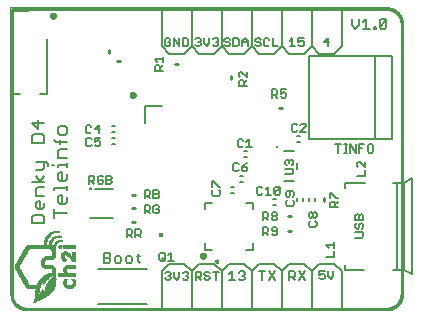
<source format=gto>
G75*
%MOIN*%
%OFA0B0*%
%FSLAX25Y25*%
%IPPOS*%
%LPD*%
%AMOC8*
5,1,8,0,0,1.08239X$1,22.5*
%
%ADD10C,0.00500*%
%ADD11C,0.01000*%
%ADD12C,0.00800*%
%ADD13C,0.00100*%
%ADD14C,0.00600*%
%ADD15C,0.01200*%
%ADD16R,0.00015X0.00150*%
%ADD17R,0.00015X0.00585*%
%ADD18R,0.00015X0.00795*%
%ADD19R,0.00015X0.01095*%
%ADD20R,0.00015X0.01095*%
%ADD21R,0.00015X0.03225*%
%ADD22R,0.00015X0.01110*%
%ADD23R,0.00015X0.00945*%
%ADD24R,0.00015X0.01095*%
%ADD25R,0.00015X0.01095*%
%ADD26R,0.00015X0.03225*%
%ADD27R,0.00015X0.01110*%
%ADD28R,0.00015X0.01080*%
%ADD29R,0.00015X0.03240*%
%ADD30R,0.00015X0.01200*%
%ADD31R,0.00015X0.01305*%
%ADD32R,0.00015X0.01395*%
%ADD33R,0.00015X0.03255*%
%ADD34R,0.00015X0.01485*%
%ADD35R,0.00015X0.03255*%
%ADD36R,0.00015X0.01560*%
%ADD37R,0.00015X0.01650*%
%ADD38R,0.00015X0.03270*%
%ADD39R,0.00015X0.01710*%
%ADD40R,0.00015X0.01770*%
%ADD41R,0.00015X0.03270*%
%ADD42R,0.00015X0.01845*%
%ADD43R,0.00015X0.01905*%
%ADD44R,0.00015X0.03285*%
%ADD45R,0.00015X0.01965*%
%ADD46R,0.00015X0.02025*%
%ADD47R,0.00015X0.02085*%
%ADD48R,0.00015X0.03300*%
%ADD49R,0.00015X0.02115*%
%ADD50R,0.00015X0.03300*%
%ADD51R,0.00015X0.02175*%
%ADD52R,0.00015X0.02235*%
%ADD53R,0.00015X0.03315*%
%ADD54R,0.00015X0.02280*%
%ADD55R,0.00015X0.02325*%
%ADD56R,0.00015X0.03315*%
%ADD57R,0.00015X0.02370*%
%ADD58R,0.00015X0.03330*%
%ADD59R,0.00015X0.02400*%
%ADD60R,0.00015X0.02460*%
%ADD61R,0.00015X0.02490*%
%ADD62R,0.00015X0.02535*%
%ADD63R,0.00015X0.03345*%
%ADD64R,0.00015X0.02565*%
%ADD65R,0.00015X0.03345*%
%ADD66R,0.00015X0.02625*%
%ADD67R,0.00015X0.02655*%
%ADD68R,0.00015X0.03360*%
%ADD69R,0.00015X0.02685*%
%ADD70R,0.00015X0.02730*%
%ADD71R,0.00015X0.03360*%
%ADD72R,0.00015X0.02730*%
%ADD73R,0.00015X0.03375*%
%ADD74R,0.00015X0.02745*%
%ADD75R,0.00015X0.02760*%
%ADD76R,0.00015X0.03390*%
%ADD77R,0.00015X0.02775*%
%ADD78R,0.00015X0.03390*%
%ADD79R,0.00015X0.02790*%
%ADD80R,0.00015X0.02805*%
%ADD81R,0.00015X0.03405*%
%ADD82R,0.00015X0.02820*%
%ADD83R,0.00015X0.02835*%
%ADD84R,0.00015X0.03405*%
%ADD85R,0.00015X0.02835*%
%ADD86R,0.00015X0.03420*%
%ADD87R,0.00015X0.02850*%
%ADD88R,0.00015X0.02865*%
%ADD89R,0.00015X0.03435*%
%ADD90R,0.00015X0.02865*%
%ADD91R,0.00015X0.03435*%
%ADD92R,0.00015X0.02880*%
%ADD93R,0.00015X0.02895*%
%ADD94R,0.00015X0.03450*%
%ADD95R,0.00015X0.02895*%
%ADD96R,0.00015X0.02910*%
%ADD97R,0.00015X0.03465*%
%ADD98R,0.00015X0.02910*%
%ADD99R,0.00015X0.03465*%
%ADD100R,0.00015X0.02925*%
%ADD101R,0.00015X0.02940*%
%ADD102R,0.00015X0.03480*%
%ADD103R,0.00015X0.02925*%
%ADD104R,0.00015X0.03480*%
%ADD105R,0.00015X0.02940*%
%ADD106R,0.00015X0.01035*%
%ADD107R,0.00015X0.03495*%
%ADD108R,0.00015X0.01485*%
%ADD109R,0.00015X0.00945*%
%ADD110R,0.00015X0.01440*%
%ADD111R,0.00015X0.00885*%
%ADD112R,0.00015X0.01410*%
%ADD113R,0.00015X0.00825*%
%ADD114R,0.00015X0.01380*%
%ADD115R,0.00015X0.00780*%
%ADD116R,0.00015X0.01350*%
%ADD117R,0.00015X0.00735*%
%ADD118R,0.00015X0.01335*%
%ADD119R,0.00015X0.00705*%
%ADD120R,0.00015X0.00675*%
%ADD121R,0.00015X0.01305*%
%ADD122R,0.00015X0.00615*%
%ADD123R,0.00015X0.01605*%
%ADD124R,0.00015X0.01275*%
%ADD125R,0.00015X0.00585*%
%ADD126R,0.00015X0.01605*%
%ADD127R,0.00015X0.00570*%
%ADD128R,0.00015X0.01605*%
%ADD129R,0.00015X0.01260*%
%ADD130R,0.00015X0.00525*%
%ADD131R,0.00015X0.01245*%
%ADD132R,0.00015X0.00495*%
%ADD133R,0.00015X0.01230*%
%ADD134R,0.00015X0.00465*%
%ADD135R,0.00015X0.01590*%
%ADD136R,0.00015X0.01215*%
%ADD137R,0.00015X0.00435*%
%ADD138R,0.00015X0.01590*%
%ADD139R,0.00015X0.00405*%
%ADD140R,0.00015X0.00375*%
%ADD141R,0.00015X0.00360*%
%ADD142R,0.00015X0.01200*%
%ADD143R,0.00015X0.00315*%
%ADD144R,0.00015X0.01185*%
%ADD145R,0.00015X0.00300*%
%ADD146R,0.00015X0.00285*%
%ADD147R,0.00015X0.01185*%
%ADD148R,0.00015X0.00240*%
%ADD149R,0.00015X0.01170*%
%ADD150R,0.00015X0.00225*%
%ADD151R,0.00015X0.01185*%
%ADD152R,0.00015X0.00210*%
%ADD153R,0.00015X0.00180*%
%ADD154R,0.00015X0.00135*%
%ADD155R,0.00015X0.00120*%
%ADD156R,0.00015X0.01590*%
%ADD157R,0.00015X0.01155*%
%ADD158R,0.00015X0.00090*%
%ADD159R,0.00015X0.01590*%
%ADD160R,0.00015X0.01155*%
%ADD161R,0.00015X0.00075*%
%ADD162R,0.00015X0.00060*%
%ADD163R,0.00015X0.00045*%
%ADD164R,0.00015X0.00015*%
%ADD165R,0.00015X0.01140*%
%ADD166R,0.00015X0.01140*%
%ADD167R,0.00015X0.01575*%
%ADD168R,0.00015X0.01575*%
%ADD169R,0.00015X0.01125*%
%ADD170R,0.00015X0.01140*%
%ADD171R,0.00015X0.01140*%
%ADD172R,0.00015X0.01125*%
%ADD173R,0.00015X0.01560*%
%ADD174R,0.00015X0.01560*%
%ADD175R,0.00015X0.01545*%
%ADD176R,0.00015X0.01545*%
%ADD177R,0.00015X0.01545*%
%ADD178R,0.00015X0.01530*%
%ADD179R,0.00015X0.01530*%
%ADD180R,0.00015X0.01530*%
%ADD181R,0.00015X0.01515*%
%ADD182R,0.00015X0.01515*%
%ADD183R,0.00015X0.01110*%
%ADD184R,0.00015X0.01500*%
%ADD185R,0.00015X0.01110*%
%ADD186R,0.00015X0.01500*%
%ADD187R,0.00015X0.01485*%
%ADD188R,0.00015X0.01155*%
%ADD189R,0.00015X0.01470*%
%ADD190R,0.00015X0.01470*%
%ADD191R,0.00015X0.01455*%
%ADD192R,0.00015X0.01155*%
%ADD193R,0.00015X0.01455*%
%ADD194R,0.00015X0.01455*%
%ADD195R,0.00015X0.01170*%
%ADD196R,0.00015X0.01425*%
%ADD197R,0.00015X0.01410*%
%ADD198R,0.00015X0.01185*%
%ADD199R,0.00015X0.01395*%
%ADD200R,0.00015X0.01215*%
%ADD201R,0.00015X0.01380*%
%ADD202R,0.00015X0.01230*%
%ADD203R,0.00015X0.01230*%
%ADD204R,0.00015X0.01230*%
%ADD205R,0.00015X0.01365*%
%ADD206R,0.00015X0.01245*%
%ADD207R,0.00015X0.01365*%
%ADD208R,0.00015X0.00015*%
%ADD209R,0.00015X0.01260*%
%ADD210R,0.00015X0.00045*%
%ADD211R,0.00015X0.01290*%
%ADD212R,0.00015X0.01215*%
%ADD213R,0.00015X0.01290*%
%ADD214R,0.00015X0.01320*%
%ADD215R,0.00015X0.01305*%
%ADD216R,0.00015X0.01290*%
%ADD217R,0.00015X0.01335*%
%ADD218R,0.00015X0.00180*%
%ADD219R,0.00015X0.01320*%
%ADD220R,0.00015X0.00210*%
%ADD221R,0.00015X0.01365*%
%ADD222R,0.00015X0.00225*%
%ADD223R,0.00015X0.01380*%
%ADD224R,0.00015X0.01275*%
%ADD225R,0.00015X0.00270*%
%ADD226R,0.00015X0.00285*%
%ADD227R,0.00015X0.01410*%
%ADD228R,0.00015X0.00330*%
%ADD229R,0.00015X0.01440*%
%ADD230R,0.00015X0.00375*%
%ADD231R,0.00015X0.01485*%
%ADD232R,0.00015X0.00420*%
%ADD233R,0.00015X0.01515*%
%ADD234R,0.00015X0.00450*%
%ADD235R,0.00015X0.01320*%
%ADD236R,0.00015X0.01635*%
%ADD237R,0.00015X0.01335*%
%ADD238R,0.00015X0.00555*%
%ADD239R,0.00015X0.01695*%
%ADD240R,0.00015X0.01650*%
%ADD241R,0.00015X0.00600*%
%ADD242R,0.00015X0.03615*%
%ADD243R,0.00015X0.00630*%
%ADD244R,0.00015X0.01395*%
%ADD245R,0.00015X0.00690*%
%ADD246R,0.00015X0.00720*%
%ADD247R,0.00015X0.03600*%
%ADD248R,0.00015X0.00105*%
%ADD249R,0.00015X0.01440*%
%ADD250R,0.00015X0.00765*%
%ADD251R,0.00015X0.03600*%
%ADD252R,0.00015X0.00135*%
%ADD253R,0.00015X0.00825*%
%ADD254R,0.00015X0.00165*%
%ADD255R,0.00015X0.00885*%
%ADD256R,0.00015X0.03585*%
%ADD257R,0.00015X0.00195*%
%ADD258R,0.00015X0.00960*%
%ADD259R,0.00015X0.03570*%
%ADD260R,0.00015X0.00255*%
%ADD261R,0.00015X0.02835*%
%ADD262R,0.00015X0.03570*%
%ADD263R,0.00015X0.00285*%
%ADD264R,0.00015X0.03555*%
%ADD265R,0.00015X0.00315*%
%ADD266R,0.00015X0.02835*%
%ADD267R,0.00015X0.00345*%
%ADD268R,0.00015X0.03540*%
%ADD269R,0.00015X0.00405*%
%ADD270R,0.00015X0.02820*%
%ADD271R,0.00015X0.03525*%
%ADD272R,0.00015X0.00435*%
%ADD273R,0.00015X0.03525*%
%ADD274R,0.00015X0.00465*%
%ADD275R,0.00015X0.03510*%
%ADD276R,0.00015X0.02805*%
%ADD277R,0.00015X0.00555*%
%ADD278R,0.00015X0.02805*%
%ADD279R,0.00015X0.03495*%
%ADD280R,0.00015X0.00585*%
%ADD281R,0.00015X0.00615*%
%ADD282R,0.00015X0.00645*%
%ADD283R,0.00015X0.02775*%
%ADD284R,0.00015X0.00720*%
%ADD285R,0.00015X0.00735*%
%ADD286R,0.00015X0.00765*%
%ADD287R,0.00015X0.00795*%
%ADD288R,0.00015X0.02295*%
%ADD289R,0.00015X0.02265*%
%ADD290R,0.00015X0.00855*%
%ADD291R,0.00015X0.02250*%
%ADD292R,0.00015X0.00885*%
%ADD293R,0.00015X0.02715*%
%ADD294R,0.00015X0.02235*%
%ADD295R,0.00015X0.00930*%
%ADD296R,0.00015X0.02205*%
%ADD297R,0.00015X0.02700*%
%ADD298R,0.00015X0.00990*%
%ADD299R,0.00015X0.02160*%
%ADD300R,0.00015X0.01020*%
%ADD301R,0.00015X0.02685*%
%ADD302R,0.00015X0.02130*%
%ADD303R,0.00015X0.01050*%
%ADD304R,0.00015X0.02670*%
%ADD305R,0.00015X0.02100*%
%ADD306R,0.00015X0.02670*%
%ADD307R,0.00015X0.02070*%
%ADD308R,0.00015X0.02040*%
%ADD309R,0.00015X0.02010*%
%ADD310R,0.00015X0.02595*%
%ADD311R,0.00015X0.01980*%
%ADD312R,0.00015X0.01170*%
%ADD313R,0.00015X0.01950*%
%ADD314R,0.00015X0.02520*%
%ADD315R,0.00015X0.02475*%
%ADD316R,0.00015X0.01875*%
%ADD317R,0.00015X0.02430*%
%ADD318R,0.00015X0.02400*%
%ADD319R,0.00015X0.01800*%
%ADD320R,0.00015X0.01395*%
%ADD321R,0.00015X0.01215*%
%ADD322R,0.00015X0.02340*%
%ADD323R,0.00015X0.01755*%
%ADD324R,0.00015X0.02310*%
%ADD325R,0.00015X0.01725*%
%ADD326R,0.00015X0.02250*%
%ADD327R,0.00015X0.01665*%
%ADD328R,0.00015X0.02205*%
%ADD329R,0.00015X0.02145*%
%ADD330R,0.00015X0.02040*%
%ADD331R,0.00015X0.01980*%
%ADD332R,0.00015X0.01920*%
%ADD333R,0.00015X0.01845*%
%ADD334R,0.00015X0.01305*%
%ADD335R,0.00015X0.01665*%
%ADD336R,0.00015X0.01785*%
%ADD337R,0.00015X0.03315*%
%ADD338R,0.00015X0.01005*%
%ADD339R,0.00015X0.01470*%
%ADD340R,0.00015X0.00900*%
%ADD341R,0.00015X0.03285*%
%ADD342R,0.00015X0.03210*%
%ADD343R,0.00015X0.03195*%
%ADD344R,0.00015X0.03165*%
%ADD345R,0.00015X0.03150*%
%ADD346R,0.00015X0.00390*%
%ADD347R,0.00015X0.03120*%
%ADD348R,0.00015X0.03105*%
%ADD349R,0.00015X0.03060*%
%ADD350R,0.00015X0.03045*%
%ADD351R,0.00015X0.03015*%
%ADD352R,0.00015X0.03000*%
%ADD353R,0.00015X0.02970*%
%ADD354R,0.00015X0.02745*%
%ADD355R,0.00015X0.02625*%
%ADD356R,0.00015X0.02595*%
%ADD357R,0.00015X0.02535*%
%ADD358R,0.00015X0.02460*%
%ADD359R,0.00015X0.02385*%
%ADD360R,0.00015X0.02355*%
%ADD361R,0.00015X0.02325*%
%ADD362R,0.00015X0.02280*%
%ADD363R,0.00015X0.00135*%
%ADD364R,0.00015X0.00345*%
%ADD365R,0.00015X0.02115*%
%ADD366R,0.00015X0.02085*%
%ADD367R,0.00015X0.00435*%
%ADD368R,0.00015X0.00465*%
%ADD369R,0.00015X0.01995*%
%ADD370R,0.00015X0.00495*%
%ADD371R,0.00015X0.00540*%
%ADD372R,0.00015X0.01860*%
%ADD373R,0.00015X0.00480*%
%ADD374R,0.00015X0.01815*%
%ADD375R,0.00015X0.01695*%
%ADD376R,0.00015X0.00660*%
%ADD377R,0.00015X0.00615*%
%ADD378R,0.00015X0.00705*%
%ADD379R,0.00015X0.00750*%
%ADD380R,0.00015X0.00630*%
%ADD381R,0.00015X0.00645*%
%ADD382R,0.00015X0.00810*%
%ADD383R,0.00015X0.00855*%
%ADD384R,0.00015X0.01260*%
%ADD385R,0.00015X0.00915*%
%ADD386R,0.00015X0.00660*%
%ADD387R,0.00015X0.01005*%
%ADD388R,0.00015X0.01035*%
%ADD389R,0.00015X0.01050*%
%ADD390R,0.00015X0.01080*%
%ADD391R,0.00015X0.00390*%
%ADD392R,0.00015X0.00480*%
%ADD393R,0.00015X0.00510*%
%ADD394R,0.00015X0.00540*%
%ADD395R,0.00015X0.00675*%
%ADD396R,0.00015X0.00600*%
%ADD397R,0.00015X0.00660*%
%ADD398R,0.00015X0.00690*%
%ADD399R,0.00015X0.00750*%
%ADD400R,0.00015X0.00255*%
%ADD401R,0.00015X0.00690*%
%ADD402R,0.00015X0.00555*%
%ADD403R,0.00015X0.01080*%
%ADD404R,0.00015X0.00705*%
%ADD405R,0.00015X0.00690*%
%ADD406R,0.00015X0.00960*%
%ADD407R,0.00015X0.00705*%
%ADD408R,0.00015X0.00915*%
%ADD409R,0.00015X0.00720*%
%ADD410R,0.00015X0.00795*%
%ADD411R,0.00015X0.00795*%
%ADD412R,0.00015X0.00420*%
%ADD413R,0.00015X0.00150*%
%ADD414R,0.00015X0.00780*%
%ADD415R,0.00015X0.00765*%
%ADD416R,0.00015X0.00780*%
%ADD417R,0.00015X0.00780*%
%ADD418R,0.00015X0.00810*%
%ADD419R,0.00015X0.00765*%
%ADD420R,0.00015X0.00810*%
%ADD421R,0.00015X0.00840*%
%ADD422R,0.00015X0.00870*%
%ADD423R,0.00015X0.00870*%
%ADD424R,0.00015X0.00870*%
%ADD425R,0.00015X0.00915*%
%ADD426R,0.00015X0.00975*%
%ADD427R,0.00015X0.01020*%
%ADD428R,0.00015X0.00810*%
%ADD429R,0.00015X0.01065*%
%ADD430R,0.00015X0.01245*%
%ADD431R,0.00015X0.00315*%
%ADD432R,0.00015X0.02460*%
%ADD433R,0.00015X0.00840*%
%ADD434R,0.00015X0.04455*%
%ADD435R,0.00015X0.03090*%
%ADD436R,0.00015X0.04575*%
%ADD437R,0.00015X0.04635*%
%ADD438R,0.00015X0.01770*%
%ADD439R,0.00015X0.04665*%
%ADD440R,0.00015X0.03375*%
%ADD441R,0.00015X0.01815*%
%ADD442R,0.00015X0.04710*%
%ADD443R,0.00015X0.00855*%
%ADD444R,0.00015X0.03465*%
%ADD445R,0.00015X0.01890*%
%ADD446R,0.00015X0.04740*%
%ADD447R,0.00015X0.04770*%
%ADD448R,0.00015X0.04800*%
%ADD449R,0.00015X0.03630*%
%ADD450R,0.00015X0.04815*%
%ADD451R,0.00015X0.03675*%
%ADD452R,0.00015X0.02055*%
%ADD453R,0.00015X0.04815*%
%ADD454R,0.00015X0.03720*%
%ADD455R,0.00015X0.04845*%
%ADD456R,0.00015X0.03765*%
%ADD457R,0.00015X0.02130*%
%ADD458R,0.00015X0.04860*%
%ADD459R,0.00015X0.03810*%
%ADD460R,0.00015X0.02160*%
%ADD461R,0.00015X0.03840*%
%ADD462R,0.00015X0.03870*%
%ADD463R,0.00015X0.02220*%
%ADD464R,0.00015X0.04875*%
%ADD465R,0.00015X0.03900*%
%ADD466R,0.00015X0.02265*%
%ADD467R,0.00015X0.04875*%
%ADD468R,0.00015X0.03945*%
%ADD469R,0.00015X0.03975*%
%ADD470R,0.00015X0.02310*%
%ADD471R,0.00015X0.04890*%
%ADD472R,0.00015X0.04005*%
%ADD473R,0.00015X0.04035*%
%ADD474R,0.00015X0.02370*%
%ADD475R,0.00015X0.04890*%
%ADD476R,0.00015X0.00885*%
%ADD477R,0.00015X0.04050*%
%ADD478R,0.00015X0.04095*%
%ADD479R,0.00015X0.04110*%
%ADD480R,0.00015X0.00900*%
%ADD481R,0.00015X0.04140*%
%ADD482R,0.00015X0.04155*%
%ADD483R,0.00015X0.02520*%
%ADD484R,0.00015X0.04845*%
%ADD485R,0.00015X0.04185*%
%ADD486R,0.00015X0.04200*%
%ADD487R,0.00015X0.02550*%
%ADD488R,0.00015X0.04830*%
%ADD489R,0.00015X0.04230*%
%ADD490R,0.00015X0.02580*%
%ADD491R,0.00015X0.04830*%
%ADD492R,0.00015X0.04245*%
%ADD493R,0.00015X0.02595*%
%ADD494R,0.00015X0.04815*%
%ADD495R,0.00015X0.04275*%
%ADD496R,0.00015X0.04800*%
%ADD497R,0.00015X0.00930*%
%ADD498R,0.00015X0.04290*%
%ADD499R,0.00015X0.02640*%
%ADD500R,0.00015X0.04785*%
%ADD501R,0.00015X0.04305*%
%ADD502R,0.00015X0.04755*%
%ADD503R,0.00015X0.04335*%
%ADD504R,0.00015X0.04740*%
%ADD505R,0.00015X0.04350*%
%ADD506R,0.00015X0.04725*%
%ADD507R,0.00015X0.00930*%
%ADD508R,0.00015X0.04365*%
%ADD509R,0.00015X0.04695*%
%ADD510R,0.00015X0.00945*%
%ADD511R,0.00015X0.04380*%
%ADD512R,0.00015X0.04665*%
%ADD513R,0.00015X0.04410*%
%ADD514R,0.00015X0.04425*%
%ADD515R,0.00015X0.04605*%
%ADD516R,0.00015X0.04455*%
%ADD517R,0.00015X0.04530*%
%ADD518R,0.00015X0.04470*%
%ADD519R,0.00015X0.04485*%
%ADD520R,0.00015X0.04500*%
%ADD521R,0.00015X0.04530*%
%ADD522R,0.00015X0.04395*%
%ADD523R,0.00015X0.00975*%
%ADD524R,0.00015X0.04530*%
%ADD525R,0.00015X0.04545*%
%ADD526R,0.00015X0.02955*%
%ADD527R,0.00015X0.04440*%
%ADD528R,0.00015X0.04560*%
%ADD529R,0.00015X0.02970*%
%ADD530R,0.00015X0.04590*%
%ADD531R,0.00015X0.03000*%
%ADD532R,0.00015X0.04500*%
%ADD533R,0.00015X0.01005*%
%ADD534R,0.00015X0.00840*%
%ADD535R,0.00015X0.03030*%
%ADD536R,0.00015X0.00840*%
%ADD537R,0.00015X0.01020*%
%ADD538R,0.00015X0.04635*%
%ADD539R,0.00015X0.03090*%
%ADD540R,0.00015X0.04590*%
%ADD541R,0.00015X0.04650*%
%ADD542R,0.00015X0.04590*%
%ADD543R,0.00015X0.04620*%
%ADD544R,0.00015X0.04680*%
%ADD545R,0.00015X0.04695*%
%ADD546R,0.00015X0.03180*%
%ADD547R,0.00015X0.04665*%
%ADD548R,0.00015X0.01065*%
%ADD549R,0.00015X0.04710*%
%ADD550R,0.00015X0.03180*%
%ADD551R,0.00015X0.03210*%
%ADD552R,0.00015X0.04695*%
%ADD553R,0.00015X0.04740*%
%ADD554R,0.00015X0.03240*%
%ADD555R,0.00015X0.04755*%
%ADD556R,0.00015X0.04770*%
%ADD557R,0.00015X0.03315*%
%ADD558R,0.00015X0.04785*%
%ADD559R,0.00015X0.00870*%
%ADD560R,0.00015X0.04770*%
%ADD561R,0.00015X0.03330*%
%ADD562R,0.00015X0.04785*%
%ADD563R,0.00015X0.03360*%
%ADD564R,0.00015X0.04845*%
%ADD565R,0.00015X0.01380*%
%ADD566R,0.00015X0.02955*%
%ADD567R,0.00015X0.02370*%
%ADD568R,0.00015X0.04830*%
%ADD569R,0.00015X0.02070*%
%ADD570R,0.00015X0.01905*%
%ADD571R,0.00015X0.01860*%
%ADD572R,0.00015X0.04845*%
%ADD573R,0.00015X0.01845*%
%ADD574R,0.00015X0.01350*%
%ADD575R,0.00015X0.01800*%
%ADD576R,0.00015X0.01740*%
%ADD577R,0.00015X0.01695*%
%ADD578R,0.00015X0.00990*%
%ADD579R,0.00015X0.01635*%
%ADD580R,0.00015X0.04860*%
%ADD581R,0.00015X0.01620*%
%ADD582R,0.00015X0.04860*%
%ADD583R,0.00015X0.01605*%
%ADD584R,0.00015X0.01620*%
%ADD585R,0.00015X0.00915*%
%ADD586R,0.00015X0.01035*%
%ADD587R,0.00015X0.03390*%
%ADD588R,0.00015X0.03255*%
%ADD589R,0.00015X0.03240*%
%ADD590R,0.00015X0.03195*%
%ADD591R,0.00015X0.00945*%
%ADD592R,0.00015X0.03165*%
%ADD593R,0.00015X0.03105*%
%ADD594R,0.00015X0.03075*%
%ADD595R,0.00015X0.03045*%
%ADD596R,0.00015X0.03015*%
%ADD597R,0.00015X0.02985*%
%ADD598R,0.00015X0.02955*%
%ADD599R,0.00015X0.02895*%
%ADD600R,0.00015X0.02760*%
%ADD601R,0.00015X0.00990*%
%ADD602R,0.00015X0.02610*%
%ADD603R,0.00015X0.01260*%
%ADD604R,0.00015X0.02565*%
%ADD605R,0.00015X0.02505*%
%ADD606R,0.00015X0.02430*%
%ADD607R,0.00015X0.02280*%
%ADD608R,0.00015X0.04755*%
%ADD609R,0.00015X0.02205*%
%ADD610R,0.00015X0.02130*%
%ADD611R,0.00015X0.04710*%
%ADD612R,0.00015X0.01980*%
%ADD613R,0.00015X0.01065*%
%ADD614R,0.00015X0.01920*%
%ADD615R,0.00015X0.04665*%
%ADD616R,0.00015X0.01425*%
%ADD617R,0.00015X0.04620*%
%ADD618R,0.00015X0.04620*%
%ADD619R,0.00015X0.04605*%
%ADD620R,0.00015X0.04590*%
%ADD621R,0.00015X0.04560*%
%ADD622R,0.00015X0.04560*%
%ADD623R,0.00015X0.04530*%
%ADD624R,0.00015X0.04515*%
%ADD625R,0.00015X0.04515*%
%ADD626R,0.00015X0.01560*%
%ADD627R,0.00015X0.04470*%
%ADD628R,0.00015X0.04455*%
%ADD629R,0.00015X0.04425*%
%ADD630R,0.00015X0.01620*%
%ADD631R,0.00015X0.04395*%
%ADD632R,0.00015X0.04320*%
%ADD633R,0.00015X0.01665*%
%ADD634R,0.00015X0.01680*%
%ADD635R,0.00015X0.04305*%
%ADD636R,0.00015X0.01680*%
%ADD637R,0.00015X0.04290*%
%ADD638R,0.00015X0.01320*%
%ADD639R,0.00015X0.04260*%
%ADD640R,0.00015X0.01710*%
%ADD641R,0.00015X0.04245*%
%ADD642R,0.00015X0.04230*%
%ADD643R,0.00015X0.04200*%
%ADD644R,0.00015X0.01740*%
%ADD645R,0.00015X0.04185*%
%ADD646R,0.00015X0.04170*%
%ADD647R,0.00015X0.04140*%
%ADD648R,0.00015X0.04125*%
%ADD649R,0.00015X0.04110*%
%ADD650R,0.00015X0.01785*%
%ADD651R,0.00015X0.04080*%
%ADD652R,0.00015X0.04065*%
%ADD653R,0.00015X0.01815*%
%ADD654R,0.00015X0.04020*%
%ADD655R,0.00015X0.01845*%
%ADD656R,0.00015X0.04005*%
%ADD657R,0.00015X0.03990*%
%ADD658R,0.00015X0.03960*%
%ADD659R,0.00015X0.03945*%
%ADD660R,0.00015X0.03915*%
%ADD661R,0.00015X0.03885*%
%ADD662R,0.00015X0.01890*%
%ADD663R,0.00015X0.03870*%
%ADD664R,0.00015X0.01695*%
%ADD665R,0.00015X0.03855*%
%ADD666R,0.00015X0.01935*%
%ADD667R,0.00015X0.01755*%
%ADD668R,0.00015X0.03795*%
%ADD669R,0.00015X0.03780*%
%ADD670R,0.00015X0.01950*%
%ADD671R,0.00015X0.03750*%
%ADD672R,0.00015X0.03705*%
%ADD673R,0.00015X0.02055*%
%ADD674R,0.00015X0.03660*%
%ADD675R,0.00015X0.03645*%
%ADD676R,0.00015X0.02010*%
%ADD677R,0.00015X0.04020*%
%ADD678R,0.00015X0.03615*%
%ADD679R,0.00015X0.03585*%
%ADD680R,0.00015X0.03960*%
%ADD681R,0.00015X0.03540*%
%ADD682R,0.00015X0.02055*%
%ADD683R,0.00015X0.03930*%
%ADD684R,0.00015X0.03915*%
%ADD685R,0.00015X0.03480*%
%ADD686R,0.00015X0.03885*%
%ADD687R,0.00015X0.02085*%
%ADD688R,0.00015X0.03405*%
%ADD689R,0.00015X0.03345*%
%ADD690R,0.00015X0.02115*%
%ADD691R,0.00015X0.03780*%
%ADD692R,0.00015X0.03765*%
%ADD693R,0.00015X0.02145*%
%ADD694R,0.00015X0.03735*%
%ADD695R,0.00015X0.03690*%
%ADD696R,0.00015X0.03195*%
%ADD697R,0.00015X0.02175*%
%ADD698R,0.00015X0.03660*%
%ADD699R,0.00015X0.02190*%
%ADD700R,0.00015X0.03630*%
%ADD701R,0.00015X0.03120*%
%ADD702R,0.00015X0.03030*%
%ADD703R,0.00015X0.02235*%
%ADD704R,0.00015X0.02310*%
%ADD705R,0.00015X0.02715*%
%ADD706R,0.00015X0.02340*%
%ADD707R,0.00015X0.02415*%
%ADD708R,0.00015X0.02385*%
%ADD709R,0.00015X0.03045*%
%ADD710R,0.00015X0.02445*%
%ADD711R,0.00015X0.02220*%
%ADD712R,0.00015X0.02040*%
%ADD713R,0.00015X0.02505*%
%ADD714R,0.00015X0.03810*%
%ADD715R,0.00015X0.01860*%
%ADD716R,0.00015X0.01785*%
%ADD717R,0.00015X0.02580*%
%ADD718R,0.00015X0.01725*%
%ADD719R,0.00015X0.02580*%
%ADD720R,0.00015X0.02490*%
%ADD721R,0.00015X0.03780*%
%ADD722R,0.00015X0.02670*%
%ADD723R,0.00015X0.03735*%
%ADD724R,0.00015X0.02685*%
%ADD725R,0.00015X0.03705*%
%ADD726R,0.00015X0.03690*%
%ADD727R,0.00015X0.02760*%
%ADD728R,0.00015X0.03660*%
%ADD729R,0.00015X0.03660*%
%ADD730R,0.00015X0.02820*%
%ADD731R,0.00015X0.02025*%
%ADD732R,0.00015X0.02190*%
%ADD733R,0.00015X0.02955*%
%ADD734R,0.00015X0.03510*%
%ADD735R,0.00015X0.02415*%
%ADD736R,0.00015X0.02790*%
%ADD737R,0.00015X0.02535*%
%ADD738R,0.00015X0.02655*%
%ADD739R,0.00015X0.03345*%
%ADD740R,0.00015X0.02550*%
%ADD741R,0.00015X0.02880*%
%ADD742R,0.00015X0.03090*%
%ADD743R,0.00015X0.03060*%
%ADD744R,0.00015X0.03075*%
%ADD745R,0.00015X0.03030*%
%ADD746R,0.00015X0.01995*%
%ADD747R,0.00015X0.02910*%
%ADD748R,0.00015X0.03015*%
%ADD749R,0.00015X0.02985*%
%ADD750R,0.00015X0.02790*%
%ADD751R,0.00015X0.01830*%
%ADD752R,0.00015X0.02940*%
%ADD753R,0.00015X0.02685*%
%ADD754R,0.00015X0.02640*%
%ADD755R,0.00015X0.02505*%
%ADD756R,0.00015X0.02460*%
%ADD757R,0.00015X0.02355*%
%ADD758R,0.00015X0.01905*%
%ADD759R,0.00015X0.02190*%
%ADD760R,0.00015X0.01890*%
%ADD761R,0.00015X0.02745*%
%ADD762R,0.00015X0.01965*%
%ADD763R,0.00015X0.02670*%
%ADD764R,0.00015X0.01995*%
%ADD765R,0.00015X0.02580*%
%ADD766R,0.00015X0.02085*%
%ADD767R,0.00015X0.02520*%
%ADD768R,0.00015X0.02520*%
%ADD769R,0.00015X0.02160*%
%ADD770R,0.00015X0.02445*%
%ADD771R,0.00015X0.02430*%
%ADD772R,0.00015X0.02265*%
%ADD773R,0.00015X0.02355*%
%ADD774R,0.00015X0.02385*%
%ADD775R,0.00015X0.02505*%
%ADD776R,0.00015X0.02610*%
%ADD777R,0.00015X0.02145*%
%ADD778R,0.00015X0.02850*%
%ADD779R,0.00015X0.01965*%
%ADD780R,0.00015X0.03060*%
%ADD781R,0.00015X0.03195*%
%ADD782R,0.00015X0.01830*%
%ADD783R,0.00015X0.01770*%
%ADD784R,0.00015X0.03585*%
%ADD785R,0.00015X0.03645*%
%ADD786R,0.00015X0.03780*%
%ADD787R,0.00015X0.01620*%
%ADD788R,0.00015X0.03990*%
%ADD789R,0.00015X0.04080*%
%ADD790R,0.00015X0.04155*%
%ADD791R,0.00015X0.01470*%
%ADD792R,0.00015X0.04335*%
%ADD793R,0.00015X0.06105*%
%ADD794R,0.00015X0.06075*%
%ADD795R,0.00015X0.06060*%
%ADD796R,0.00015X0.06030*%
%ADD797R,0.00015X0.06015*%
%ADD798R,0.00015X0.05985*%
%ADD799R,0.00015X0.05970*%
%ADD800R,0.00015X0.05940*%
%ADD801R,0.00015X0.05925*%
%ADD802R,0.00015X0.05895*%
%ADD803R,0.00015X0.05865*%
%ADD804R,0.00015X0.05835*%
%ADD805R,0.00015X0.05820*%
%ADD806R,0.00015X0.05775*%
%ADD807R,0.00015X0.05760*%
%ADD808R,0.00015X0.05715*%
%ADD809R,0.00015X0.05700*%
%ADD810R,0.00015X0.05655*%
%ADD811R,0.00015X0.05640*%
%ADD812R,0.00015X0.05595*%
%ADD813R,0.00015X0.05580*%
%ADD814R,0.00015X0.05535*%
%ADD815R,0.00015X0.05505*%
%ADD816R,0.00015X0.05460*%
%ADD817R,0.00015X0.05445*%
%ADD818R,0.00015X0.05400*%
%ADD819R,0.00015X0.05370*%
%ADD820R,0.00015X0.05325*%
%ADD821R,0.00015X0.05340*%
%ADD822R,0.00015X0.05355*%
%ADD823R,0.00015X0.05355*%
%ADD824R,0.00015X0.05370*%
%ADD825R,0.00015X0.05385*%
%ADD826R,0.00015X0.05385*%
%ADD827R,0.00015X0.05415*%
%ADD828R,0.00015X0.05430*%
%ADD829R,0.00015X0.05430*%
%ADD830R,0.00015X0.05460*%
%ADD831R,0.00015X0.05460*%
%ADD832R,0.00015X0.05475*%
%ADD833R,0.00015X0.05490*%
%ADD834R,0.00015X0.04020*%
%ADD835R,0.00015X0.03870*%
%ADD836R,0.00015X0.03555*%
%ADD837R,0.00015X0.03450*%
%ADD838R,0.00015X0.01635*%
%ADD839R,0.00015X0.00960*%
%ADD840R,0.00015X0.00570*%
%ADD841R,0.00015X0.00525*%
%ADD842R,0.00015X0.00360*%
%ADD843R,0.00015X0.00240*%
%ADD844R,0.00015X0.00210*%
%ADD845R,0.00015X0.00165*%
%ADD846R,0.00015X0.00120*%
%ADD847R,0.00015X0.00075*%
%ADD848R,0.00015X0.00030*%
%ADD849R,0.00015X0.00030*%
%ADD850R,0.00015X0.00030*%
%ADD851R,0.00015X0.01335*%
%ADD852R,0.00015X0.01530*%
%ADD853R,0.00015X0.01740*%
%ADD854R,0.00015X0.01770*%
%ADD855R,0.00015X0.01875*%
%ADD856R,0.00015X0.01860*%
%ADD857R,0.00015X0.02070*%
%ADD858R,0.00015X0.02295*%
%ADD859R,0.00015X0.02340*%
%ADD860R,0.00015X0.02415*%
%ADD861R,0.00015X0.02475*%
%ADD862R,0.00015X0.02595*%
%ADD863R,0.00015X0.02640*%
%ADD864R,0.00015X0.02760*%
%ADD865R,0.00015X0.06000*%
%ADD866R,0.00015X0.05850*%
%ADD867R,0.00015X0.05790*%
%ADD868R,0.00015X0.05730*%
%ADD869R,0.00015X0.05700*%
%ADD870R,0.00015X0.05640*%
%ADD871R,0.00015X0.05535*%
%ADD872R,0.00015X0.05490*%
%ADD873R,0.00015X0.05430*%
%ADD874R,0.00015X0.05280*%
%ADD875R,0.00015X0.05220*%
%ADD876R,0.00015X0.05160*%
%ADD877R,0.00015X0.05115*%
%ADD878R,0.00015X0.05070*%
%ADD879R,0.00015X0.05010*%
%ADD880R,0.00015X0.04950*%
%ADD881R,0.00015X0.04920*%
%ADD882R,0.00015X0.04440*%
%ADD883R,0.00015X0.04380*%
%ADD884R,0.00015X0.04185*%
%ADD885R,0.00015X0.03930*%
%ADD886R,0.00015X0.03870*%
%ADD887R,0.00015X0.03720*%
%ADD888R,0.00015X0.03570*%
%ADD889R,0.00015X0.03405*%
%ADD890R,0.00015X0.03150*%
%ADD891R,0.00015X0.02880*%
%ADD892R,0.00015X0.02730*%
%ADD893R,0.00015X0.02370*%
%ADD894R,0.00015X0.02220*%
%ADD895R,0.00015X0.02100*%
%ADD896C,0.01000*%
%ADD897C,0.01600*%
%ADD898C,0.00787*%
D10*
X0136307Y0106554D02*
X0136758Y0106104D01*
X0137658Y0106104D01*
X0138109Y0106554D01*
X0138109Y0107005D01*
X0137658Y0107455D01*
X0137208Y0107455D01*
X0137658Y0107455D02*
X0138109Y0107905D01*
X0138109Y0108356D01*
X0137658Y0108806D01*
X0136758Y0108806D01*
X0136307Y0108356D01*
X0139254Y0108806D02*
X0139254Y0107005D01*
X0140155Y0106104D01*
X0141055Y0107005D01*
X0141055Y0108806D01*
X0142200Y0108356D02*
X0142651Y0108806D01*
X0143551Y0108806D01*
X0144002Y0108356D01*
X0144002Y0107905D01*
X0143551Y0107455D01*
X0144002Y0107005D01*
X0144002Y0106554D01*
X0143551Y0106104D01*
X0142651Y0106104D01*
X0142200Y0106554D01*
X0143101Y0107455D02*
X0143551Y0107455D01*
X0146432Y0107005D02*
X0147783Y0107005D01*
X0148234Y0107455D01*
X0148234Y0108356D01*
X0147783Y0108806D01*
X0146432Y0108806D01*
X0146432Y0106104D01*
X0147333Y0107005D02*
X0148234Y0106104D01*
X0149379Y0106554D02*
X0149829Y0106104D01*
X0150730Y0106104D01*
X0151180Y0106554D01*
X0151180Y0107005D01*
X0150730Y0107455D01*
X0149829Y0107455D01*
X0149379Y0107905D01*
X0149379Y0108356D01*
X0149829Y0108806D01*
X0150730Y0108806D01*
X0151180Y0108356D01*
X0152325Y0108806D02*
X0154127Y0108806D01*
X0153226Y0108806D02*
X0153226Y0106104D01*
X0157622Y0105933D02*
X0159624Y0105933D01*
X0158623Y0105933D02*
X0158623Y0108936D01*
X0157622Y0107935D01*
X0160845Y0108435D02*
X0161346Y0108936D01*
X0162346Y0108936D01*
X0162847Y0108435D01*
X0162847Y0107935D01*
X0162346Y0107434D01*
X0162847Y0106934D01*
X0162847Y0106433D01*
X0162346Y0105933D01*
X0161346Y0105933D01*
X0160845Y0106433D01*
X0161846Y0107434D02*
X0162346Y0107434D01*
X0167629Y0108956D02*
X0169631Y0108956D01*
X0168630Y0108956D02*
X0168630Y0105954D01*
X0170852Y0105954D02*
X0172854Y0108956D01*
X0170852Y0108956D02*
X0172854Y0105954D01*
X0177629Y0105954D02*
X0177629Y0108956D01*
X0179131Y0108956D01*
X0179631Y0108456D01*
X0179631Y0107455D01*
X0179131Y0106955D01*
X0177629Y0106955D01*
X0178630Y0106955D02*
X0179631Y0105954D01*
X0180852Y0105954D02*
X0182854Y0108956D01*
X0180852Y0108956D02*
X0182854Y0105954D01*
X0187656Y0106804D02*
X0188106Y0106354D01*
X0189007Y0106354D01*
X0189457Y0106804D01*
X0189457Y0107705D01*
X0189007Y0108155D01*
X0188556Y0108155D01*
X0187656Y0107705D01*
X0187656Y0109056D01*
X0189457Y0109056D01*
X0190602Y0109056D02*
X0190602Y0107255D01*
X0191503Y0106354D01*
X0192404Y0107255D01*
X0192404Y0109056D01*
X0196375Y0109366D02*
X0202477Y0109366D01*
X0196375Y0109366D02*
X0196375Y0110941D01*
X0192545Y0113790D02*
X0192545Y0115592D01*
X0192545Y0116737D02*
X0192545Y0118538D01*
X0192545Y0117637D02*
X0189843Y0117637D01*
X0190744Y0116737D01*
X0189843Y0113790D02*
X0192545Y0113790D01*
X0199643Y0120183D02*
X0201895Y0120183D01*
X0202345Y0120633D01*
X0202345Y0121534D01*
X0201895Y0121985D01*
X0199643Y0121985D01*
X0200093Y0123130D02*
X0200544Y0123130D01*
X0200994Y0123580D01*
X0200994Y0124481D01*
X0201444Y0124931D01*
X0201895Y0124931D01*
X0202345Y0124481D01*
X0202345Y0123580D01*
X0201895Y0123130D01*
X0200093Y0123130D02*
X0199643Y0123580D01*
X0199643Y0124481D01*
X0200093Y0124931D01*
X0199643Y0126076D02*
X0199643Y0127427D01*
X0200093Y0127878D01*
X0200544Y0127878D01*
X0200994Y0127427D01*
X0200994Y0126076D01*
X0202345Y0126076D02*
X0202345Y0127427D01*
X0201895Y0127878D01*
X0201444Y0127878D01*
X0200994Y0127427D01*
X0202345Y0126076D02*
X0199643Y0126076D01*
X0193795Y0130290D02*
X0191093Y0130290D01*
X0191093Y0131641D01*
X0191543Y0132092D01*
X0192444Y0132092D01*
X0192894Y0131641D01*
X0192894Y0130290D01*
X0192894Y0131191D02*
X0193795Y0132092D01*
X0193795Y0133237D02*
X0193345Y0133237D01*
X0191543Y0135038D01*
X0191093Y0135038D01*
X0191093Y0133237D01*
X0196375Y0136531D02*
X0196375Y0138500D01*
X0202871Y0138500D01*
X0202945Y0140737D02*
X0200243Y0140737D01*
X0202945Y0140737D02*
X0202945Y0142538D01*
X0202945Y0143683D02*
X0201144Y0145485D01*
X0200693Y0145485D01*
X0200243Y0145034D01*
X0200243Y0144133D01*
X0200693Y0143683D01*
X0202945Y0143683D02*
X0202945Y0145485D01*
X0204285Y0148518D02*
X0205186Y0148518D01*
X0205636Y0148968D01*
X0205636Y0150770D01*
X0205186Y0151220D01*
X0204285Y0151220D01*
X0203835Y0150770D01*
X0203835Y0148968D01*
X0204285Y0148518D01*
X0201789Y0149869D02*
X0200888Y0149869D01*
X0200888Y0148518D02*
X0200888Y0151220D01*
X0202690Y0151220D01*
X0199743Y0151220D02*
X0199743Y0148518D01*
X0197942Y0151220D01*
X0197942Y0148518D01*
X0196878Y0148518D02*
X0195977Y0148518D01*
X0196428Y0148518D02*
X0196428Y0151220D01*
X0196878Y0151220D02*
X0195977Y0151220D01*
X0194832Y0151220D02*
X0193031Y0151220D01*
X0193932Y0151220D02*
X0193932Y0148518D01*
X0184209Y0153047D02*
X0184209Y0180606D01*
X0206257Y0180606D01*
X0206257Y0153047D01*
X0211768Y0153047D01*
X0211768Y0180606D01*
X0206257Y0180606D01*
X0191055Y0185205D02*
X0189254Y0185205D01*
X0190605Y0186556D01*
X0190605Y0183854D01*
X0182529Y0184304D02*
X0182078Y0183854D01*
X0181177Y0183854D01*
X0180727Y0184304D01*
X0180727Y0185205D02*
X0181628Y0185655D01*
X0182078Y0185655D01*
X0182529Y0185205D01*
X0182529Y0184304D01*
X0180727Y0185205D02*
X0180727Y0186556D01*
X0182529Y0186556D01*
X0178681Y0186556D02*
X0178681Y0183854D01*
X0177781Y0183854D02*
X0179582Y0183854D01*
X0177781Y0185655D02*
X0178681Y0186556D01*
X0174002Y0183854D02*
X0172200Y0183854D01*
X0172200Y0186556D01*
X0171055Y0186106D02*
X0170605Y0186556D01*
X0169704Y0186556D01*
X0169254Y0186106D01*
X0169254Y0184304D01*
X0169704Y0183854D01*
X0170605Y0183854D01*
X0171055Y0184304D01*
X0168109Y0184304D02*
X0167658Y0183854D01*
X0166758Y0183854D01*
X0166307Y0184304D01*
X0166758Y0185205D02*
X0167658Y0185205D01*
X0168109Y0184755D01*
X0168109Y0184304D01*
X0166758Y0185205D02*
X0166307Y0185655D01*
X0166307Y0186106D01*
X0166758Y0186556D01*
X0167658Y0186556D01*
X0168109Y0186106D01*
X0163752Y0185655D02*
X0163752Y0183854D01*
X0163752Y0185205D02*
X0161950Y0185205D01*
X0161950Y0185655D02*
X0161950Y0183854D01*
X0160805Y0184304D02*
X0160805Y0186106D01*
X0160355Y0186556D01*
X0159004Y0186556D01*
X0159004Y0183854D01*
X0160355Y0183854D01*
X0160805Y0184304D01*
X0161950Y0185655D02*
X0162851Y0186556D01*
X0163752Y0185655D01*
X0157859Y0186106D02*
X0157408Y0186556D01*
X0156508Y0186556D01*
X0156057Y0186106D01*
X0156057Y0185655D01*
X0156508Y0185205D01*
X0157408Y0185205D01*
X0157859Y0184755D01*
X0157859Y0184304D01*
X0157408Y0183854D01*
X0156508Y0183854D01*
X0156057Y0184304D01*
X0154002Y0184429D02*
X0153551Y0183979D01*
X0152651Y0183979D01*
X0152200Y0184429D01*
X0151055Y0184880D02*
X0151055Y0186681D01*
X0152200Y0186231D02*
X0152651Y0186681D01*
X0153551Y0186681D01*
X0154002Y0186231D01*
X0154002Y0185780D01*
X0153551Y0185330D01*
X0154002Y0184880D01*
X0154002Y0184429D01*
X0153551Y0185330D02*
X0153101Y0185330D01*
X0151055Y0184880D02*
X0150155Y0183979D01*
X0149254Y0184880D01*
X0149254Y0186681D01*
X0148109Y0186231D02*
X0148109Y0185780D01*
X0147658Y0185330D01*
X0148109Y0184880D01*
X0148109Y0184429D01*
X0147658Y0183979D01*
X0146758Y0183979D01*
X0146307Y0184429D01*
X0147208Y0185330D02*
X0147658Y0185330D01*
X0148109Y0186231D02*
X0147658Y0186681D01*
X0146758Y0186681D01*
X0146307Y0186231D01*
X0143877Y0186106D02*
X0143426Y0186556D01*
X0142075Y0186556D01*
X0142075Y0183854D01*
X0143426Y0183854D01*
X0143877Y0184304D01*
X0143877Y0186106D01*
X0140930Y0186556D02*
X0140930Y0183854D01*
X0139129Y0186556D01*
X0139129Y0183854D01*
X0137984Y0184304D02*
X0137984Y0185205D01*
X0137083Y0185205D01*
X0136182Y0186106D02*
X0136182Y0184304D01*
X0136633Y0183854D01*
X0137533Y0183854D01*
X0137984Y0184304D01*
X0137984Y0186106D02*
X0137533Y0186556D01*
X0136633Y0186556D01*
X0136182Y0186106D01*
X0135445Y0180485D02*
X0135445Y0178683D01*
X0135445Y0179584D02*
X0132743Y0179584D01*
X0133644Y0178683D01*
X0134094Y0177538D02*
X0134544Y0177088D01*
X0134544Y0175737D01*
X0134544Y0176637D02*
X0135445Y0177538D01*
X0134094Y0177538D02*
X0133193Y0177538D01*
X0132743Y0177088D01*
X0132743Y0175737D01*
X0135445Y0175737D01*
X0135095Y0163933D02*
X0129595Y0163933D01*
X0129595Y0158433D01*
X0114593Y0156284D02*
X0112792Y0156284D01*
X0114143Y0157635D01*
X0114143Y0154933D01*
X0114700Y0153435D02*
X0112899Y0153435D01*
X0112899Y0152084D01*
X0113799Y0152535D01*
X0114250Y0152535D01*
X0114700Y0152084D01*
X0114700Y0151183D01*
X0114250Y0150733D01*
X0113349Y0150733D01*
X0112899Y0151183D01*
X0111754Y0151183D02*
X0111303Y0150733D01*
X0110402Y0150733D01*
X0109952Y0151183D01*
X0109952Y0152985D01*
X0110402Y0153435D01*
X0111303Y0153435D01*
X0111754Y0152985D01*
X0111196Y0154933D02*
X0111647Y0155383D01*
X0111196Y0154933D02*
X0110296Y0154933D01*
X0109845Y0155383D01*
X0109845Y0157185D01*
X0110296Y0157635D01*
X0111196Y0157635D01*
X0111647Y0157185D01*
X0097001Y0168154D02*
X0094442Y0168154D01*
X0097001Y0168154D02*
X0097001Y0186461D01*
X0085190Y0186461D02*
X0085190Y0168154D01*
X0087749Y0168154D01*
X0085190Y0191185D02*
X0085190Y0195713D01*
X0090701Y0195713D01*
X0160452Y0152485D02*
X0160452Y0150683D01*
X0160902Y0150233D01*
X0161803Y0150233D01*
X0162254Y0150683D01*
X0163399Y0150233D02*
X0165200Y0150233D01*
X0164299Y0150233D02*
X0164299Y0152935D01*
X0163399Y0152035D01*
X0162254Y0152485D02*
X0161803Y0152935D01*
X0160902Y0152935D01*
X0160452Y0152485D01*
X0160321Y0145010D02*
X0159421Y0145010D01*
X0158970Y0144560D01*
X0158970Y0142758D01*
X0159421Y0142308D01*
X0160321Y0142308D01*
X0160772Y0142758D01*
X0161917Y0142758D02*
X0162367Y0142308D01*
X0163268Y0142308D01*
X0163718Y0142758D01*
X0163718Y0143209D01*
X0163268Y0143659D01*
X0161917Y0143659D01*
X0161917Y0142758D01*
X0161917Y0143659D02*
X0162817Y0144560D01*
X0163718Y0145010D01*
X0160772Y0144560D02*
X0160321Y0145010D01*
X0154145Y0137130D02*
X0152343Y0138931D01*
X0151893Y0138931D01*
X0151893Y0137130D01*
X0152343Y0135985D02*
X0151893Y0135534D01*
X0151893Y0134633D01*
X0152343Y0134183D01*
X0154145Y0134183D01*
X0154595Y0134633D01*
X0154595Y0135534D01*
X0154145Y0135985D01*
X0154145Y0137130D02*
X0154595Y0137130D01*
X0151867Y0131807D02*
X0149721Y0131807D01*
X0149721Y0129661D01*
X0163323Y0131807D02*
X0165469Y0131807D01*
X0165469Y0129661D01*
X0168845Y0128635D02*
X0170196Y0128635D01*
X0170647Y0128185D01*
X0170647Y0127284D01*
X0170196Y0126834D01*
X0168845Y0126834D01*
X0169746Y0126834D02*
X0170647Y0125933D01*
X0171792Y0126383D02*
X0171792Y0126834D01*
X0172242Y0127284D01*
X0173143Y0127284D01*
X0173593Y0126834D01*
X0173593Y0126383D01*
X0173143Y0125933D01*
X0172242Y0125933D01*
X0171792Y0126383D01*
X0172242Y0127284D02*
X0171792Y0127735D01*
X0171792Y0128185D01*
X0172242Y0128635D01*
X0173143Y0128635D01*
X0173593Y0128185D01*
X0173593Y0127735D01*
X0173143Y0127284D01*
X0173143Y0123635D02*
X0172242Y0123635D01*
X0171792Y0123185D01*
X0171792Y0122735D01*
X0172242Y0122284D01*
X0173593Y0122284D01*
X0173593Y0121383D02*
X0173593Y0123185D01*
X0173143Y0123635D01*
X0173593Y0121383D02*
X0173143Y0120933D01*
X0172242Y0120933D01*
X0171792Y0121383D01*
X0170647Y0120933D02*
X0169746Y0121834D01*
X0170196Y0121834D02*
X0168845Y0121834D01*
X0168845Y0120933D02*
X0168845Y0123635D01*
X0170196Y0123635D01*
X0170647Y0123185D01*
X0170647Y0122284D01*
X0170196Y0121834D01*
X0168845Y0125933D02*
X0168845Y0128635D01*
X0168196Y0134433D02*
X0167296Y0134433D01*
X0166845Y0134883D01*
X0166845Y0136685D01*
X0167296Y0137135D01*
X0168196Y0137135D01*
X0168647Y0136685D01*
X0169792Y0136235D02*
X0170692Y0137135D01*
X0170692Y0134433D01*
X0169792Y0134433D02*
X0171593Y0134433D01*
X0172738Y0134883D02*
X0174540Y0136685D01*
X0174540Y0134883D01*
X0174089Y0134433D01*
X0173189Y0134433D01*
X0172738Y0134883D01*
X0172738Y0136685D01*
X0173189Y0137135D01*
X0174089Y0137135D01*
X0174540Y0136685D01*
X0176593Y0135088D02*
X0177043Y0135538D01*
X0178845Y0135538D01*
X0179295Y0135088D01*
X0179295Y0134187D01*
X0178845Y0133737D01*
X0177944Y0134187D02*
X0177944Y0135538D01*
X0177944Y0134187D02*
X0177494Y0133737D01*
X0177043Y0133737D01*
X0176593Y0134187D01*
X0176593Y0135088D01*
X0177043Y0132592D02*
X0176593Y0132141D01*
X0176593Y0131240D01*
X0177043Y0130790D01*
X0178845Y0130790D01*
X0179295Y0131240D01*
X0179295Y0132141D01*
X0178845Y0132592D01*
X0184093Y0128088D02*
X0184543Y0128538D01*
X0184994Y0128538D01*
X0185444Y0128088D01*
X0185444Y0127187D01*
X0184994Y0126737D01*
X0184543Y0126737D01*
X0184093Y0127187D01*
X0184093Y0128088D01*
X0185444Y0128088D02*
X0185894Y0128538D01*
X0186345Y0128538D01*
X0186795Y0128088D01*
X0186795Y0127187D01*
X0186345Y0126737D01*
X0185894Y0126737D01*
X0185444Y0127187D01*
X0186345Y0125592D02*
X0186795Y0125141D01*
X0186795Y0124240D01*
X0186345Y0123790D01*
X0184543Y0123790D01*
X0184093Y0124240D01*
X0184093Y0125141D01*
X0184543Y0125592D01*
X0168647Y0134883D02*
X0168196Y0134433D01*
X0176343Y0141290D02*
X0178595Y0141290D01*
X0179045Y0141740D01*
X0179045Y0142641D01*
X0178595Y0143092D01*
X0176343Y0143092D01*
X0176793Y0144237D02*
X0176343Y0144687D01*
X0176343Y0145588D01*
X0176793Y0146038D01*
X0177244Y0146038D01*
X0177694Y0145588D01*
X0178144Y0146038D01*
X0178595Y0146038D01*
X0179045Y0145588D01*
X0179045Y0144687D01*
X0178595Y0144237D01*
X0177694Y0145137D02*
X0177694Y0145588D01*
X0184209Y0153047D02*
X0206257Y0153047D01*
X0212320Y0138500D02*
X0215863Y0138500D01*
X0216060Y0138500D02*
X0216060Y0109366D01*
X0218422Y0107988D01*
X0218422Y0139878D01*
X0216060Y0138500D01*
X0213595Y0138433D02*
X0213595Y0109433D01*
X0212320Y0109366D02*
X0215863Y0109366D01*
X0165469Y0116059D02*
X0163323Y0116059D01*
X0165469Y0116059D02*
X0165469Y0118205D01*
X0151867Y0116059D02*
X0149721Y0116059D01*
X0149721Y0118205D01*
X0138246Y0115185D02*
X0138246Y0112483D01*
X0137345Y0112483D02*
X0139147Y0112483D01*
X0137345Y0114285D02*
X0138246Y0115185D01*
X0136200Y0114735D02*
X0136200Y0112933D01*
X0135750Y0112483D01*
X0134849Y0112483D01*
X0134399Y0112933D01*
X0134399Y0114735D01*
X0134849Y0115185D01*
X0135750Y0115185D01*
X0136200Y0114735D01*
X0135299Y0113384D02*
X0136200Y0112483D01*
X0128200Y0120233D02*
X0127299Y0121134D01*
X0127750Y0121134D02*
X0126399Y0121134D01*
X0126399Y0120233D02*
X0126399Y0122935D01*
X0127750Y0122935D01*
X0128200Y0122485D01*
X0128200Y0121584D01*
X0127750Y0121134D01*
X0125254Y0121584D02*
X0124803Y0121134D01*
X0123452Y0121134D01*
X0124353Y0121134D02*
X0125254Y0120233D01*
X0125254Y0121584D02*
X0125254Y0122485D01*
X0124803Y0122935D01*
X0123452Y0122935D01*
X0123452Y0120233D01*
X0118795Y0126533D02*
X0111395Y0126533D01*
X0112795Y0136333D02*
X0118795Y0136333D01*
X0118045Y0138083D02*
X0116693Y0138083D01*
X0116693Y0140785D01*
X0118045Y0140785D01*
X0118495Y0140335D01*
X0118495Y0139885D01*
X0118045Y0139434D01*
X0116693Y0139434D01*
X0115548Y0139434D02*
X0114648Y0139434D01*
X0115548Y0139434D02*
X0115548Y0138533D01*
X0115098Y0138083D01*
X0114197Y0138083D01*
X0113747Y0138533D01*
X0113747Y0140335D01*
X0114197Y0140785D01*
X0115098Y0140785D01*
X0115548Y0140335D01*
X0118045Y0139434D02*
X0118495Y0138984D01*
X0118495Y0138533D01*
X0118045Y0138083D01*
X0112602Y0138083D02*
X0111701Y0138984D01*
X0112152Y0138984D02*
X0110800Y0138984D01*
X0110800Y0138083D02*
X0110800Y0140785D01*
X0112152Y0140785D01*
X0112602Y0140335D01*
X0112602Y0139434D01*
X0112152Y0138984D01*
X0129452Y0135935D02*
X0129452Y0133233D01*
X0129452Y0134134D02*
X0130803Y0134134D01*
X0131254Y0134584D01*
X0131254Y0135485D01*
X0130803Y0135935D01*
X0129452Y0135935D01*
X0130353Y0134134D02*
X0131254Y0133233D01*
X0132399Y0133233D02*
X0133750Y0133233D01*
X0134200Y0133683D01*
X0134200Y0134134D01*
X0133750Y0134584D01*
X0132399Y0134584D01*
X0133750Y0134584D02*
X0134200Y0135035D01*
X0134200Y0135485D01*
X0133750Y0135935D01*
X0132399Y0135935D01*
X0132399Y0133233D01*
X0132849Y0130935D02*
X0132399Y0130485D01*
X0132399Y0128683D01*
X0132849Y0128233D01*
X0133750Y0128233D01*
X0134200Y0128683D01*
X0134200Y0129584D01*
X0133299Y0129584D01*
X0134200Y0130485D02*
X0133750Y0130935D01*
X0132849Y0130935D01*
X0131254Y0130485D02*
X0131254Y0129584D01*
X0130803Y0129134D01*
X0129452Y0129134D01*
X0130353Y0129134D02*
X0131254Y0128233D01*
X0129452Y0128233D02*
X0129452Y0130935D01*
X0130803Y0130935D01*
X0131254Y0130485D01*
X0178452Y0155933D02*
X0178902Y0155483D01*
X0179803Y0155483D01*
X0180254Y0155933D01*
X0181399Y0155483D02*
X0183200Y0157285D01*
X0183200Y0157735D01*
X0182750Y0158185D01*
X0181849Y0158185D01*
X0181399Y0157735D01*
X0180254Y0157735D02*
X0179803Y0158185D01*
X0178902Y0158185D01*
X0178452Y0157735D01*
X0178452Y0155933D01*
X0181399Y0155483D02*
X0183200Y0155483D01*
X0176196Y0166833D02*
X0175296Y0166833D01*
X0174845Y0167283D01*
X0174845Y0168184D02*
X0175746Y0168635D01*
X0176196Y0168635D01*
X0176647Y0168184D01*
X0176647Y0167283D01*
X0176196Y0166833D01*
X0174845Y0168184D02*
X0174845Y0169535D01*
X0176647Y0169535D01*
X0173700Y0169085D02*
X0173700Y0168184D01*
X0173250Y0167734D01*
X0171899Y0167734D01*
X0172799Y0167734D02*
X0173700Y0166833D01*
X0171899Y0166833D02*
X0171899Y0169535D01*
X0173250Y0169535D01*
X0173700Y0169085D01*
X0163445Y0170737D02*
X0160743Y0170737D01*
X0160743Y0172088D01*
X0161193Y0172538D01*
X0162094Y0172538D01*
X0162544Y0172088D01*
X0162544Y0170737D01*
X0162544Y0171637D02*
X0163445Y0172538D01*
X0163445Y0173683D02*
X0161644Y0175485D01*
X0161193Y0175485D01*
X0160743Y0175034D01*
X0160743Y0174133D01*
X0161193Y0173683D01*
X0163445Y0173683D02*
X0163445Y0175485D01*
D11*
X0158095Y0173933D02*
X0158095Y0172933D01*
X0174095Y0163433D02*
X0175095Y0163433D01*
X0140595Y0177933D02*
X0139595Y0177933D01*
X0121345Y0178933D02*
X0120345Y0178933D01*
X0117595Y0181683D02*
X0117595Y0182683D01*
X0085595Y0196433D02*
X0085551Y0196431D01*
X0085508Y0196425D01*
X0085466Y0196416D01*
X0085424Y0196403D01*
X0085384Y0196386D01*
X0085345Y0196366D01*
X0085308Y0196343D01*
X0085274Y0196316D01*
X0085241Y0196287D01*
X0085212Y0196254D01*
X0085185Y0196220D01*
X0085162Y0196183D01*
X0085142Y0196144D01*
X0085125Y0196104D01*
X0085112Y0196062D01*
X0085103Y0196020D01*
X0085097Y0195977D01*
X0085095Y0195933D01*
X0085095Y0101433D01*
X0085097Y0101293D01*
X0085103Y0101153D01*
X0085113Y0101013D01*
X0085126Y0100873D01*
X0085144Y0100734D01*
X0085166Y0100595D01*
X0085191Y0100458D01*
X0085220Y0100320D01*
X0085253Y0100184D01*
X0085290Y0100049D01*
X0085331Y0099915D01*
X0085376Y0099782D01*
X0085424Y0099650D01*
X0085476Y0099520D01*
X0085531Y0099391D01*
X0085590Y0099264D01*
X0085653Y0099138D01*
X0085719Y0099014D01*
X0085788Y0098893D01*
X0085861Y0098773D01*
X0085938Y0098655D01*
X0086017Y0098540D01*
X0086100Y0098426D01*
X0086186Y0098316D01*
X0086275Y0098207D01*
X0086367Y0098101D01*
X0086462Y0097998D01*
X0086559Y0097897D01*
X0086660Y0097800D01*
X0086763Y0097705D01*
X0086869Y0097613D01*
X0086978Y0097524D01*
X0087088Y0097438D01*
X0087202Y0097355D01*
X0087317Y0097276D01*
X0087435Y0097199D01*
X0087555Y0097126D01*
X0087676Y0097057D01*
X0087800Y0096991D01*
X0087926Y0096928D01*
X0088053Y0096869D01*
X0088182Y0096814D01*
X0088312Y0096762D01*
X0088444Y0096714D01*
X0088577Y0096669D01*
X0088711Y0096628D01*
X0088846Y0096591D01*
X0088982Y0096558D01*
X0089120Y0096529D01*
X0089257Y0096504D01*
X0089396Y0096482D01*
X0089535Y0096464D01*
X0089675Y0096451D01*
X0089815Y0096441D01*
X0089955Y0096435D01*
X0090095Y0096433D01*
X0117595Y0096433D01*
X0210095Y0096433D01*
X0210235Y0096435D01*
X0210375Y0096441D01*
X0210515Y0096451D01*
X0210655Y0096464D01*
X0210794Y0096482D01*
X0210933Y0096504D01*
X0211070Y0096529D01*
X0211208Y0096558D01*
X0211344Y0096591D01*
X0211479Y0096628D01*
X0211613Y0096669D01*
X0211746Y0096714D01*
X0211878Y0096762D01*
X0212008Y0096814D01*
X0212137Y0096869D01*
X0212264Y0096928D01*
X0212390Y0096991D01*
X0212514Y0097057D01*
X0212635Y0097126D01*
X0212755Y0097199D01*
X0212873Y0097276D01*
X0212988Y0097355D01*
X0213102Y0097438D01*
X0213212Y0097524D01*
X0213321Y0097613D01*
X0213427Y0097705D01*
X0213530Y0097800D01*
X0213631Y0097897D01*
X0213728Y0097998D01*
X0213823Y0098101D01*
X0213915Y0098207D01*
X0214004Y0098316D01*
X0214090Y0098426D01*
X0214173Y0098540D01*
X0214252Y0098655D01*
X0214329Y0098773D01*
X0214402Y0098893D01*
X0214471Y0099014D01*
X0214537Y0099138D01*
X0214600Y0099264D01*
X0214659Y0099391D01*
X0214714Y0099520D01*
X0214766Y0099650D01*
X0214814Y0099782D01*
X0214859Y0099915D01*
X0214900Y0100049D01*
X0214937Y0100184D01*
X0214970Y0100320D01*
X0214999Y0100458D01*
X0215024Y0100595D01*
X0215046Y0100734D01*
X0215064Y0100873D01*
X0215077Y0101013D01*
X0215087Y0101153D01*
X0215093Y0101293D01*
X0215095Y0101433D01*
X0215095Y0191433D01*
X0215093Y0191573D01*
X0215087Y0191713D01*
X0215077Y0191853D01*
X0215064Y0191993D01*
X0215046Y0192132D01*
X0215024Y0192271D01*
X0214999Y0192408D01*
X0214970Y0192546D01*
X0214937Y0192682D01*
X0214900Y0192817D01*
X0214859Y0192951D01*
X0214814Y0193084D01*
X0214766Y0193216D01*
X0214714Y0193346D01*
X0214659Y0193475D01*
X0214600Y0193602D01*
X0214537Y0193728D01*
X0214471Y0193852D01*
X0214402Y0193973D01*
X0214329Y0194093D01*
X0214252Y0194211D01*
X0214173Y0194326D01*
X0214090Y0194440D01*
X0214004Y0194550D01*
X0213915Y0194659D01*
X0213823Y0194765D01*
X0213728Y0194868D01*
X0213631Y0194969D01*
X0213530Y0195066D01*
X0213427Y0195161D01*
X0213321Y0195253D01*
X0213212Y0195342D01*
X0213102Y0195428D01*
X0212988Y0195511D01*
X0212873Y0195590D01*
X0212755Y0195667D01*
X0212635Y0195740D01*
X0212514Y0195809D01*
X0212390Y0195875D01*
X0212264Y0195938D01*
X0212137Y0195997D01*
X0212008Y0196052D01*
X0211878Y0196104D01*
X0211746Y0196152D01*
X0211613Y0196197D01*
X0211479Y0196238D01*
X0211344Y0196275D01*
X0211208Y0196308D01*
X0211070Y0196337D01*
X0210933Y0196362D01*
X0210794Y0196384D01*
X0210655Y0196402D01*
X0210515Y0196415D01*
X0210375Y0196425D01*
X0210235Y0196431D01*
X0210095Y0196433D01*
X0085595Y0196433D01*
X0125095Y0134433D02*
X0126095Y0134433D01*
X0126095Y0129933D02*
X0125095Y0129933D01*
X0125095Y0125433D02*
X0126095Y0125433D01*
X0177095Y0127433D02*
X0178095Y0127433D01*
X0178095Y0122433D02*
X0177095Y0122433D01*
X0189095Y0132433D02*
X0189095Y0133433D01*
D12*
X0186095Y0133433D02*
X0186095Y0132433D01*
X0184095Y0132433D02*
X0184095Y0133433D01*
X0182095Y0133433D02*
X0182095Y0132433D01*
X0180095Y0132433D02*
X0180095Y0133433D01*
X0179286Y0138933D02*
X0175905Y0138933D01*
X0180386Y0142876D02*
X0180386Y0144990D01*
X0179286Y0148933D02*
X0175905Y0148933D01*
X0180095Y0152183D02*
X0181095Y0152183D01*
X0181095Y0154183D02*
X0180095Y0154183D01*
X0163595Y0148933D02*
X0162595Y0148933D01*
X0162595Y0146933D02*
X0163595Y0146933D01*
X0162220Y0140808D02*
X0161220Y0140808D01*
X0161220Y0138808D02*
X0162220Y0138808D01*
X0159095Y0136933D02*
X0158095Y0136933D01*
X0158095Y0134933D02*
X0159095Y0134933D01*
X0172095Y0132933D02*
X0173095Y0132933D01*
X0173095Y0130933D02*
X0172095Y0130933D01*
X0172595Y0111433D02*
X0167595Y0111433D01*
X0165095Y0108933D01*
X0165095Y0096433D01*
X0175095Y0096433D01*
X0175095Y0108933D01*
X0172595Y0111433D01*
X0175095Y0108933D02*
X0177595Y0111433D01*
X0182595Y0111433D01*
X0185095Y0108933D01*
X0185095Y0096433D01*
X0195095Y0096433D01*
X0195095Y0108933D01*
X0192595Y0111433D01*
X0187595Y0111433D01*
X0185095Y0108933D01*
X0185095Y0096433D02*
X0175095Y0096433D01*
X0165095Y0096433D02*
X0155095Y0096433D01*
X0155095Y0108933D01*
X0152595Y0111433D01*
X0147595Y0111433D01*
X0145095Y0108933D01*
X0145095Y0096433D01*
X0155095Y0096433D01*
X0145095Y0096433D02*
X0135095Y0096433D01*
X0135095Y0108933D01*
X0137595Y0111433D01*
X0142595Y0111433D01*
X0145095Y0108933D01*
X0155095Y0108933D02*
X0157595Y0111433D01*
X0162595Y0111433D01*
X0165095Y0108933D01*
X0135095Y0096433D02*
X0117595Y0096433D01*
X0113827Y0098028D02*
X0130363Y0098028D01*
X0130363Y0109839D02*
X0113827Y0109839D01*
X0095945Y0124926D02*
X0091742Y0124926D01*
X0091742Y0127028D01*
X0092442Y0127728D01*
X0095245Y0127728D01*
X0095945Y0127028D01*
X0095945Y0124926D01*
X0099242Y0126844D02*
X0099242Y0129647D01*
X0099242Y0128245D02*
X0103445Y0128245D01*
X0102745Y0131448D02*
X0101343Y0131448D01*
X0100643Y0132149D01*
X0100643Y0133550D01*
X0101343Y0134251D01*
X0102044Y0134251D01*
X0102044Y0131448D01*
X0102745Y0131448D02*
X0103445Y0132149D01*
X0103445Y0133550D01*
X0103445Y0136052D02*
X0103445Y0137453D01*
X0103445Y0136753D02*
X0099242Y0136753D01*
X0099242Y0136052D01*
X0095945Y0136936D02*
X0093843Y0136936D01*
X0093143Y0136236D01*
X0093143Y0134134D01*
X0095945Y0134134D01*
X0094544Y0132332D02*
X0093843Y0132332D01*
X0093143Y0131632D01*
X0093143Y0130231D01*
X0093843Y0129530D01*
X0095245Y0129530D01*
X0095945Y0130231D01*
X0095945Y0131632D01*
X0094544Y0132332D02*
X0094544Y0129530D01*
X0094544Y0138738D02*
X0093143Y0140840D01*
X0093143Y0142574D02*
X0095245Y0142574D01*
X0095945Y0143275D01*
X0095945Y0145377D01*
X0096646Y0145377D02*
X0097346Y0144676D01*
X0097346Y0143976D01*
X0098541Y0144426D02*
X0099242Y0144426D01*
X0100643Y0144426D02*
X0103445Y0144426D01*
X0103445Y0143725D02*
X0103445Y0145127D01*
X0103445Y0146795D02*
X0100643Y0146795D01*
X0100643Y0148896D01*
X0101343Y0149597D01*
X0103445Y0149597D01*
X0103445Y0152099D02*
X0099942Y0152099D01*
X0099242Y0152800D01*
X0101343Y0152800D02*
X0101343Y0151399D01*
X0101343Y0154468D02*
X0102745Y0154468D01*
X0103445Y0155168D01*
X0103445Y0156570D01*
X0102745Y0157270D01*
X0101343Y0157270D01*
X0100643Y0156570D01*
X0100643Y0155168D01*
X0101343Y0154468D01*
X0095945Y0153884D02*
X0095945Y0151782D01*
X0091742Y0151782D01*
X0091742Y0153884D01*
X0092442Y0154585D01*
X0095245Y0154585D01*
X0095945Y0153884D01*
X0093843Y0156386D02*
X0093843Y0159189D01*
X0091742Y0158488D02*
X0093843Y0156386D01*
X0091742Y0158488D02*
X0095945Y0158488D01*
X0096646Y0145377D02*
X0093143Y0145377D01*
X0095945Y0140840D02*
X0094544Y0138738D01*
X0095945Y0138738D02*
X0091742Y0138738D01*
X0100643Y0139822D02*
X0100643Y0141223D01*
X0101343Y0141924D01*
X0102044Y0141924D01*
X0102044Y0139121D01*
X0102745Y0139121D02*
X0101343Y0139121D01*
X0100643Y0139822D01*
X0102745Y0139121D02*
X0103445Y0139822D01*
X0103445Y0141223D01*
X0100643Y0143725D02*
X0100643Y0144426D01*
X0111395Y0136533D02*
X0111397Y0136553D01*
X0111403Y0136571D01*
X0111412Y0136589D01*
X0111424Y0136604D01*
X0111439Y0136616D01*
X0111457Y0136625D01*
X0111475Y0136631D01*
X0111495Y0136633D01*
X0111515Y0136631D01*
X0111533Y0136625D01*
X0111551Y0136616D01*
X0111566Y0136604D01*
X0111578Y0136589D01*
X0111587Y0136571D01*
X0111593Y0136553D01*
X0111595Y0136533D01*
X0111593Y0136513D01*
X0111587Y0136495D01*
X0111578Y0136477D01*
X0111566Y0136462D01*
X0111551Y0136450D01*
X0111533Y0136441D01*
X0111515Y0136435D01*
X0111495Y0136433D01*
X0111475Y0136435D01*
X0111457Y0136441D01*
X0111439Y0136450D01*
X0111424Y0136462D01*
X0111412Y0136477D01*
X0111403Y0136495D01*
X0111397Y0136513D01*
X0111395Y0136533D01*
X0118595Y0151433D02*
X0119595Y0151433D01*
X0119595Y0153433D02*
X0118595Y0153433D01*
X0118595Y0155433D02*
X0119595Y0155433D01*
X0119595Y0157433D02*
X0118595Y0157433D01*
X0137595Y0181433D02*
X0142595Y0181433D01*
X0145095Y0183933D01*
X0145095Y0196433D01*
X0135095Y0196433D02*
X0185095Y0196433D01*
X0185095Y0183933D01*
X0187595Y0181433D01*
X0192595Y0181433D01*
X0195095Y0183933D01*
X0195095Y0196433D01*
X0185095Y0196433D01*
X0175095Y0196433D02*
X0175095Y0183933D01*
X0177595Y0181433D01*
X0182595Y0181433D01*
X0185095Y0183933D01*
X0175095Y0183933D02*
X0172595Y0181433D01*
X0167595Y0181433D01*
X0165095Y0183933D01*
X0165095Y0196433D01*
X0155095Y0196433D02*
X0155095Y0183933D01*
X0157595Y0181433D01*
X0162595Y0181433D01*
X0165095Y0183933D01*
X0155095Y0183933D02*
X0152595Y0181433D01*
X0147595Y0181433D01*
X0145095Y0183933D01*
X0137595Y0181433D02*
X0135095Y0183933D01*
X0135095Y0196433D01*
X0115095Y0196433D01*
D13*
X0090095Y0095933D02*
X0210345Y0095933D01*
X0210490Y0095939D01*
X0210636Y0095948D01*
X0210781Y0095961D01*
X0210925Y0095978D01*
X0211069Y0096000D01*
X0211213Y0096024D01*
X0211356Y0096053D01*
X0211497Y0096086D01*
X0211638Y0096122D01*
X0211778Y0096163D01*
X0211917Y0096207D01*
X0212055Y0096255D01*
X0212191Y0096306D01*
X0212325Y0096361D01*
X0212459Y0096420D01*
X0212590Y0096483D01*
X0212720Y0096549D01*
X0212848Y0096618D01*
X0212974Y0096691D01*
X0213098Y0096767D01*
X0213220Y0096847D01*
X0213340Y0096930D01*
X0213457Y0097016D01*
X0213572Y0097105D01*
X0213685Y0097197D01*
X0213795Y0097293D01*
X0213902Y0097391D01*
X0214007Y0097492D01*
X0214109Y0097596D01*
X0214208Y0097703D01*
X0214304Y0097812D01*
X0214397Y0097924D01*
X0214487Y0098038D01*
X0214574Y0098155D01*
X0214658Y0098274D01*
X0214739Y0098395D01*
X0214816Y0098519D01*
X0214890Y0098644D01*
X0214960Y0098772D01*
X0215027Y0098901D01*
X0215090Y0099032D01*
X0215150Y0099165D01*
X0215207Y0099299D01*
X0215259Y0099435D01*
X0215308Y0099572D01*
X0215353Y0099710D01*
X0215394Y0099850D01*
X0215432Y0099991D01*
X0215466Y0100132D01*
X0215496Y0100275D01*
X0215522Y0100418D01*
X0215544Y0100562D01*
X0215562Y0100706D01*
X0215577Y0100851D01*
X0215587Y0100996D01*
X0215593Y0101142D01*
X0215596Y0101287D01*
X0215595Y0101433D01*
X0215595Y0191433D01*
X0215596Y0191434D02*
X0215592Y0191582D01*
X0215584Y0191729D01*
X0215573Y0191877D01*
X0215557Y0192024D01*
X0215538Y0192171D01*
X0215515Y0192318D01*
X0215488Y0192463D01*
X0215457Y0192608D01*
X0215422Y0192752D01*
X0215383Y0192895D01*
X0215341Y0193037D01*
X0215295Y0193177D01*
X0215245Y0193317D01*
X0215191Y0193455D01*
X0215134Y0193591D01*
X0215073Y0193726D01*
X0215008Y0193860D01*
X0214940Y0193991D01*
X0214869Y0194121D01*
X0214794Y0194249D01*
X0214715Y0194375D01*
X0214634Y0194498D01*
X0214549Y0194619D01*
X0214461Y0194739D01*
X0214370Y0194855D01*
X0214275Y0194969D01*
X0214178Y0195081D01*
X0214078Y0195190D01*
X0213975Y0195296D01*
X0213869Y0195400D01*
X0213760Y0195501D01*
X0213649Y0195598D01*
X0213535Y0195693D01*
X0213419Y0195785D01*
X0213300Y0195873D01*
X0213179Y0195959D01*
X0213056Y0196041D01*
X0212931Y0196120D01*
X0212803Y0196195D01*
X0212674Y0196267D01*
X0212542Y0196336D01*
X0212409Y0196401D01*
X0212275Y0196462D01*
X0212138Y0196520D01*
X0212000Y0196574D01*
X0211861Y0196625D01*
X0211721Y0196672D01*
X0211579Y0196715D01*
X0211436Y0196754D01*
X0211292Y0196790D01*
X0211148Y0196821D01*
X0211002Y0196849D01*
X0210856Y0196873D01*
X0210709Y0196893D01*
X0210562Y0196909D01*
X0210415Y0196921D01*
X0210267Y0196929D01*
X0210119Y0196933D01*
X0209970Y0196934D01*
X0209970Y0196933D02*
X0084720Y0196933D01*
X0084720Y0101183D01*
X0084724Y0101040D01*
X0084732Y0100896D01*
X0084743Y0100753D01*
X0084758Y0100609D01*
X0084777Y0100467D01*
X0084800Y0100325D01*
X0084827Y0100183D01*
X0084858Y0100043D01*
X0084892Y0099903D01*
X0084931Y0099764D01*
X0084973Y0099627D01*
X0085018Y0099490D01*
X0085068Y0099355D01*
X0085121Y0099222D01*
X0085177Y0099089D01*
X0085238Y0098959D01*
X0085301Y0098830D01*
X0085369Y0098702D01*
X0085439Y0098577D01*
X0085513Y0098453D01*
X0085590Y0098332D01*
X0085671Y0098213D01*
X0085755Y0098096D01*
X0085841Y0097981D01*
X0085931Y0097869D01*
X0086024Y0097759D01*
X0086120Y0097652D01*
X0086219Y0097547D01*
X0086321Y0097445D01*
X0086425Y0097346D01*
X0086532Y0097250D01*
X0086641Y0097156D01*
X0086753Y0097066D01*
X0086868Y0096979D01*
X0086984Y0096895D01*
X0087103Y0096814D01*
X0087224Y0096736D01*
X0087348Y0096662D01*
X0087473Y0096591D01*
X0087600Y0096523D01*
X0087729Y0096459D01*
X0087859Y0096398D01*
X0087991Y0096341D01*
X0088125Y0096288D01*
X0088260Y0096238D01*
X0088396Y0096192D01*
X0088533Y0096149D01*
X0088672Y0096110D01*
X0088812Y0096075D01*
X0088952Y0096044D01*
X0089093Y0096017D01*
X0089235Y0095993D01*
X0089378Y0095974D01*
X0089521Y0095958D01*
X0089664Y0095946D01*
X0089808Y0095938D01*
X0089952Y0095934D01*
X0090096Y0095933D01*
D14*
X0115768Y0111733D02*
X0115768Y0115136D01*
X0117469Y0115136D01*
X0118036Y0114569D01*
X0118036Y0114002D01*
X0117469Y0113435D01*
X0115768Y0113435D01*
X0117469Y0113435D02*
X0118036Y0112867D01*
X0118036Y0112300D01*
X0117469Y0111733D01*
X0115768Y0111733D01*
X0119451Y0112300D02*
X0120018Y0111733D01*
X0121152Y0111733D01*
X0121719Y0112300D01*
X0121719Y0113435D01*
X0121152Y0114002D01*
X0120018Y0114002D01*
X0119451Y0113435D01*
X0119451Y0112300D01*
X0123134Y0112300D02*
X0123701Y0111733D01*
X0124835Y0111733D01*
X0125403Y0112300D01*
X0125403Y0113435D01*
X0124835Y0114002D01*
X0123701Y0114002D01*
X0123134Y0113435D01*
X0123134Y0112300D01*
X0126817Y0114002D02*
X0127951Y0114002D01*
X0127384Y0114569D02*
X0127384Y0112300D01*
X0127951Y0111733D01*
X0199709Y0189733D02*
X0200843Y0190867D01*
X0200843Y0193136D01*
X0202258Y0192002D02*
X0203392Y0193136D01*
X0203392Y0189733D01*
X0202258Y0189733D02*
X0204526Y0189733D01*
X0205941Y0189733D02*
X0205941Y0190300D01*
X0206508Y0190300D01*
X0206508Y0189733D01*
X0205941Y0189733D01*
X0207783Y0190300D02*
X0208350Y0189733D01*
X0209484Y0189733D01*
X0210051Y0190300D01*
X0210051Y0192569D01*
X0207783Y0190300D01*
X0207783Y0192569D01*
X0208350Y0193136D01*
X0209484Y0193136D01*
X0210051Y0192569D01*
X0199709Y0189733D02*
X0198575Y0190867D01*
X0198575Y0193136D01*
D15*
X0125095Y0167433D02*
X0125097Y0167477D01*
X0125103Y0167521D01*
X0125113Y0167564D01*
X0125126Y0167606D01*
X0125143Y0167647D01*
X0125164Y0167686D01*
X0125188Y0167723D01*
X0125215Y0167758D01*
X0125245Y0167790D01*
X0125278Y0167820D01*
X0125314Y0167846D01*
X0125351Y0167870D01*
X0125391Y0167889D01*
X0125432Y0167906D01*
X0125475Y0167918D01*
X0125518Y0167927D01*
X0125562Y0167932D01*
X0125606Y0167933D01*
X0125650Y0167930D01*
X0125694Y0167923D01*
X0125737Y0167912D01*
X0125779Y0167898D01*
X0125819Y0167880D01*
X0125858Y0167858D01*
X0125894Y0167834D01*
X0125928Y0167806D01*
X0125960Y0167775D01*
X0125989Y0167741D01*
X0126015Y0167705D01*
X0126037Y0167667D01*
X0126056Y0167627D01*
X0126071Y0167585D01*
X0126083Y0167543D01*
X0126091Y0167499D01*
X0126095Y0167455D01*
X0126095Y0167411D01*
X0126091Y0167367D01*
X0126083Y0167323D01*
X0126071Y0167281D01*
X0126056Y0167239D01*
X0126037Y0167199D01*
X0126015Y0167161D01*
X0125989Y0167125D01*
X0125960Y0167091D01*
X0125928Y0167060D01*
X0125894Y0167032D01*
X0125858Y0167008D01*
X0125819Y0166986D01*
X0125779Y0166968D01*
X0125737Y0166954D01*
X0125694Y0166943D01*
X0125650Y0166936D01*
X0125606Y0166933D01*
X0125562Y0166934D01*
X0125518Y0166939D01*
X0125475Y0166948D01*
X0125432Y0166960D01*
X0125391Y0166977D01*
X0125351Y0166996D01*
X0125314Y0167020D01*
X0125278Y0167046D01*
X0125245Y0167076D01*
X0125215Y0167108D01*
X0125188Y0167143D01*
X0125164Y0167180D01*
X0125143Y0167219D01*
X0125126Y0167260D01*
X0125113Y0167302D01*
X0125103Y0167345D01*
X0125097Y0167389D01*
X0125095Y0167433D01*
X0098595Y0193933D02*
X0098597Y0193977D01*
X0098603Y0194021D01*
X0098613Y0194064D01*
X0098626Y0194106D01*
X0098643Y0194147D01*
X0098664Y0194186D01*
X0098688Y0194223D01*
X0098715Y0194258D01*
X0098745Y0194290D01*
X0098778Y0194320D01*
X0098814Y0194346D01*
X0098851Y0194370D01*
X0098891Y0194389D01*
X0098932Y0194406D01*
X0098975Y0194418D01*
X0099018Y0194427D01*
X0099062Y0194432D01*
X0099106Y0194433D01*
X0099150Y0194430D01*
X0099194Y0194423D01*
X0099237Y0194412D01*
X0099279Y0194398D01*
X0099319Y0194380D01*
X0099358Y0194358D01*
X0099394Y0194334D01*
X0099428Y0194306D01*
X0099460Y0194275D01*
X0099489Y0194241D01*
X0099515Y0194205D01*
X0099537Y0194167D01*
X0099556Y0194127D01*
X0099571Y0194085D01*
X0099583Y0194043D01*
X0099591Y0193999D01*
X0099595Y0193955D01*
X0099595Y0193911D01*
X0099591Y0193867D01*
X0099583Y0193823D01*
X0099571Y0193781D01*
X0099556Y0193739D01*
X0099537Y0193699D01*
X0099515Y0193661D01*
X0099489Y0193625D01*
X0099460Y0193591D01*
X0099428Y0193560D01*
X0099394Y0193532D01*
X0099358Y0193508D01*
X0099319Y0193486D01*
X0099279Y0193468D01*
X0099237Y0193454D01*
X0099194Y0193443D01*
X0099150Y0193436D01*
X0099106Y0193433D01*
X0099062Y0193434D01*
X0099018Y0193439D01*
X0098975Y0193448D01*
X0098932Y0193460D01*
X0098891Y0193477D01*
X0098851Y0193496D01*
X0098814Y0193520D01*
X0098778Y0193546D01*
X0098745Y0193576D01*
X0098715Y0193608D01*
X0098688Y0193643D01*
X0098664Y0193680D01*
X0098643Y0193719D01*
X0098626Y0193760D01*
X0098613Y0193802D01*
X0098603Y0193845D01*
X0098597Y0193889D01*
X0098595Y0193933D01*
X0148595Y0113933D02*
X0148597Y0113977D01*
X0148603Y0114021D01*
X0148613Y0114064D01*
X0148626Y0114106D01*
X0148643Y0114147D01*
X0148664Y0114186D01*
X0148688Y0114223D01*
X0148715Y0114258D01*
X0148745Y0114290D01*
X0148778Y0114320D01*
X0148814Y0114346D01*
X0148851Y0114370D01*
X0148891Y0114389D01*
X0148932Y0114406D01*
X0148975Y0114418D01*
X0149018Y0114427D01*
X0149062Y0114432D01*
X0149106Y0114433D01*
X0149150Y0114430D01*
X0149194Y0114423D01*
X0149237Y0114412D01*
X0149279Y0114398D01*
X0149319Y0114380D01*
X0149358Y0114358D01*
X0149394Y0114334D01*
X0149428Y0114306D01*
X0149460Y0114275D01*
X0149489Y0114241D01*
X0149515Y0114205D01*
X0149537Y0114167D01*
X0149556Y0114127D01*
X0149571Y0114085D01*
X0149583Y0114043D01*
X0149591Y0113999D01*
X0149595Y0113955D01*
X0149595Y0113911D01*
X0149591Y0113867D01*
X0149583Y0113823D01*
X0149571Y0113781D01*
X0149556Y0113739D01*
X0149537Y0113699D01*
X0149515Y0113661D01*
X0149489Y0113625D01*
X0149460Y0113591D01*
X0149428Y0113560D01*
X0149394Y0113532D01*
X0149358Y0113508D01*
X0149319Y0113486D01*
X0149279Y0113468D01*
X0149237Y0113454D01*
X0149194Y0113443D01*
X0149150Y0113436D01*
X0149106Y0113433D01*
X0149062Y0113434D01*
X0149018Y0113439D01*
X0148975Y0113448D01*
X0148932Y0113460D01*
X0148891Y0113477D01*
X0148851Y0113496D01*
X0148814Y0113520D01*
X0148778Y0113546D01*
X0148745Y0113576D01*
X0148715Y0113608D01*
X0148688Y0113643D01*
X0148664Y0113680D01*
X0148643Y0113719D01*
X0148626Y0113760D01*
X0148613Y0113802D01*
X0148603Y0113845D01*
X0148597Y0113889D01*
X0148595Y0113933D01*
D16*
X0106725Y0105016D03*
X0105465Y0106096D03*
X0103815Y0105991D03*
D17*
X0106710Y0105008D03*
D18*
X0106695Y0105008D03*
X0100395Y0120398D03*
X0099945Y0122048D03*
X0099870Y0122033D03*
X0099795Y0122018D03*
X0100770Y0122093D03*
D19*
X0097845Y0120908D03*
X0103245Y0114923D03*
X0103320Y0114923D03*
X0103170Y0107798D03*
X0103095Y0107798D03*
X0103020Y0107798D03*
X0102945Y0107798D03*
X0102870Y0107798D03*
X0102795Y0107798D03*
X0102720Y0107798D03*
X0102645Y0107798D03*
X0102570Y0107798D03*
X0102495Y0107798D03*
X0102420Y0107798D03*
X0102345Y0107798D03*
X0102270Y0107798D03*
X0102195Y0107798D03*
X0102120Y0107798D03*
X0102045Y0107798D03*
X0101970Y0107798D03*
X0101895Y0107798D03*
X0101820Y0107798D03*
X0101745Y0107798D03*
X0101670Y0107798D03*
X0101595Y0107798D03*
X0101520Y0107798D03*
X0101445Y0107798D03*
X0101370Y0107798D03*
X0101295Y0107798D03*
X0101220Y0107798D03*
X0101145Y0107798D03*
X0101070Y0107798D03*
X0104295Y0107798D03*
X0104370Y0107798D03*
X0104445Y0107798D03*
X0104520Y0107798D03*
X0104595Y0107798D03*
X0104670Y0107798D03*
X0104745Y0107798D03*
X0104820Y0107798D03*
X0104895Y0107798D03*
X0104970Y0107798D03*
X0105045Y0107798D03*
X0105120Y0107798D03*
X0105195Y0107798D03*
X0105270Y0107798D03*
X0105345Y0107798D03*
X0105420Y0107798D03*
X0105495Y0107798D03*
X0105570Y0107798D03*
X0105645Y0107798D03*
X0105720Y0107798D03*
X0105795Y0107798D03*
X0105870Y0107798D03*
X0105945Y0107798D03*
X0106020Y0107798D03*
X0106095Y0107798D03*
X0106170Y0107798D03*
X0106245Y0107798D03*
X0106320Y0107798D03*
X0106395Y0107798D03*
X0106470Y0107798D03*
X0106545Y0107798D03*
X0106620Y0107798D03*
X0106695Y0107798D03*
D20*
X0106695Y0110378D03*
X0106620Y0110378D03*
X0106545Y0110378D03*
X0106470Y0110378D03*
X0106395Y0110378D03*
X0106320Y0110378D03*
X0106245Y0110378D03*
X0106170Y0110378D03*
X0106095Y0110378D03*
X0106020Y0110378D03*
X0105945Y0110378D03*
X0105870Y0110378D03*
X0105795Y0110378D03*
X0105720Y0110378D03*
X0105645Y0110378D03*
X0105570Y0110378D03*
X0105495Y0110378D03*
X0105420Y0110378D03*
X0105345Y0110378D03*
X0105270Y0110378D03*
X0105195Y0110378D03*
X0105120Y0110378D03*
X0105045Y0110378D03*
X0104970Y0110378D03*
X0104895Y0110378D03*
X0104820Y0110378D03*
X0104745Y0110378D03*
X0104670Y0110378D03*
X0104595Y0110378D03*
X0104520Y0110378D03*
X0104445Y0110378D03*
X0104370Y0110378D03*
X0104295Y0110378D03*
X0098445Y0107738D03*
X0098445Y0113228D03*
X0098370Y0113228D03*
X0098295Y0113228D03*
X0098220Y0113228D03*
X0098145Y0113228D03*
X0098070Y0113228D03*
X0097995Y0113228D03*
X0097920Y0113228D03*
X0097845Y0113228D03*
X0097770Y0113228D03*
X0097695Y0113228D03*
X0097620Y0113228D03*
X0097545Y0113228D03*
X0097470Y0113228D03*
X0097395Y0113228D03*
X0097320Y0113228D03*
X0097245Y0113228D03*
X0097170Y0113228D03*
X0097095Y0113228D03*
X0097020Y0113228D03*
X0096945Y0113228D03*
X0096870Y0113228D03*
X0096795Y0113228D03*
X0098520Y0113228D03*
D21*
X0106695Y0113828D03*
D22*
X0103395Y0114916D03*
X0103170Y0114916D03*
X0103170Y0117136D03*
X0103095Y0117136D03*
X0103020Y0117136D03*
X0102945Y0117136D03*
X0102870Y0117136D03*
X0102795Y0117136D03*
X0102720Y0117136D03*
X0102645Y0117136D03*
X0103245Y0117136D03*
X0103320Y0117136D03*
X0103395Y0117136D03*
X0103470Y0117136D03*
X0103545Y0117136D03*
X0103620Y0117136D03*
X0103695Y0117136D03*
X0103770Y0117136D03*
X0103845Y0117136D03*
X0103920Y0117136D03*
X0103995Y0117136D03*
X0104070Y0117136D03*
X0104145Y0117136D03*
X0104220Y0117136D03*
X0104295Y0117136D03*
X0104370Y0117136D03*
X0104445Y0117136D03*
X0104520Y0117136D03*
X0104595Y0117136D03*
X0104670Y0117136D03*
X0104745Y0117136D03*
X0104820Y0117136D03*
X0104895Y0117136D03*
X0104970Y0117136D03*
X0105045Y0117136D03*
X0105120Y0117136D03*
X0105195Y0117136D03*
X0105270Y0117136D03*
X0105345Y0117136D03*
X0105420Y0117136D03*
X0105495Y0117136D03*
X0105570Y0117136D03*
X0105645Y0117136D03*
X0105720Y0117136D03*
X0105795Y0117136D03*
X0105870Y0117136D03*
X0105945Y0117136D03*
X0106020Y0117136D03*
X0106095Y0117136D03*
X0106170Y0117136D03*
X0106245Y0117136D03*
X0106320Y0117136D03*
X0106395Y0117136D03*
X0106470Y0117136D03*
X0106545Y0117136D03*
X0106620Y0117136D03*
X0106695Y0117136D03*
X0100170Y0118186D03*
X0098595Y0110356D03*
X0096645Y0110386D03*
X0104220Y0107806D03*
D23*
X0106680Y0105008D03*
X0098760Y0107858D03*
X0099480Y0119918D03*
X0098460Y0121418D03*
X0098475Y0121433D03*
X0098505Y0121448D03*
D24*
X0097860Y0120923D03*
X0097830Y0120893D03*
X0103185Y0114923D03*
X0103200Y0114923D03*
X0103215Y0114923D03*
X0103230Y0114923D03*
X0103260Y0114923D03*
X0103275Y0114923D03*
X0103290Y0114923D03*
X0103305Y0114923D03*
X0103335Y0114923D03*
X0103350Y0114923D03*
X0103365Y0114923D03*
X0103380Y0114923D03*
X0102750Y0109493D03*
X0102750Y0107798D03*
X0102735Y0107798D03*
X0102705Y0107798D03*
X0102690Y0107798D03*
X0102675Y0107798D03*
X0102660Y0107798D03*
X0102630Y0107798D03*
X0102615Y0107798D03*
X0102600Y0107798D03*
X0102585Y0107798D03*
X0102555Y0107798D03*
X0102540Y0107798D03*
X0102525Y0107798D03*
X0102510Y0107798D03*
X0102480Y0107798D03*
X0102465Y0107798D03*
X0102450Y0107798D03*
X0102435Y0107798D03*
X0102405Y0107798D03*
X0102390Y0107798D03*
X0102375Y0107798D03*
X0102360Y0107798D03*
X0102330Y0107798D03*
X0102315Y0107798D03*
X0102300Y0107798D03*
X0102285Y0107798D03*
X0102255Y0107798D03*
X0102240Y0107798D03*
X0102225Y0107798D03*
X0102210Y0107798D03*
X0102180Y0107798D03*
X0102165Y0107798D03*
X0102150Y0107798D03*
X0102135Y0107798D03*
X0102105Y0107798D03*
X0102090Y0107798D03*
X0102075Y0107798D03*
X0102060Y0107798D03*
X0102030Y0107798D03*
X0102015Y0107798D03*
X0102000Y0107798D03*
X0101985Y0107798D03*
X0101955Y0107798D03*
X0101940Y0107798D03*
X0101925Y0107798D03*
X0101910Y0107798D03*
X0101880Y0107798D03*
X0101865Y0107798D03*
X0101850Y0107798D03*
X0101835Y0107798D03*
X0101805Y0107798D03*
X0101790Y0107798D03*
X0101775Y0107798D03*
X0101760Y0107798D03*
X0101730Y0107798D03*
X0101715Y0107798D03*
X0101700Y0107798D03*
X0101685Y0107798D03*
X0101655Y0107798D03*
X0101640Y0107798D03*
X0101625Y0107798D03*
X0101610Y0107798D03*
X0101580Y0107798D03*
X0101565Y0107798D03*
X0101550Y0107798D03*
X0101535Y0107798D03*
X0101505Y0107798D03*
X0101490Y0107798D03*
X0101475Y0107798D03*
X0101460Y0107798D03*
X0101430Y0107798D03*
X0101415Y0107798D03*
X0101400Y0107798D03*
X0101385Y0107798D03*
X0101355Y0107798D03*
X0101340Y0107798D03*
X0101325Y0107798D03*
X0101310Y0107798D03*
X0101280Y0107798D03*
X0101265Y0107798D03*
X0101250Y0107798D03*
X0101235Y0107798D03*
X0101205Y0107798D03*
X0101190Y0107798D03*
X0101175Y0107798D03*
X0101160Y0107798D03*
X0101130Y0107798D03*
X0101115Y0107798D03*
X0101100Y0107798D03*
X0101085Y0107798D03*
X0101055Y0107798D03*
X0101040Y0107798D03*
X0101025Y0107798D03*
X0101010Y0107798D03*
X0102765Y0107798D03*
X0102780Y0107798D03*
X0102810Y0107798D03*
X0102825Y0107798D03*
X0102840Y0107798D03*
X0102855Y0107798D03*
X0102885Y0107798D03*
X0102900Y0107798D03*
X0102915Y0107798D03*
X0102930Y0107798D03*
X0102960Y0107798D03*
X0102975Y0107798D03*
X0102990Y0107798D03*
X0103005Y0107798D03*
X0103035Y0107798D03*
X0103050Y0107798D03*
X0103065Y0107798D03*
X0103080Y0107798D03*
X0103110Y0107798D03*
X0103125Y0107798D03*
X0103140Y0107798D03*
X0103155Y0107798D03*
X0103185Y0107798D03*
X0103200Y0107798D03*
X0104280Y0107798D03*
X0104310Y0107798D03*
X0104325Y0107798D03*
X0104340Y0107798D03*
X0104355Y0107798D03*
X0104385Y0107798D03*
X0104400Y0107798D03*
X0104415Y0107798D03*
X0104430Y0107798D03*
X0104460Y0107798D03*
X0104475Y0107798D03*
X0104490Y0107798D03*
X0104505Y0107798D03*
X0104535Y0107798D03*
X0104550Y0107798D03*
X0104565Y0107798D03*
X0104580Y0107798D03*
X0104610Y0107798D03*
X0104625Y0107798D03*
X0104640Y0107798D03*
X0104655Y0107798D03*
X0104685Y0107798D03*
X0104700Y0107798D03*
X0104715Y0107798D03*
X0104730Y0107798D03*
X0104760Y0107798D03*
X0104775Y0107798D03*
X0104790Y0107798D03*
X0104805Y0107798D03*
X0104835Y0107798D03*
X0104850Y0107798D03*
X0104865Y0107798D03*
X0104880Y0107798D03*
X0104910Y0107798D03*
X0104925Y0107798D03*
X0104940Y0107798D03*
X0104955Y0107798D03*
X0104985Y0107798D03*
X0105000Y0107798D03*
X0105015Y0107798D03*
X0105030Y0107798D03*
X0105060Y0107798D03*
X0105075Y0107798D03*
X0105090Y0107798D03*
X0105105Y0107798D03*
X0105135Y0107798D03*
X0105150Y0107798D03*
X0105165Y0107798D03*
X0105180Y0107798D03*
X0105210Y0107798D03*
X0105225Y0107798D03*
X0105240Y0107798D03*
X0105255Y0107798D03*
X0105285Y0107798D03*
X0105300Y0107798D03*
X0105315Y0107798D03*
X0105330Y0107798D03*
X0105360Y0107798D03*
X0105375Y0107798D03*
X0105390Y0107798D03*
X0105405Y0107798D03*
X0105435Y0107798D03*
X0105450Y0107798D03*
X0105465Y0107798D03*
X0105480Y0107798D03*
X0105510Y0107798D03*
X0105525Y0107798D03*
X0105540Y0107798D03*
X0105555Y0107798D03*
X0105585Y0107798D03*
X0105600Y0107798D03*
X0105615Y0107798D03*
X0105630Y0107798D03*
X0105660Y0107798D03*
X0105675Y0107798D03*
X0105690Y0107798D03*
X0105705Y0107798D03*
X0105735Y0107798D03*
X0105750Y0107798D03*
X0105765Y0107798D03*
X0105780Y0107798D03*
X0105810Y0107798D03*
X0105825Y0107798D03*
X0105840Y0107798D03*
X0105855Y0107798D03*
X0105885Y0107798D03*
X0105900Y0107798D03*
X0105915Y0107798D03*
X0105930Y0107798D03*
X0105960Y0107798D03*
X0105975Y0107798D03*
X0105990Y0107798D03*
X0106005Y0107798D03*
X0106035Y0107798D03*
X0106050Y0107798D03*
X0106065Y0107798D03*
X0106080Y0107798D03*
X0106110Y0107798D03*
X0106125Y0107798D03*
X0106140Y0107798D03*
X0106155Y0107798D03*
X0106185Y0107798D03*
X0106200Y0107798D03*
X0106215Y0107798D03*
X0106230Y0107798D03*
X0106260Y0107798D03*
X0106275Y0107798D03*
X0106290Y0107798D03*
X0106305Y0107798D03*
X0106335Y0107798D03*
X0106350Y0107798D03*
X0106365Y0107798D03*
X0106380Y0107798D03*
X0106410Y0107798D03*
X0106425Y0107798D03*
X0106440Y0107798D03*
X0106455Y0107798D03*
X0106485Y0107798D03*
X0106500Y0107798D03*
X0106515Y0107798D03*
X0106530Y0107798D03*
X0106560Y0107798D03*
X0106575Y0107798D03*
X0106590Y0107798D03*
X0106605Y0107798D03*
X0106635Y0107798D03*
X0106650Y0107798D03*
X0106665Y0107798D03*
X0106680Y0107798D03*
D25*
X0106680Y0110378D03*
X0106665Y0110378D03*
X0106650Y0110378D03*
X0106635Y0110378D03*
X0106605Y0110378D03*
X0106590Y0110378D03*
X0106575Y0110378D03*
X0106560Y0110378D03*
X0106530Y0110378D03*
X0106515Y0110378D03*
X0106500Y0110378D03*
X0106485Y0110378D03*
X0106455Y0110378D03*
X0106440Y0110378D03*
X0106425Y0110378D03*
X0106410Y0110378D03*
X0106380Y0110378D03*
X0106365Y0110378D03*
X0106350Y0110378D03*
X0106335Y0110378D03*
X0106305Y0110378D03*
X0106290Y0110378D03*
X0106275Y0110378D03*
X0106260Y0110378D03*
X0106230Y0110378D03*
X0106215Y0110378D03*
X0106200Y0110378D03*
X0106185Y0110378D03*
X0106155Y0110378D03*
X0106140Y0110378D03*
X0106125Y0110378D03*
X0106110Y0110378D03*
X0106080Y0110378D03*
X0106065Y0110378D03*
X0106050Y0110378D03*
X0106035Y0110378D03*
X0106005Y0110378D03*
X0105990Y0110378D03*
X0105975Y0110378D03*
X0105960Y0110378D03*
X0105930Y0110378D03*
X0105915Y0110378D03*
X0105900Y0110378D03*
X0105885Y0110378D03*
X0105855Y0110378D03*
X0105840Y0110378D03*
X0105825Y0110378D03*
X0105810Y0110378D03*
X0105780Y0110378D03*
X0105765Y0110378D03*
X0105750Y0110378D03*
X0105735Y0110378D03*
X0105705Y0110378D03*
X0105690Y0110378D03*
X0105675Y0110378D03*
X0105660Y0110378D03*
X0105630Y0110378D03*
X0105615Y0110378D03*
X0105600Y0110378D03*
X0105585Y0110378D03*
X0105555Y0110378D03*
X0105540Y0110378D03*
X0105525Y0110378D03*
X0105510Y0110378D03*
X0105480Y0110378D03*
X0105465Y0110378D03*
X0105450Y0110378D03*
X0105435Y0110378D03*
X0105405Y0110378D03*
X0105390Y0110378D03*
X0105375Y0110378D03*
X0105360Y0110378D03*
X0105330Y0110378D03*
X0105315Y0110378D03*
X0105300Y0110378D03*
X0105285Y0110378D03*
X0105255Y0110378D03*
X0105240Y0110378D03*
X0105225Y0110378D03*
X0105210Y0110378D03*
X0105180Y0110378D03*
X0105165Y0110378D03*
X0105150Y0110378D03*
X0105135Y0110378D03*
X0105105Y0110378D03*
X0105090Y0110378D03*
X0105075Y0110378D03*
X0105060Y0110378D03*
X0105030Y0110378D03*
X0105015Y0110378D03*
X0105000Y0110378D03*
X0104985Y0110378D03*
X0104955Y0110378D03*
X0104940Y0110378D03*
X0104925Y0110378D03*
X0104910Y0110378D03*
X0104880Y0110378D03*
X0104865Y0110378D03*
X0104850Y0110378D03*
X0104835Y0110378D03*
X0104805Y0110378D03*
X0104790Y0110378D03*
X0104775Y0110378D03*
X0104760Y0110378D03*
X0104730Y0110378D03*
X0104715Y0110378D03*
X0104700Y0110378D03*
X0104685Y0110378D03*
X0104655Y0110378D03*
X0104640Y0110378D03*
X0104625Y0110378D03*
X0104610Y0110378D03*
X0104580Y0110378D03*
X0104565Y0110378D03*
X0104550Y0110378D03*
X0104535Y0110378D03*
X0104505Y0110378D03*
X0104490Y0110378D03*
X0104475Y0110378D03*
X0104460Y0110378D03*
X0104430Y0110378D03*
X0104415Y0110378D03*
X0104400Y0110378D03*
X0104385Y0110378D03*
X0104355Y0110378D03*
X0104340Y0110378D03*
X0104325Y0110378D03*
X0104310Y0110378D03*
X0104280Y0110378D03*
X0104265Y0110378D03*
X0103080Y0112688D03*
X0101865Y0113888D03*
X0098505Y0113228D03*
X0098490Y0113228D03*
X0098475Y0113228D03*
X0098460Y0113228D03*
X0098430Y0113228D03*
X0098415Y0113228D03*
X0098400Y0113228D03*
X0098385Y0113228D03*
X0098355Y0113228D03*
X0098340Y0113228D03*
X0098325Y0113228D03*
X0098310Y0113228D03*
X0098280Y0113228D03*
X0098265Y0113228D03*
X0098250Y0113228D03*
X0098235Y0113228D03*
X0098205Y0113228D03*
X0098190Y0113228D03*
X0098175Y0113228D03*
X0098160Y0113228D03*
X0098130Y0113228D03*
X0098115Y0113228D03*
X0098100Y0113228D03*
X0098085Y0113228D03*
X0098055Y0113228D03*
X0098040Y0113228D03*
X0098025Y0113228D03*
X0098010Y0113228D03*
X0097980Y0113228D03*
X0097965Y0113228D03*
X0097950Y0113228D03*
X0097935Y0113228D03*
X0097905Y0113228D03*
X0097890Y0113228D03*
X0097875Y0113228D03*
X0097860Y0113228D03*
X0097830Y0113228D03*
X0097815Y0113228D03*
X0097800Y0113228D03*
X0097785Y0113228D03*
X0097755Y0113228D03*
X0097740Y0113228D03*
X0097725Y0113228D03*
X0097710Y0113228D03*
X0097680Y0113228D03*
X0097665Y0113228D03*
X0097650Y0113228D03*
X0097635Y0113228D03*
X0097605Y0113228D03*
X0097590Y0113228D03*
X0097575Y0113228D03*
X0097560Y0113228D03*
X0097530Y0113228D03*
X0097515Y0113228D03*
X0097500Y0113228D03*
X0097485Y0113228D03*
X0097455Y0113228D03*
X0097440Y0113228D03*
X0097425Y0113228D03*
X0097410Y0113228D03*
X0097380Y0113228D03*
X0097365Y0113228D03*
X0097350Y0113228D03*
X0097335Y0113228D03*
X0097305Y0113228D03*
X0097290Y0113228D03*
X0097275Y0113228D03*
X0097260Y0113228D03*
X0097230Y0113228D03*
X0097215Y0113228D03*
X0097200Y0113228D03*
X0097185Y0113228D03*
X0097155Y0113228D03*
X0097140Y0113228D03*
X0097125Y0113228D03*
X0097110Y0113228D03*
X0097080Y0113228D03*
X0097065Y0113228D03*
X0097050Y0113228D03*
X0097035Y0113228D03*
X0097005Y0113228D03*
X0096990Y0113228D03*
X0096975Y0113228D03*
X0096960Y0113228D03*
X0096930Y0113228D03*
X0096915Y0113228D03*
X0096900Y0113228D03*
X0096885Y0113228D03*
X0096855Y0113228D03*
X0096840Y0113228D03*
X0096825Y0113228D03*
X0096810Y0113228D03*
X0096780Y0113228D03*
X0096765Y0113228D03*
X0096750Y0113228D03*
X0096735Y0113228D03*
X0096675Y0110378D03*
X0098550Y0110363D03*
X0098460Y0107738D03*
X0097815Y0120878D03*
X0097875Y0120938D03*
X0097890Y0120953D03*
D26*
X0096510Y0118058D03*
X0095775Y0111803D03*
X0099060Y0109178D03*
X0106680Y0113828D03*
X0096735Y0102008D03*
D27*
X0098415Y0107716D03*
X0098430Y0107731D03*
X0098565Y0110356D03*
X0098580Y0110356D03*
X0096660Y0110386D03*
X0096630Y0110386D03*
X0098535Y0113236D03*
X0098550Y0113236D03*
X0098565Y0113236D03*
X0098580Y0113236D03*
X0103140Y0114916D03*
X0103155Y0114916D03*
X0103410Y0114916D03*
X0103425Y0114916D03*
X0103425Y0117136D03*
X0103410Y0117136D03*
X0103380Y0117136D03*
X0103365Y0117136D03*
X0103350Y0117136D03*
X0103335Y0117136D03*
X0103305Y0117136D03*
X0103290Y0117136D03*
X0103275Y0117136D03*
X0103260Y0117136D03*
X0103230Y0117136D03*
X0103215Y0117136D03*
X0103200Y0117136D03*
X0103185Y0117136D03*
X0103155Y0117136D03*
X0103140Y0117136D03*
X0103125Y0117136D03*
X0103110Y0117136D03*
X0103080Y0117136D03*
X0103065Y0117136D03*
X0103050Y0117136D03*
X0103035Y0117136D03*
X0103005Y0117136D03*
X0102990Y0117136D03*
X0102975Y0117136D03*
X0102960Y0117136D03*
X0102930Y0117136D03*
X0102915Y0117136D03*
X0102900Y0117136D03*
X0102885Y0117136D03*
X0102855Y0117136D03*
X0102840Y0117136D03*
X0102825Y0117136D03*
X0102810Y0117136D03*
X0102780Y0117136D03*
X0102765Y0117136D03*
X0102750Y0117136D03*
X0102735Y0117136D03*
X0102705Y0117136D03*
X0102690Y0117136D03*
X0102675Y0117136D03*
X0102660Y0117136D03*
X0102630Y0117136D03*
X0102615Y0117136D03*
X0102600Y0117136D03*
X0101760Y0117136D03*
X0101175Y0117136D03*
X0103440Y0117136D03*
X0103455Y0117136D03*
X0103485Y0117136D03*
X0103500Y0117136D03*
X0103515Y0117136D03*
X0103530Y0117136D03*
X0103560Y0117136D03*
X0103575Y0117136D03*
X0103590Y0117136D03*
X0103605Y0117136D03*
X0103635Y0117136D03*
X0103650Y0117136D03*
X0103665Y0117136D03*
X0103680Y0117136D03*
X0103710Y0117136D03*
X0103725Y0117136D03*
X0103740Y0117136D03*
X0103755Y0117136D03*
X0103785Y0117136D03*
X0103800Y0117136D03*
X0103815Y0117136D03*
X0103830Y0117136D03*
X0103860Y0117136D03*
X0103875Y0117136D03*
X0103890Y0117136D03*
X0103905Y0117136D03*
X0103935Y0117136D03*
X0103950Y0117136D03*
X0103965Y0117136D03*
X0103980Y0117136D03*
X0104010Y0117136D03*
X0104025Y0117136D03*
X0104040Y0117136D03*
X0104055Y0117136D03*
X0104085Y0117136D03*
X0104100Y0117136D03*
X0104115Y0117136D03*
X0104130Y0117136D03*
X0104160Y0117136D03*
X0104175Y0117136D03*
X0104190Y0117136D03*
X0104205Y0117136D03*
X0104235Y0117136D03*
X0104250Y0117136D03*
X0104265Y0117136D03*
X0104280Y0117136D03*
X0104310Y0117136D03*
X0104325Y0117136D03*
X0104340Y0117136D03*
X0104355Y0117136D03*
X0104385Y0117136D03*
X0104400Y0117136D03*
X0104415Y0117136D03*
X0104430Y0117136D03*
X0104460Y0117136D03*
X0104475Y0117136D03*
X0104490Y0117136D03*
X0104505Y0117136D03*
X0104535Y0117136D03*
X0104550Y0117136D03*
X0104565Y0117136D03*
X0104580Y0117136D03*
X0104610Y0117136D03*
X0104625Y0117136D03*
X0104640Y0117136D03*
X0104655Y0117136D03*
X0104685Y0117136D03*
X0104700Y0117136D03*
X0104715Y0117136D03*
X0104730Y0117136D03*
X0104760Y0117136D03*
X0104775Y0117136D03*
X0104790Y0117136D03*
X0104805Y0117136D03*
X0104835Y0117136D03*
X0104850Y0117136D03*
X0104865Y0117136D03*
X0104880Y0117136D03*
X0104910Y0117136D03*
X0104925Y0117136D03*
X0104940Y0117136D03*
X0104955Y0117136D03*
X0104985Y0117136D03*
X0105000Y0117136D03*
X0105015Y0117136D03*
X0105030Y0117136D03*
X0105060Y0117136D03*
X0105075Y0117136D03*
X0105090Y0117136D03*
X0105105Y0117136D03*
X0105135Y0117136D03*
X0105150Y0117136D03*
X0105165Y0117136D03*
X0105180Y0117136D03*
X0105210Y0117136D03*
X0105225Y0117136D03*
X0105240Y0117136D03*
X0105255Y0117136D03*
X0105285Y0117136D03*
X0105300Y0117136D03*
X0105315Y0117136D03*
X0105330Y0117136D03*
X0105360Y0117136D03*
X0105375Y0117136D03*
X0105390Y0117136D03*
X0105405Y0117136D03*
X0105435Y0117136D03*
X0105450Y0117136D03*
X0105465Y0117136D03*
X0105480Y0117136D03*
X0105510Y0117136D03*
X0105525Y0117136D03*
X0105540Y0117136D03*
X0105555Y0117136D03*
X0105585Y0117136D03*
X0105600Y0117136D03*
X0105615Y0117136D03*
X0105630Y0117136D03*
X0105660Y0117136D03*
X0105675Y0117136D03*
X0105690Y0117136D03*
X0105705Y0117136D03*
X0105735Y0117136D03*
X0105750Y0117136D03*
X0105765Y0117136D03*
X0105780Y0117136D03*
X0105810Y0117136D03*
X0105825Y0117136D03*
X0105840Y0117136D03*
X0105855Y0117136D03*
X0105885Y0117136D03*
X0105900Y0117136D03*
X0105915Y0117136D03*
X0105930Y0117136D03*
X0105960Y0117136D03*
X0105975Y0117136D03*
X0105990Y0117136D03*
X0106005Y0117136D03*
X0106035Y0117136D03*
X0106050Y0117136D03*
X0106065Y0117136D03*
X0106080Y0117136D03*
X0106110Y0117136D03*
X0106125Y0117136D03*
X0106140Y0117136D03*
X0106155Y0117136D03*
X0106185Y0117136D03*
X0106200Y0117136D03*
X0106215Y0117136D03*
X0106230Y0117136D03*
X0106260Y0117136D03*
X0106275Y0117136D03*
X0106290Y0117136D03*
X0106305Y0117136D03*
X0106335Y0117136D03*
X0106350Y0117136D03*
X0106365Y0117136D03*
X0106380Y0117136D03*
X0106410Y0117136D03*
X0106425Y0117136D03*
X0106440Y0117136D03*
X0106455Y0117136D03*
X0106485Y0117136D03*
X0106500Y0117136D03*
X0106515Y0117136D03*
X0106530Y0117136D03*
X0106560Y0117136D03*
X0106575Y0117136D03*
X0106590Y0117136D03*
X0106605Y0117136D03*
X0106635Y0117136D03*
X0106650Y0117136D03*
X0106665Y0117136D03*
X0106680Y0117136D03*
X0099030Y0119506D03*
X0086565Y0110341D03*
X0104175Y0107806D03*
X0104190Y0107806D03*
X0104205Y0107806D03*
X0104235Y0107806D03*
X0104250Y0107806D03*
X0104265Y0107806D03*
D28*
X0106665Y0105016D03*
X0100185Y0118201D03*
X0099075Y0119551D03*
X0099090Y0119566D03*
D29*
X0102690Y0113746D03*
X0106635Y0113821D03*
X0106650Y0113821D03*
X0106665Y0113821D03*
X0094560Y0104146D03*
D30*
X0098235Y0107641D03*
X0098250Y0107641D03*
X0098775Y0110281D03*
X0098760Y0110296D03*
X0096465Y0110446D03*
X0096450Y0110461D03*
X0096450Y0113146D03*
X0098775Y0113311D03*
X0102975Y0114856D03*
X0103650Y0114826D03*
X0101655Y0117136D03*
X0101640Y0117136D03*
X0101280Y0117136D03*
X0097605Y0120646D03*
X0097590Y0120631D03*
X0103965Y0110326D03*
X0103980Y0110326D03*
X0103980Y0107851D03*
X0103965Y0107851D03*
X0106650Y0105016D03*
X0105540Y0103801D03*
X0103860Y0103786D03*
X0103830Y0103801D03*
X0086580Y0110341D03*
D31*
X0091680Y0103643D03*
X0091710Y0103643D03*
X0093075Y0099173D03*
X0098040Y0107543D03*
X0098055Y0107543D03*
X0103815Y0110258D03*
X0102840Y0114758D03*
X0102855Y0114773D03*
X0098775Y0119168D03*
X0106635Y0105008D03*
X0105735Y0103943D03*
D32*
X0106620Y0105008D03*
D33*
X0106620Y0113813D03*
D34*
X0106605Y0105008D03*
X0091305Y0103733D03*
X0097215Y0120083D03*
D35*
X0102705Y0113738D03*
X0106590Y0113813D03*
X0106605Y0113813D03*
X0099030Y0109178D03*
X0095790Y0111803D03*
D36*
X0097635Y0107311D03*
X0102735Y0105031D03*
X0105840Y0104116D03*
X0106590Y0105016D03*
X0105030Y0113566D03*
X0105015Y0113581D03*
X0104985Y0113611D03*
X0104955Y0113641D03*
X0104940Y0113656D03*
X0104910Y0113686D03*
X0104880Y0113716D03*
X0104865Y0113731D03*
X0104835Y0113761D03*
X0104805Y0113791D03*
X0098550Y0116911D03*
X0091200Y0116911D03*
X0091185Y0103786D03*
X0094365Y0099976D03*
D37*
X0096255Y0100936D03*
X0091080Y0103846D03*
X0102750Y0105031D03*
X0106575Y0105016D03*
X0101985Y0113881D03*
X0098640Y0116836D03*
X0091065Y0116836D03*
D38*
X0096525Y0118081D03*
X0095805Y0111796D03*
X0106530Y0113806D03*
X0106560Y0113806D03*
X0106575Y0113806D03*
D39*
X0102780Y0112891D03*
X0097365Y0107131D03*
X0091005Y0103891D03*
X0106560Y0105016D03*
X0091005Y0116791D03*
D40*
X0106545Y0105016D03*
D41*
X0106545Y0113806D03*
D42*
X0102960Y0109493D03*
X0106530Y0105023D03*
X0095535Y0105998D03*
X0095505Y0105968D03*
X0095460Y0105923D03*
X0096105Y0100958D03*
X0098550Y0118643D03*
D43*
X0102060Y0113873D03*
X0102990Y0109493D03*
X0106515Y0105023D03*
X0096090Y0100973D03*
X0093150Y0099518D03*
D44*
X0096765Y0102053D03*
X0099960Y0105968D03*
X0099015Y0109178D03*
X0099000Y0109178D03*
X0106485Y0113798D03*
X0106500Y0113798D03*
X0106515Y0113798D03*
D45*
X0099900Y0108953D03*
X0097005Y0106868D03*
X0096990Y0106853D03*
X0095280Y0105698D03*
X0106500Y0105023D03*
X0098790Y0116648D03*
X0096990Y0119543D03*
D46*
X0097935Y0117428D03*
X0090750Y0116543D03*
X0096930Y0106808D03*
X0096915Y0106793D03*
X0095190Y0105563D03*
X0090765Y0104123D03*
X0090750Y0104138D03*
X0094665Y0100358D03*
X0100050Y0106148D03*
X0106485Y0105023D03*
D47*
X0106470Y0105023D03*
D48*
X0106470Y0113791D03*
X0095820Y0111796D03*
X0094545Y0104101D03*
D49*
X0095100Y0105428D03*
X0096810Y0106703D03*
X0096015Y0101048D03*
X0094740Y0100448D03*
X0106455Y0105023D03*
X0095355Y0111803D03*
D50*
X0098985Y0109171D03*
X0102735Y0113731D03*
X0106440Y0113791D03*
X0106455Y0113791D03*
X0098490Y0117841D03*
X0096540Y0118096D03*
X0087165Y0110341D03*
D51*
X0090630Y0116408D03*
X0096210Y0117533D03*
X0102150Y0113858D03*
X0103125Y0109508D03*
X0106440Y0105023D03*
X0095055Y0105338D03*
X0090630Y0104273D03*
X0093180Y0099668D03*
D52*
X0094830Y0100553D03*
X0095010Y0105263D03*
X0095715Y0105953D03*
X0096660Y0106568D03*
X0090585Y0104318D03*
X0090585Y0116363D03*
X0106425Y0105023D03*
D53*
X0106425Y0113783D03*
X0106410Y0113783D03*
X0096780Y0102083D03*
D54*
X0094980Y0105211D03*
X0095730Y0105946D03*
X0106410Y0105031D03*
X0090540Y0116311D03*
D55*
X0095745Y0105923D03*
X0096420Y0101378D03*
X0093195Y0099743D03*
X0106395Y0105023D03*
D56*
X0106395Y0113783D03*
D57*
X0098055Y0117571D03*
X0090465Y0116221D03*
X0106380Y0105031D03*
X0095925Y0101131D03*
D58*
X0106335Y0113776D03*
X0106350Y0113776D03*
X0106365Y0113776D03*
X0106380Y0113776D03*
X0098505Y0117841D03*
D59*
X0095430Y0111796D03*
X0099705Y0109081D03*
X0096465Y0106381D03*
X0094905Y0105061D03*
X0094965Y0100696D03*
X0090435Y0104506D03*
X0090435Y0116176D03*
X0106365Y0105031D03*
D60*
X0106350Y0105031D03*
X0094875Y0104986D03*
X0095025Y0100756D03*
X0090375Y0104581D03*
X0086925Y0110341D03*
X0090360Y0116086D03*
X0090375Y0116101D03*
X0098100Y0117616D03*
D61*
X0102285Y0113836D03*
X0106335Y0105031D03*
X0094860Y0104956D03*
X0095055Y0100786D03*
X0090330Y0104641D03*
D62*
X0106320Y0105038D03*
D63*
X0106320Y0113768D03*
D64*
X0102315Y0113828D03*
X0098880Y0116318D03*
X0096285Y0117728D03*
X0090240Y0115928D03*
X0090240Y0104753D03*
X0090255Y0104738D03*
X0103005Y0105053D03*
X0106305Y0105038D03*
D65*
X0106305Y0113768D03*
X0106290Y0113768D03*
X0102765Y0113723D03*
X0094530Y0104048D03*
D66*
X0094785Y0104783D03*
X0096225Y0106118D03*
X0096240Y0106133D03*
X0096510Y0101573D03*
X0095835Y0101213D03*
X0090150Y0104888D03*
X0090135Y0104903D03*
X0090135Y0115778D03*
X0090150Y0115793D03*
X0090165Y0115823D03*
X0096300Y0117758D03*
X0103035Y0105053D03*
X0106290Y0105038D03*
D67*
X0106275Y0105038D03*
X0103050Y0105038D03*
X0096210Y0106103D03*
X0096525Y0101603D03*
X0095205Y0100928D03*
X0090090Y0104978D03*
X0090075Y0115688D03*
D68*
X0087180Y0110341D03*
X0093330Y0100336D03*
X0106260Y0113761D03*
X0106275Y0113761D03*
D69*
X0099525Y0109148D03*
X0106260Y0105038D03*
X0095250Y0100973D03*
X0089925Y0105248D03*
X0089865Y0105353D03*
X0089700Y0105638D03*
X0089640Y0105743D03*
X0089580Y0105848D03*
X0089535Y0105923D03*
X0089475Y0106028D03*
X0089310Y0106313D03*
X0089250Y0106418D03*
X0089190Y0106523D03*
X0089085Y0106703D03*
X0088965Y0106913D03*
X0088860Y0107093D03*
X0088800Y0107198D03*
X0088740Y0107303D03*
X0088575Y0107588D03*
X0088410Y0107873D03*
X0088350Y0107978D03*
X0088305Y0108053D03*
X0088185Y0108263D03*
X0088125Y0108368D03*
X0088110Y0108398D03*
X0088140Y0112343D03*
X0088200Y0112448D03*
X0088305Y0112628D03*
X0088425Y0112838D03*
X0088530Y0113018D03*
X0088590Y0113123D03*
X0088650Y0113228D03*
X0088815Y0113513D03*
X0088875Y0113618D03*
X0088980Y0113798D03*
X0089040Y0113903D03*
X0089205Y0114188D03*
X0089265Y0114293D03*
X0089310Y0114368D03*
X0089430Y0114578D03*
X0089655Y0114968D03*
X0089715Y0115073D03*
X0089760Y0115148D03*
X0089985Y0115538D03*
D70*
X0098220Y0117706D03*
X0099495Y0109156D03*
X0103170Y0104956D03*
X0106245Y0105046D03*
D71*
X0106245Y0113761D03*
X0098520Y0117841D03*
X0096570Y0118126D03*
D72*
X0096330Y0117811D03*
X0095535Y0111796D03*
X0102390Y0113821D03*
X0106230Y0105031D03*
X0096135Y0106006D03*
X0094740Y0104671D03*
X0088035Y0108556D03*
D73*
X0098910Y0109163D03*
X0106200Y0113753D03*
X0106215Y0113753D03*
X0106230Y0113753D03*
D74*
X0106215Y0105023D03*
X0103200Y0104933D03*
X0103185Y0104948D03*
X0095880Y0105818D03*
X0095310Y0101033D03*
X0088035Y0112133D03*
D75*
X0099480Y0109156D03*
X0103215Y0104926D03*
X0106185Y0105001D03*
X0106200Y0105016D03*
X0095790Y0101251D03*
D76*
X0095880Y0111796D03*
X0106155Y0113746D03*
X0106185Y0113746D03*
D77*
X0102420Y0113813D03*
X0096345Y0117833D03*
X0103245Y0104903D03*
X0106170Y0104993D03*
D78*
X0106170Y0113746D03*
D79*
X0099450Y0109156D03*
X0103290Y0104881D03*
X0106155Y0104986D03*
X0095775Y0101266D03*
X0088005Y0108631D03*
X0087015Y0110341D03*
X0088005Y0112051D03*
D80*
X0094710Y0104588D03*
X0096075Y0105938D03*
X0099435Y0109163D03*
X0102435Y0113813D03*
X0098250Y0117728D03*
X0106140Y0104978D03*
X0106125Y0104963D03*
D81*
X0106125Y0113738D03*
X0106110Y0113738D03*
X0106140Y0113738D03*
X0094515Y0104003D03*
D82*
X0103365Y0104836D03*
X0106110Y0104956D03*
X0087990Y0112006D03*
D83*
X0096045Y0105893D03*
X0106095Y0104948D03*
D84*
X0106095Y0113738D03*
X0095895Y0111803D03*
D85*
X0087990Y0108683D03*
X0106080Y0104933D03*
D86*
X0103215Y0108961D03*
X0105735Y0113731D03*
X0106050Y0113731D03*
X0106065Y0113731D03*
X0106080Y0113731D03*
D87*
X0102450Y0113806D03*
X0099405Y0109171D03*
X0103455Y0104791D03*
X0103485Y0104776D03*
X0106035Y0104911D03*
X0106065Y0104926D03*
X0095415Y0101131D03*
X0095400Y0101116D03*
D88*
X0095430Y0101138D03*
X0096030Y0105878D03*
X0099390Y0109178D03*
X0102465Y0113798D03*
X0098280Y0117743D03*
X0106050Y0104918D03*
D89*
X0103230Y0108968D03*
X0105750Y0113723D03*
X0106005Y0113723D03*
X0106035Y0113723D03*
X0095910Y0111803D03*
X0096600Y0118163D03*
D90*
X0106020Y0104903D03*
D91*
X0103245Y0108968D03*
X0106020Y0113723D03*
D92*
X0099375Y0109171D03*
X0096015Y0105856D03*
X0094680Y0104506D03*
X0096600Y0101761D03*
X0106005Y0104896D03*
X0096375Y0117886D03*
D93*
X0099360Y0109178D03*
X0095925Y0105788D03*
X0105990Y0104888D03*
D94*
X0103260Y0108976D03*
X0105765Y0113716D03*
X0105960Y0113716D03*
X0105975Y0113716D03*
X0105990Y0113716D03*
X0095925Y0111796D03*
X0087210Y0110341D03*
X0096840Y0102181D03*
D95*
X0095460Y0101168D03*
X0096000Y0105833D03*
X0105960Y0104873D03*
X0105975Y0104873D03*
X0102480Y0113798D03*
D96*
X0105945Y0104866D03*
D97*
X0105945Y0113708D03*
D98*
X0105930Y0104851D03*
X0105915Y0104851D03*
X0095475Y0101176D03*
X0087975Y0108751D03*
D99*
X0103275Y0108983D03*
X0103290Y0108983D03*
X0105780Y0113708D03*
X0105900Y0113708D03*
X0105915Y0113708D03*
X0105930Y0113708D03*
D100*
X0098310Y0117758D03*
X0096390Y0117908D03*
X0095985Y0105818D03*
X0095940Y0105773D03*
X0094665Y0104468D03*
X0096615Y0101783D03*
X0095730Y0101303D03*
X0095490Y0101198D03*
X0105900Y0104843D03*
D101*
X0105885Y0104836D03*
X0099330Y0109186D03*
X0102510Y0113791D03*
X0095505Y0101206D03*
X0087060Y0110341D03*
D102*
X0103305Y0108991D03*
X0105855Y0113701D03*
X0105885Y0113701D03*
D103*
X0102495Y0113798D03*
X0099345Y0109178D03*
X0105870Y0104828D03*
D104*
X0105870Y0113701D03*
X0105795Y0113701D03*
D105*
X0105855Y0104821D03*
X0095625Y0111796D03*
D106*
X0101115Y0117128D03*
X0100230Y0118268D03*
X0099165Y0119648D03*
X0099180Y0119663D03*
X0099210Y0119693D03*
X0098040Y0121088D03*
X0098055Y0121103D03*
X0102660Y0105023D03*
X0105840Y0105773D03*
D107*
X0103335Y0108998D03*
X0105810Y0113693D03*
X0105825Y0113693D03*
X0105840Y0113693D03*
X0096630Y0118193D03*
D108*
X0097815Y0117173D03*
X0104160Y0114443D03*
X0104175Y0114428D03*
X0103680Y0110153D03*
X0102840Y0109493D03*
X0097740Y0107378D03*
X0097725Y0107363D03*
X0103530Y0104063D03*
X0105825Y0104078D03*
X0091305Y0116948D03*
X0091290Y0116948D03*
D109*
X0098415Y0121388D03*
X0098430Y0121403D03*
X0099450Y0119903D03*
X0099465Y0119903D03*
X0099435Y0119888D03*
X0100335Y0118403D03*
X0101055Y0117128D03*
X0105825Y0105803D03*
D110*
X0105810Y0104041D03*
X0100065Y0106126D03*
X0097815Y0107416D03*
X0102930Y0112711D03*
X0097260Y0120166D03*
X0091410Y0116986D03*
X0091380Y0103711D03*
X0091365Y0103711D03*
D111*
X0105810Y0105833D03*
X0100440Y0118508D03*
X0099705Y0120083D03*
X0098850Y0121658D03*
D112*
X0091470Y0117001D03*
X0103995Y0114586D03*
X0105795Y0104026D03*
D113*
X0105795Y0105863D03*
X0100995Y0117128D03*
X0100545Y0118598D03*
X0100095Y0120293D03*
X0099495Y0121928D03*
X0099420Y0121913D03*
X0099345Y0121883D03*
X0099570Y0121958D03*
X0086520Y0110348D03*
D114*
X0091485Y0103681D03*
X0091500Y0103681D03*
X0096330Y0110581D03*
X0103740Y0110206D03*
X0103755Y0110221D03*
X0103935Y0114631D03*
X0100050Y0117931D03*
X0102705Y0105031D03*
X0103590Y0103981D03*
X0105780Y0103996D03*
D115*
X0105780Y0105871D03*
X0101955Y0117136D03*
X0100980Y0117136D03*
X0100680Y0118696D03*
X0100710Y0118711D03*
X0100410Y0120406D03*
X0100455Y0120421D03*
X0100500Y0120436D03*
X0100515Y0120436D03*
X0100530Y0120436D03*
X0100710Y0120481D03*
X0100935Y0122071D03*
X0100950Y0122071D03*
X0100860Y0122086D03*
X0100830Y0122086D03*
X0100815Y0122086D03*
X0100800Y0122086D03*
X0100785Y0122086D03*
X0100260Y0122086D03*
X0100230Y0122086D03*
X0100215Y0122086D03*
X0100200Y0122086D03*
X0100185Y0122086D03*
X0100110Y0122071D03*
X0100080Y0122071D03*
X0099990Y0122056D03*
D116*
X0097350Y0120301D03*
X0098730Y0119086D03*
X0096975Y0117121D03*
X0091605Y0117031D03*
X0091590Y0117031D03*
X0091575Y0117031D03*
X0086610Y0110341D03*
X0091560Y0103666D03*
X0091575Y0103666D03*
X0097980Y0107506D03*
X0098880Y0110191D03*
X0101910Y0113881D03*
X0103875Y0114676D03*
X0103890Y0114661D03*
X0103800Y0107926D03*
X0103605Y0103966D03*
X0105765Y0103981D03*
D117*
X0105765Y0105893D03*
X0100905Y0118823D03*
X0100890Y0118823D03*
X0100935Y0118838D03*
X0100950Y0118853D03*
X0100965Y0118853D03*
X0101505Y0120503D03*
X0101535Y0120503D03*
X0101055Y0122078D03*
X0101040Y0122078D03*
D118*
X0103860Y0114683D03*
X0098880Y0113408D03*
X0105750Y0103958D03*
X0091605Y0103658D03*
X0091590Y0103658D03*
D119*
X0105750Y0105908D03*
X0101025Y0118883D03*
X0101055Y0118898D03*
X0101190Y0118943D03*
D120*
X0101250Y0118958D03*
X0101310Y0118973D03*
X0101325Y0118973D03*
X0101355Y0118988D03*
X0101385Y0118988D03*
X0101400Y0118988D03*
X0101430Y0119003D03*
X0101460Y0119003D03*
X0101475Y0119003D03*
X0101640Y0119018D03*
X0101655Y0119018D03*
X0101685Y0119018D03*
X0101700Y0119018D03*
X0101610Y0120503D03*
X0101115Y0122078D03*
X0101100Y0122078D03*
X0105735Y0105923D03*
D121*
X0105720Y0103928D03*
X0103845Y0107903D03*
X0091770Y0117053D03*
D122*
X0105720Y0105938D03*
D123*
X0105720Y0112838D03*
X0105495Y0113078D03*
D124*
X0103785Y0114743D03*
X0100080Y0118013D03*
X0098805Y0119213D03*
X0097455Y0120458D03*
X0097650Y0117068D03*
X0097665Y0117068D03*
X0097680Y0117068D03*
X0097710Y0117068D03*
X0097725Y0117068D03*
X0097740Y0117068D03*
X0097755Y0117068D03*
X0097785Y0117068D03*
X0091980Y0117068D03*
X0091965Y0117068D03*
X0091950Y0117068D03*
X0091935Y0117068D03*
X0091905Y0117068D03*
X0091890Y0117068D03*
X0091875Y0117068D03*
X0091860Y0117068D03*
X0096375Y0110513D03*
X0098850Y0110228D03*
X0098115Y0107573D03*
X0098100Y0107573D03*
X0103875Y0107888D03*
X0103875Y0110288D03*
X0103860Y0110288D03*
X0105705Y0103913D03*
X0105690Y0103898D03*
X0091860Y0103628D03*
X0091830Y0103628D03*
X0091815Y0103628D03*
X0091800Y0103628D03*
X0091785Y0103628D03*
D125*
X0105705Y0105953D03*
X0101805Y0113903D03*
X0102015Y0119003D03*
X0102030Y0119003D03*
X0101175Y0122078D03*
D126*
X0105510Y0113063D03*
X0105705Y0112853D03*
X0099990Y0108803D03*
D127*
X0105690Y0105961D03*
X0101685Y0120496D03*
D128*
X0102825Y0112808D03*
X0105480Y0113093D03*
X0105660Y0112898D03*
X0105675Y0112883D03*
X0105690Y0112868D03*
X0097530Y0107243D03*
X0091140Y0103808D03*
X0091125Y0116873D03*
D129*
X0092010Y0117076D03*
X0092025Y0117076D03*
X0092040Y0117076D03*
X0092055Y0117076D03*
X0092085Y0117076D03*
X0092100Y0117076D03*
X0092115Y0117076D03*
X0092130Y0117076D03*
X0092160Y0117076D03*
X0092175Y0117076D03*
X0092190Y0117076D03*
X0092205Y0117076D03*
X0092235Y0117076D03*
X0092250Y0117076D03*
X0092265Y0117076D03*
X0092280Y0117076D03*
X0092310Y0117076D03*
X0092325Y0117076D03*
X0092340Y0117076D03*
X0092355Y0117076D03*
X0092385Y0117076D03*
X0092400Y0117076D03*
X0092415Y0117076D03*
X0092430Y0117076D03*
X0092460Y0117076D03*
X0092475Y0117076D03*
X0092490Y0117076D03*
X0092505Y0117076D03*
X0092535Y0117076D03*
X0092550Y0117076D03*
X0092565Y0117076D03*
X0092580Y0117076D03*
X0092610Y0117076D03*
X0092625Y0117076D03*
X0092640Y0117076D03*
X0092655Y0117076D03*
X0092685Y0117076D03*
X0092700Y0117076D03*
X0092715Y0117076D03*
X0092730Y0117076D03*
X0092760Y0117076D03*
X0092775Y0117076D03*
X0092790Y0117076D03*
X0092805Y0117076D03*
X0092835Y0117076D03*
X0092850Y0117076D03*
X0092865Y0117076D03*
X0092880Y0117076D03*
X0092910Y0117076D03*
X0092925Y0117076D03*
X0092940Y0117076D03*
X0092955Y0117076D03*
X0092985Y0117076D03*
X0093000Y0117076D03*
X0093015Y0117076D03*
X0093030Y0117076D03*
X0093060Y0117076D03*
X0093075Y0117076D03*
X0093090Y0117076D03*
X0093105Y0117076D03*
X0093135Y0117076D03*
X0093150Y0117076D03*
X0093165Y0117076D03*
X0093180Y0117076D03*
X0093210Y0117076D03*
X0093225Y0117076D03*
X0093240Y0117076D03*
X0093255Y0117076D03*
X0093285Y0117076D03*
X0093300Y0117076D03*
X0093315Y0117076D03*
X0093330Y0117076D03*
X0093360Y0117076D03*
X0093375Y0117076D03*
X0093390Y0117076D03*
X0093405Y0117076D03*
X0093435Y0117076D03*
X0093450Y0117076D03*
X0093465Y0117076D03*
X0093480Y0117076D03*
X0093510Y0117076D03*
X0093525Y0117076D03*
X0093540Y0117076D03*
X0093555Y0117076D03*
X0093585Y0117076D03*
X0093600Y0117076D03*
X0093615Y0117076D03*
X0093630Y0117076D03*
X0093660Y0117076D03*
X0093675Y0117076D03*
X0093690Y0117076D03*
X0093705Y0117076D03*
X0093735Y0117076D03*
X0093750Y0117076D03*
X0093765Y0117076D03*
X0093780Y0117076D03*
X0093810Y0117076D03*
X0093825Y0117076D03*
X0093840Y0117076D03*
X0093855Y0117076D03*
X0093885Y0117076D03*
X0093900Y0117076D03*
X0093915Y0117076D03*
X0093930Y0117076D03*
X0093960Y0117076D03*
X0093975Y0117076D03*
X0093990Y0117076D03*
X0094005Y0117076D03*
X0094035Y0117076D03*
X0094050Y0117076D03*
X0094065Y0117076D03*
X0094080Y0117076D03*
X0094110Y0117076D03*
X0094125Y0117076D03*
X0094140Y0117076D03*
X0094155Y0117076D03*
X0094185Y0117076D03*
X0094200Y0117076D03*
X0094215Y0117076D03*
X0094230Y0117076D03*
X0094260Y0117076D03*
X0094275Y0117076D03*
X0094290Y0117076D03*
X0094305Y0117076D03*
X0094335Y0117076D03*
X0094350Y0117076D03*
X0094365Y0117076D03*
X0094380Y0117076D03*
X0094410Y0117076D03*
X0094425Y0117076D03*
X0094440Y0117076D03*
X0094455Y0117076D03*
X0094485Y0117076D03*
X0094500Y0117076D03*
X0094515Y0117076D03*
X0094530Y0117076D03*
X0094560Y0117076D03*
X0094575Y0117076D03*
X0094590Y0117076D03*
X0094605Y0117076D03*
X0094635Y0117076D03*
X0094650Y0117076D03*
X0094665Y0117076D03*
X0094680Y0117076D03*
X0094710Y0117076D03*
X0094725Y0117076D03*
X0094740Y0117076D03*
X0094755Y0117076D03*
X0094785Y0117076D03*
X0094800Y0117076D03*
X0094815Y0117076D03*
X0094830Y0117076D03*
X0094860Y0117076D03*
X0094875Y0117076D03*
X0094890Y0117076D03*
X0094905Y0117076D03*
X0094935Y0117076D03*
X0094950Y0117076D03*
X0094965Y0117076D03*
X0094980Y0117076D03*
X0095010Y0117076D03*
X0095025Y0117076D03*
X0095040Y0117076D03*
X0095055Y0117076D03*
X0095085Y0117076D03*
X0095100Y0117076D03*
X0095115Y0117076D03*
X0095130Y0117076D03*
X0095160Y0117076D03*
X0095175Y0117076D03*
X0095190Y0117076D03*
X0095205Y0117076D03*
X0095235Y0117076D03*
X0095250Y0117076D03*
X0095265Y0117076D03*
X0095280Y0117076D03*
X0095310Y0117076D03*
X0095325Y0117076D03*
X0095340Y0117076D03*
X0095355Y0117076D03*
X0095385Y0117076D03*
X0095400Y0117076D03*
X0095415Y0117076D03*
X0095430Y0117076D03*
X0095460Y0117076D03*
X0095475Y0117076D03*
X0095490Y0117076D03*
X0095505Y0117076D03*
X0095535Y0117076D03*
X0095550Y0117076D03*
X0095565Y0117076D03*
X0095580Y0117076D03*
X0095610Y0117076D03*
X0095625Y0117076D03*
X0095640Y0117076D03*
X0095655Y0117076D03*
X0095685Y0117076D03*
X0095700Y0117076D03*
X0095715Y0117076D03*
X0095730Y0117076D03*
X0095760Y0117076D03*
X0095775Y0117076D03*
X0095790Y0117076D03*
X0095805Y0117076D03*
X0095835Y0117076D03*
X0095850Y0117076D03*
X0095865Y0117076D03*
X0095880Y0117076D03*
X0095910Y0117076D03*
X0095925Y0117076D03*
X0095940Y0117076D03*
X0095955Y0117076D03*
X0095985Y0117076D03*
X0096000Y0117076D03*
X0096015Y0117076D03*
X0096030Y0117076D03*
X0096060Y0117076D03*
X0096075Y0117076D03*
X0096090Y0117076D03*
X0096105Y0117076D03*
X0096135Y0117076D03*
X0096150Y0117076D03*
X0096165Y0117076D03*
X0096180Y0117076D03*
X0096990Y0117076D03*
X0097005Y0117076D03*
X0097035Y0117076D03*
X0097050Y0117076D03*
X0097065Y0117076D03*
X0097080Y0117076D03*
X0097110Y0117076D03*
X0097125Y0117076D03*
X0097140Y0117076D03*
X0097155Y0117076D03*
X0097185Y0117076D03*
X0097200Y0117076D03*
X0097215Y0117076D03*
X0097230Y0117076D03*
X0097260Y0117076D03*
X0097275Y0117076D03*
X0097290Y0117076D03*
X0097305Y0117076D03*
X0097335Y0117076D03*
X0097350Y0117076D03*
X0097365Y0117076D03*
X0097380Y0117076D03*
X0097410Y0117076D03*
X0097425Y0117076D03*
X0097440Y0117076D03*
X0097455Y0117076D03*
X0097485Y0117076D03*
X0097500Y0117076D03*
X0097515Y0117076D03*
X0097530Y0117076D03*
X0097560Y0117076D03*
X0097575Y0117076D03*
X0097590Y0117076D03*
X0097605Y0117076D03*
X0097635Y0117076D03*
X0101415Y0117136D03*
X0101430Y0117136D03*
X0101460Y0117136D03*
X0101475Y0117136D03*
X0101490Y0117136D03*
X0101505Y0117136D03*
X0102900Y0114811D03*
X0103755Y0114766D03*
X0098835Y0113356D03*
X0096390Y0113101D03*
X0096390Y0110506D03*
X0098835Y0110236D03*
X0098130Y0107581D03*
X0103890Y0107881D03*
X0103710Y0103876D03*
X0103725Y0103861D03*
X0105675Y0103891D03*
D130*
X0105675Y0105968D03*
X0103635Y0105878D03*
X0103350Y0112658D03*
X0102075Y0119003D03*
X0101205Y0122078D03*
D131*
X0098835Y0119258D03*
X0097515Y0120533D03*
X0097500Y0120518D03*
X0102915Y0114818D03*
X0103740Y0114773D03*
X0102780Y0109493D03*
X0103905Y0107873D03*
X0105660Y0103868D03*
X0096405Y0110483D03*
X0096405Y0113108D03*
D132*
X0103365Y0112658D03*
X0103650Y0105893D03*
X0105660Y0105983D03*
D133*
X0105645Y0103861D03*
X0103770Y0103831D03*
X0103920Y0110311D03*
X0103020Y0112696D03*
X0103695Y0114796D03*
X0101595Y0117136D03*
X0101370Y0117136D03*
X0097545Y0120571D03*
D134*
X0105645Y0105998D03*
D135*
X0105645Y0112921D03*
X0105570Y0112996D03*
D136*
X0103665Y0114818D03*
X0102960Y0114848D03*
X0101625Y0117128D03*
X0101310Y0117128D03*
X0100110Y0118073D03*
X0098880Y0119318D03*
X0097560Y0120593D03*
X0098790Y0113318D03*
X0096435Y0113138D03*
X0096435Y0110468D03*
X0098790Y0110273D03*
X0103950Y0110318D03*
X0105630Y0103853D03*
X0105615Y0103838D03*
X0105600Y0103838D03*
X0105585Y0103823D03*
X0093060Y0099113D03*
D137*
X0105630Y0106013D03*
X0101235Y0122078D03*
D138*
X0097140Y0119941D03*
X0097830Y0117226D03*
X0091155Y0116881D03*
X0091140Y0116881D03*
X0102840Y0112786D03*
X0105300Y0113281D03*
X0105315Y0113266D03*
X0105330Y0113251D03*
X0105375Y0113206D03*
X0105390Y0113191D03*
X0105405Y0113176D03*
X0105450Y0113131D03*
X0105465Y0113116D03*
X0105525Y0113041D03*
X0105540Y0113026D03*
X0105555Y0113011D03*
X0105585Y0112981D03*
X0105600Y0112966D03*
X0105615Y0112951D03*
X0105630Y0112936D03*
X0103635Y0110086D03*
X0097560Y0107266D03*
X0103500Y0104131D03*
X0094380Y0100006D03*
X0091155Y0103801D03*
D139*
X0105615Y0106013D03*
X0102060Y0117128D03*
X0102135Y0119003D03*
D140*
X0103425Y0112658D03*
X0105600Y0106028D03*
D141*
X0105585Y0106036D03*
X0103710Y0105931D03*
D142*
X0105570Y0103816D03*
X0103620Y0114841D03*
X0101295Y0117136D03*
X0098895Y0119341D03*
D143*
X0105570Y0106043D03*
D144*
X0105555Y0103808D03*
X0104010Y0110333D03*
X0103635Y0114833D03*
X0097635Y0120683D03*
D145*
X0100860Y0117136D03*
X0102075Y0117136D03*
X0102165Y0119011D03*
X0105555Y0106051D03*
X0092790Y0098521D03*
D146*
X0105540Y0106058D03*
D147*
X0105525Y0103793D03*
X0103905Y0103763D03*
X0103890Y0103778D03*
X0103875Y0103778D03*
X0104010Y0107843D03*
X0098280Y0107663D03*
X0098265Y0107648D03*
X0096480Y0110438D03*
X0096480Y0113153D03*
X0096465Y0113153D03*
X0098760Y0113303D03*
X0101880Y0113888D03*
X0102990Y0114863D03*
X0103605Y0114848D03*
X0103035Y0112688D03*
X0101265Y0117128D03*
X0100125Y0118103D03*
X0098910Y0119363D03*
X0097650Y0120698D03*
D148*
X0105525Y0106066D03*
D149*
X0105510Y0103786D03*
X0105480Y0103771D03*
X0105465Y0103771D03*
X0105450Y0103756D03*
X0105435Y0103756D03*
X0103950Y0103756D03*
X0103935Y0103756D03*
X0102675Y0105031D03*
X0104025Y0107836D03*
X0104040Y0107836D03*
X0098310Y0107671D03*
X0098730Y0110311D03*
X0098730Y0113281D03*
X0098715Y0113281D03*
X0103005Y0114871D03*
X0103590Y0114856D03*
X0101700Y0117136D03*
X0101685Y0117136D03*
X0101250Y0117136D03*
X0101235Y0117136D03*
X0098925Y0119371D03*
X0097665Y0120721D03*
D150*
X0102180Y0119003D03*
X0103500Y0112658D03*
X0105510Y0106073D03*
D151*
X0105495Y0103778D03*
X0103920Y0103763D03*
X0103995Y0107843D03*
X0098295Y0107663D03*
X0098745Y0110303D03*
X0101670Y0117128D03*
X0097620Y0120668D03*
D152*
X0105495Y0106081D03*
D153*
X0105480Y0106096D03*
X0101805Y0120496D03*
D154*
X0102090Y0117128D03*
X0105450Y0106103D03*
X0092655Y0098363D03*
D155*
X0103830Y0106006D03*
X0105435Y0106111D03*
D156*
X0103650Y0108046D03*
X0105435Y0113146D03*
X0105360Y0113221D03*
X0095265Y0111796D03*
D157*
X0104070Y0110348D03*
X0103995Y0103733D03*
X0104070Y0103718D03*
X0105420Y0103748D03*
X0097695Y0120743D03*
D158*
X0103845Y0106006D03*
X0105420Y0106111D03*
D159*
X0105420Y0113161D03*
X0105345Y0113236D03*
X0101970Y0113881D03*
X0096195Y0100876D03*
X0086670Y0110341D03*
D160*
X0096510Y0110423D03*
X0096525Y0110423D03*
X0096540Y0110408D03*
X0098685Y0110333D03*
X0098700Y0110318D03*
X0098715Y0110318D03*
X0098355Y0107693D03*
X0104055Y0110348D03*
X0098700Y0113273D03*
X0096540Y0113183D03*
X0096525Y0113183D03*
X0100140Y0118133D03*
X0098940Y0119393D03*
X0098955Y0119408D03*
X0103050Y0114893D03*
X0103065Y0114893D03*
X0104010Y0103733D03*
X0104025Y0103733D03*
X0104040Y0103718D03*
X0104055Y0103718D03*
X0105315Y0103718D03*
X0105360Y0103733D03*
X0105375Y0103733D03*
X0105390Y0103733D03*
X0105405Y0103748D03*
D161*
X0105405Y0106118D03*
X0103860Y0106013D03*
X0103575Y0112658D03*
X0092580Y0098288D03*
D162*
X0092565Y0098281D03*
X0092550Y0098266D03*
X0105390Y0106126D03*
D163*
X0105375Y0106133D03*
X0103590Y0112658D03*
D164*
X0103605Y0112658D03*
X0105360Y0106133D03*
D165*
X0105345Y0103726D03*
X0105270Y0103711D03*
X0105045Y0103681D03*
X0104295Y0103681D03*
X0098370Y0107701D03*
X0098670Y0110341D03*
X0096570Y0110401D03*
X0096570Y0113191D03*
X0098670Y0113266D03*
X0103095Y0114901D03*
X0101220Y0117136D03*
X0098970Y0119431D03*
D166*
X0097710Y0120766D03*
X0097725Y0120781D03*
X0101205Y0117136D03*
X0101715Y0117136D03*
X0101730Y0117136D03*
X0103080Y0114901D03*
X0103500Y0114886D03*
X0103515Y0114886D03*
X0098685Y0113266D03*
X0098640Y0113251D03*
X0096555Y0113191D03*
X0096555Y0110401D03*
X0098655Y0110341D03*
X0098340Y0107686D03*
X0104085Y0110356D03*
X0104100Y0110356D03*
X0104115Y0110356D03*
X0104115Y0103711D03*
X0104100Y0103711D03*
X0104085Y0103711D03*
X0104280Y0103681D03*
X0104310Y0103681D03*
X0104325Y0103681D03*
X0104340Y0103681D03*
X0105060Y0103681D03*
X0105075Y0103681D03*
X0105285Y0103711D03*
X0105300Y0103711D03*
X0105330Y0103726D03*
D167*
X0097590Y0107288D03*
X0097575Y0107273D03*
X0102855Y0112763D03*
X0105060Y0113528D03*
X0105075Y0113513D03*
X0105090Y0113498D03*
X0105105Y0113483D03*
X0105135Y0113453D03*
X0105150Y0113438D03*
X0105165Y0113423D03*
X0105180Y0113408D03*
X0105210Y0113378D03*
X0105225Y0113363D03*
X0105240Y0113348D03*
X0105255Y0113333D03*
X0105285Y0113303D03*
X0098580Y0116888D03*
X0098610Y0118838D03*
X0091185Y0116903D03*
X0096240Y0100898D03*
D168*
X0091170Y0103793D03*
X0102870Y0109493D03*
X0105270Y0113318D03*
X0105195Y0113393D03*
X0105120Y0113468D03*
X0091170Y0116888D03*
D169*
X0096585Y0113198D03*
X0096600Y0113198D03*
X0096615Y0113213D03*
X0096630Y0113213D03*
X0098610Y0113243D03*
X0098625Y0113243D03*
X0098655Y0113258D03*
X0098640Y0110348D03*
X0098625Y0110348D03*
X0098610Y0110348D03*
X0096615Y0110393D03*
X0096600Y0110393D03*
X0096585Y0110393D03*
X0098385Y0107708D03*
X0098400Y0107708D03*
X0104130Y0107813D03*
X0104160Y0107813D03*
X0104160Y0110363D03*
X0104130Y0110363D03*
X0103065Y0112688D03*
X0103110Y0114908D03*
X0103125Y0114908D03*
X0103440Y0114908D03*
X0103455Y0114908D03*
X0103485Y0114893D03*
X0101190Y0117128D03*
X0100155Y0118163D03*
X0099000Y0119468D03*
X0099015Y0119483D03*
X0097755Y0120818D03*
X0097785Y0120848D03*
X0097800Y0120863D03*
X0104235Y0103688D03*
X0104250Y0103688D03*
X0104265Y0103688D03*
X0104355Y0103673D03*
X0104385Y0103673D03*
X0104400Y0103673D03*
X0104415Y0103673D03*
X0104430Y0103673D03*
X0104460Y0103673D03*
X0104475Y0103673D03*
X0104490Y0103673D03*
X0104505Y0103673D03*
X0104535Y0103673D03*
X0104550Y0103673D03*
X0104565Y0103673D03*
X0104580Y0103673D03*
X0104610Y0103673D03*
X0104625Y0103673D03*
X0104640Y0103673D03*
X0104655Y0103673D03*
X0104685Y0103673D03*
X0104700Y0103673D03*
X0104715Y0103673D03*
X0104730Y0103673D03*
X0104760Y0103673D03*
X0104775Y0103673D03*
X0104790Y0103673D03*
X0104805Y0103673D03*
X0104835Y0103673D03*
X0104850Y0103673D03*
X0104865Y0103673D03*
X0104880Y0103673D03*
X0104910Y0103673D03*
X0104925Y0103673D03*
X0104940Y0103673D03*
X0104955Y0103673D03*
X0104985Y0103673D03*
X0105000Y0103673D03*
X0105015Y0103673D03*
X0105030Y0103673D03*
X0105090Y0103688D03*
X0105105Y0103688D03*
X0105135Y0103688D03*
X0105150Y0103688D03*
X0105165Y0103688D03*
X0105240Y0103703D03*
X0105255Y0103703D03*
D170*
X0105225Y0103696D03*
X0105210Y0103696D03*
X0105180Y0103696D03*
X0104205Y0103696D03*
X0104190Y0103696D03*
X0104175Y0103696D03*
X0104160Y0103696D03*
X0104115Y0107821D03*
X0104100Y0107821D03*
X0104085Y0107821D03*
X0098985Y0119446D03*
X0097740Y0120796D03*
D171*
X0104145Y0103696D03*
X0105195Y0103696D03*
D172*
X0105120Y0103688D03*
X0104970Y0103673D03*
X0104895Y0103673D03*
X0104820Y0103673D03*
X0104745Y0103673D03*
X0104670Y0103673D03*
X0104595Y0103673D03*
X0104520Y0103673D03*
X0104445Y0103673D03*
X0104370Y0103673D03*
X0104220Y0103688D03*
X0104145Y0107813D03*
X0104145Y0110363D03*
X0098595Y0113243D03*
X0096645Y0113213D03*
X0101745Y0117128D03*
X0103470Y0114893D03*
X0097770Y0120833D03*
X0093045Y0099068D03*
D173*
X0102870Y0112741D03*
X0104820Y0113776D03*
X0104895Y0113701D03*
X0104970Y0113626D03*
X0105045Y0113551D03*
X0100020Y0117811D03*
D174*
X0098565Y0116896D03*
X0097155Y0119971D03*
X0104850Y0113746D03*
X0104925Y0113671D03*
X0105000Y0113596D03*
X0097605Y0107296D03*
D175*
X0091230Y0103763D03*
X0091215Y0103763D03*
X0091200Y0103778D03*
X0104550Y0114053D03*
X0104565Y0114038D03*
X0104625Y0113978D03*
X0104640Y0113963D03*
X0104700Y0113903D03*
X0104715Y0113888D03*
X0104775Y0113828D03*
X0104790Y0113813D03*
D176*
X0104760Y0113843D03*
X0104730Y0113873D03*
X0104685Y0113918D03*
X0104655Y0113948D03*
X0104610Y0113993D03*
X0104580Y0114023D03*
X0102885Y0112718D03*
X0103650Y0110108D03*
X0102855Y0109493D03*
X0103665Y0108023D03*
X0097650Y0107318D03*
X0096210Y0100868D03*
X0091215Y0116918D03*
X0098625Y0118883D03*
D177*
X0104595Y0114008D03*
X0104670Y0113933D03*
X0104745Y0113858D03*
D178*
X0104535Y0114076D03*
X0104460Y0114151D03*
X0104385Y0114226D03*
X0104310Y0114301D03*
X0097665Y0107326D03*
X0086655Y0110341D03*
X0091230Y0116926D03*
X0093105Y0099301D03*
D179*
X0104520Y0114091D03*
X0104445Y0114166D03*
X0104370Y0114241D03*
X0097170Y0120001D03*
X0091245Y0116926D03*
D180*
X0097185Y0120031D03*
X0104325Y0114286D03*
X0104340Y0114271D03*
X0104355Y0114256D03*
X0104400Y0114211D03*
X0104415Y0114196D03*
X0104430Y0114181D03*
X0104475Y0114136D03*
X0104490Y0114121D03*
X0104505Y0114106D03*
X0101955Y0113881D03*
X0096225Y0100861D03*
X0094350Y0099961D03*
D181*
X0097695Y0107348D03*
X0104295Y0114323D03*
D182*
X0104280Y0114338D03*
X0104265Y0114353D03*
X0102900Y0112718D03*
X0098640Y0118913D03*
X0103515Y0104093D03*
X0094335Y0099938D03*
X0091260Y0103748D03*
D183*
X0096690Y0110371D03*
X0096705Y0110371D03*
X0096735Y0110371D03*
X0096750Y0110371D03*
X0096765Y0110371D03*
X0096780Y0110371D03*
X0096810Y0110371D03*
X0096825Y0110371D03*
X0096840Y0110371D03*
X0096855Y0110371D03*
X0096885Y0110371D03*
X0096900Y0110371D03*
X0096915Y0110371D03*
X0096930Y0110371D03*
X0096960Y0110371D03*
X0096975Y0110371D03*
X0096990Y0110371D03*
X0097005Y0110371D03*
X0097035Y0110371D03*
X0097050Y0110371D03*
X0097065Y0110371D03*
X0097080Y0110371D03*
X0097110Y0110371D03*
X0097125Y0110371D03*
X0097140Y0110371D03*
X0097155Y0110371D03*
X0097185Y0110371D03*
X0097200Y0110371D03*
X0097215Y0110371D03*
X0097230Y0110371D03*
X0097260Y0110371D03*
X0097275Y0110371D03*
X0097290Y0110371D03*
X0097305Y0110371D03*
X0097335Y0110371D03*
X0097350Y0110371D03*
X0097365Y0110371D03*
X0097380Y0110371D03*
X0097410Y0110371D03*
X0097425Y0110371D03*
X0097440Y0110371D03*
X0097455Y0110371D03*
X0097485Y0110371D03*
X0097500Y0110371D03*
X0097515Y0110371D03*
X0097530Y0110371D03*
X0097560Y0110371D03*
X0097575Y0110371D03*
X0097590Y0110371D03*
X0097605Y0110371D03*
X0097635Y0110371D03*
X0097650Y0110371D03*
X0097665Y0110371D03*
X0097680Y0110371D03*
X0097710Y0110371D03*
X0097725Y0110371D03*
X0097740Y0110371D03*
X0097755Y0110371D03*
X0097785Y0110371D03*
X0097800Y0110371D03*
X0097815Y0110371D03*
X0097830Y0110371D03*
X0097860Y0110371D03*
X0097875Y0110371D03*
X0097890Y0110371D03*
X0097905Y0110371D03*
X0097935Y0110371D03*
X0097950Y0110371D03*
X0097965Y0110371D03*
X0097980Y0110371D03*
X0098010Y0110371D03*
X0098025Y0110371D03*
X0098040Y0110371D03*
X0098055Y0110371D03*
X0098085Y0110371D03*
X0098100Y0110371D03*
X0098115Y0110371D03*
X0098130Y0110371D03*
X0098160Y0110371D03*
X0098175Y0110371D03*
X0098190Y0110371D03*
X0098205Y0110371D03*
X0098235Y0110371D03*
X0098250Y0110371D03*
X0098265Y0110371D03*
X0098280Y0110371D03*
X0098310Y0110371D03*
X0098325Y0110371D03*
X0098340Y0110371D03*
X0098355Y0110371D03*
X0098385Y0110371D03*
X0098400Y0110371D03*
X0098415Y0110371D03*
X0098430Y0110371D03*
X0098460Y0110371D03*
X0098475Y0110371D03*
X0098490Y0110371D03*
X0098505Y0110371D03*
X0098535Y0110371D03*
X0096705Y0113221D03*
X0096690Y0113221D03*
X0096675Y0113221D03*
X0096660Y0113221D03*
X0104175Y0110371D03*
X0104190Y0110371D03*
X0104205Y0110371D03*
X0104235Y0110371D03*
X0104250Y0110371D03*
D184*
X0103665Y0110131D03*
X0104250Y0114361D03*
X0104235Y0114376D03*
X0104205Y0114406D03*
X0104190Y0114421D03*
X0096960Y0117196D03*
X0097200Y0120061D03*
X0091275Y0116941D03*
X0097710Y0107356D03*
X0091290Y0103741D03*
X0091275Y0103741D03*
D185*
X0096720Y0110371D03*
X0096795Y0110371D03*
X0096870Y0110371D03*
X0096945Y0110371D03*
X0097020Y0110371D03*
X0097095Y0110371D03*
X0097170Y0110371D03*
X0097245Y0110371D03*
X0097320Y0110371D03*
X0097395Y0110371D03*
X0097470Y0110371D03*
X0097545Y0110371D03*
X0097620Y0110371D03*
X0097695Y0110371D03*
X0097770Y0110371D03*
X0097845Y0110371D03*
X0097920Y0110371D03*
X0097995Y0110371D03*
X0098070Y0110371D03*
X0098145Y0110371D03*
X0098220Y0110371D03*
X0098295Y0110371D03*
X0098370Y0110371D03*
X0098445Y0110371D03*
X0098520Y0110371D03*
X0096720Y0113221D03*
X0104220Y0110371D03*
X0099045Y0119521D03*
D186*
X0104220Y0114391D03*
D187*
X0104145Y0114458D03*
D188*
X0103575Y0114863D03*
X0103560Y0114863D03*
X0103530Y0114878D03*
X0103035Y0114878D03*
X0103050Y0112688D03*
X0104055Y0107828D03*
X0098325Y0107678D03*
X0104130Y0103703D03*
X0097680Y0120728D03*
D189*
X0098655Y0118951D03*
X0104130Y0114466D03*
X0097785Y0107401D03*
X0091335Y0103726D03*
X0086640Y0110341D03*
D190*
X0091335Y0116956D03*
X0097230Y0120106D03*
X0104100Y0114496D03*
X0104115Y0114481D03*
X0102915Y0112711D03*
X0101940Y0113881D03*
X0100005Y0108736D03*
X0097755Y0107386D03*
X0103710Y0107986D03*
X0095250Y0111796D03*
D191*
X0091380Y0116978D03*
X0091350Y0116963D03*
X0100035Y0117878D03*
X0104085Y0114503D03*
D192*
X0103545Y0114878D03*
X0104070Y0107828D03*
D193*
X0103695Y0110168D03*
X0104070Y0114518D03*
D194*
X0104055Y0114533D03*
X0097800Y0107408D03*
X0091350Y0103718D03*
X0094305Y0099893D03*
D195*
X0103965Y0103741D03*
X0103980Y0103741D03*
X0102765Y0109501D03*
X0104025Y0110341D03*
X0104040Y0110341D03*
X0096510Y0113176D03*
D196*
X0097830Y0107423D03*
X0102825Y0109493D03*
X0103710Y0110183D03*
X0104040Y0114548D03*
X0104025Y0114563D03*
X0102780Y0114683D03*
X0098685Y0119003D03*
X0097275Y0120188D03*
X0091425Y0116993D03*
X0091410Y0103703D03*
X0094290Y0099863D03*
X0103560Y0104018D03*
D197*
X0097875Y0107446D03*
X0097860Y0107446D03*
X0091440Y0103696D03*
X0091425Y0103696D03*
X0104010Y0114571D03*
D198*
X0103995Y0110333D03*
D199*
X0103755Y0107948D03*
X0097905Y0107468D03*
X0096330Y0113018D03*
X0091500Y0117008D03*
X0091485Y0117008D03*
X0097305Y0120233D03*
X0098700Y0119033D03*
X0103965Y0114608D03*
X0103980Y0114593D03*
D200*
X0097575Y0120608D03*
X0103950Y0107858D03*
X0103815Y0103808D03*
D201*
X0103950Y0114616D03*
X0091530Y0117016D03*
X0091515Y0117016D03*
D202*
X0098805Y0113326D03*
X0098805Y0110266D03*
X0098205Y0107626D03*
X0103935Y0107866D03*
X0103800Y0103816D03*
X0102930Y0114826D03*
D203*
X0103680Y0114811D03*
X0101610Y0117136D03*
X0101580Y0117136D03*
X0101565Y0117136D03*
X0101550Y0117136D03*
X0101385Y0117136D03*
X0101355Y0117136D03*
X0101340Y0117136D03*
X0101325Y0117136D03*
X0098865Y0119296D03*
X0098850Y0119281D03*
X0097530Y0120556D03*
X0103935Y0110311D03*
X0098190Y0107611D03*
X0098175Y0107611D03*
X0103785Y0103831D03*
D204*
X0103920Y0107866D03*
X0096420Y0110476D03*
X0096420Y0113116D03*
D205*
X0091545Y0117023D03*
X0103920Y0114638D03*
X0103770Y0110228D03*
D206*
X0103905Y0110303D03*
X0098160Y0107603D03*
X0103740Y0103853D03*
X0103755Y0103838D03*
X0103725Y0114788D03*
X0103710Y0114788D03*
X0101535Y0117128D03*
X0101400Y0117128D03*
D207*
X0102810Y0114728D03*
X0103905Y0114653D03*
X0102960Y0112703D03*
X0102810Y0109493D03*
X0097965Y0107498D03*
X0097950Y0107498D03*
X0091530Y0103673D03*
X0091515Y0103673D03*
X0091560Y0117023D03*
X0097335Y0120278D03*
X0098715Y0119063D03*
X0097800Y0117113D03*
D208*
X0103890Y0106028D03*
X0092490Y0098213D03*
X0092475Y0098198D03*
D209*
X0092475Y0103621D03*
X0092460Y0103621D03*
X0092430Y0103621D03*
X0092415Y0103621D03*
X0092400Y0103621D03*
X0092385Y0103621D03*
X0092355Y0103621D03*
X0092340Y0103621D03*
X0092325Y0103621D03*
X0092310Y0103621D03*
X0092280Y0103621D03*
X0092265Y0103621D03*
X0092250Y0103621D03*
X0092235Y0103621D03*
X0092205Y0103621D03*
X0092190Y0103621D03*
X0092175Y0103621D03*
X0092160Y0103621D03*
X0092130Y0103621D03*
X0092115Y0103621D03*
X0092100Y0103621D03*
X0092085Y0103621D03*
X0092055Y0103621D03*
X0092040Y0103621D03*
X0092025Y0103621D03*
X0092010Y0103621D03*
X0091980Y0103621D03*
X0091965Y0103621D03*
X0091950Y0103621D03*
X0091935Y0103621D03*
X0091905Y0103621D03*
X0091890Y0103621D03*
X0091875Y0103621D03*
X0092490Y0103621D03*
X0092505Y0103621D03*
X0092535Y0103621D03*
X0092550Y0103621D03*
X0092565Y0103621D03*
X0092580Y0103621D03*
X0092610Y0103621D03*
X0092625Y0103621D03*
X0092640Y0103621D03*
X0092655Y0103621D03*
X0092685Y0103621D03*
X0092700Y0103621D03*
X0092715Y0103621D03*
X0092730Y0103621D03*
X0092760Y0103621D03*
X0092775Y0103621D03*
X0092790Y0103621D03*
X0092805Y0103621D03*
X0092835Y0103621D03*
X0092850Y0103621D03*
X0092865Y0103621D03*
X0092880Y0103621D03*
X0092910Y0103621D03*
X0092925Y0103621D03*
X0092940Y0103621D03*
X0092955Y0103621D03*
X0092985Y0103621D03*
X0093000Y0103621D03*
X0093015Y0103621D03*
X0093030Y0103621D03*
X0093060Y0103621D03*
X0093075Y0103621D03*
X0093090Y0103621D03*
X0093105Y0103621D03*
X0093135Y0103621D03*
X0093150Y0103621D03*
X0093165Y0103621D03*
X0093180Y0103621D03*
X0093210Y0103621D03*
X0093225Y0103621D03*
X0093240Y0103621D03*
X0093255Y0103621D03*
X0093285Y0103621D03*
X0093300Y0103621D03*
X0093315Y0103621D03*
X0093330Y0103621D03*
X0093360Y0103621D03*
X0093375Y0103621D03*
X0093390Y0103621D03*
X0093405Y0103621D03*
X0093435Y0103621D03*
X0093450Y0103621D03*
X0093465Y0103621D03*
X0093480Y0103621D03*
X0103890Y0110296D03*
X0103005Y0112696D03*
X0102885Y0114796D03*
X0097485Y0120496D03*
D210*
X0103875Y0106028D03*
D211*
X0103860Y0107896D03*
X0102990Y0112696D03*
X0098850Y0113371D03*
X0095235Y0111796D03*
D212*
X0103845Y0103793D03*
D213*
X0103845Y0110281D03*
X0091845Y0117061D03*
X0091770Y0103636D03*
D214*
X0103845Y0114706D03*
X0091695Y0117046D03*
D215*
X0091725Y0117053D03*
X0091740Y0117053D03*
X0091755Y0117053D03*
X0097425Y0120413D03*
X0103815Y0114728D03*
X0103830Y0114713D03*
X0098865Y0110213D03*
X0096360Y0110528D03*
X0096360Y0113063D03*
X0103830Y0107903D03*
D216*
X0103830Y0110266D03*
X0098085Y0107566D03*
X0102690Y0105031D03*
X0103665Y0103906D03*
X0103680Y0103891D03*
X0091755Y0103636D03*
X0091740Y0103636D03*
X0091725Y0103636D03*
X0096375Y0113086D03*
X0091830Y0117061D03*
X0091815Y0117061D03*
X0091800Y0117061D03*
X0091785Y0117061D03*
X0097440Y0120436D03*
X0098790Y0119191D03*
X0103800Y0114736D03*
D217*
X0102825Y0114743D03*
X0102975Y0112703D03*
X0103785Y0110243D03*
X0103815Y0107918D03*
X0098010Y0107528D03*
X0091650Y0117038D03*
X0091635Y0117038D03*
X0097365Y0120323D03*
X0097380Y0120353D03*
D218*
X0103800Y0105991D03*
X0092700Y0098416D03*
D219*
X0091665Y0103651D03*
X0091650Y0103651D03*
X0091635Y0103651D03*
X0103800Y0110251D03*
X0100065Y0117976D03*
X0097410Y0120391D03*
D220*
X0103785Y0105976D03*
D221*
X0103785Y0107933D03*
X0097935Y0107483D03*
D222*
X0103770Y0105968D03*
D223*
X0103770Y0107941D03*
X0097920Y0107476D03*
D224*
X0103695Y0103883D03*
X0091845Y0103628D03*
X0102870Y0114788D03*
X0103770Y0114758D03*
X0097770Y0117068D03*
X0097695Y0117068D03*
X0097470Y0120473D03*
X0091995Y0117068D03*
X0091920Y0117068D03*
D225*
X0101790Y0120496D03*
X0103755Y0105961D03*
D226*
X0103740Y0105953D03*
X0092775Y0098498D03*
D227*
X0093090Y0099241D03*
X0094275Y0099856D03*
X0103740Y0107956D03*
X0103725Y0110191D03*
X0101925Y0113881D03*
X0097290Y0120211D03*
X0091455Y0117001D03*
X0091440Y0117001D03*
X0086625Y0110341D03*
D228*
X0092805Y0098536D03*
X0103725Y0105946D03*
X0101790Y0113911D03*
X0101265Y0122071D03*
D229*
X0091365Y0116971D03*
X0103725Y0107971D03*
D230*
X0103695Y0105923D03*
D231*
X0103695Y0107993D03*
D232*
X0103680Y0105916D03*
D233*
X0103680Y0108008D03*
X0097680Y0107333D03*
X0091260Y0116933D03*
D234*
X0102675Y0109516D03*
X0103665Y0105901D03*
D235*
X0103635Y0103936D03*
X0103650Y0103921D03*
X0098025Y0107536D03*
X0098865Y0113386D03*
X0091710Y0117046D03*
X0091680Y0117046D03*
X0091665Y0117046D03*
X0098760Y0119146D03*
D236*
X0097110Y0119873D03*
X0091080Y0116843D03*
X0086685Y0110348D03*
X0091110Y0103823D03*
X0094410Y0100043D03*
X0096180Y0100898D03*
X0097485Y0107213D03*
X0097500Y0107228D03*
X0102885Y0109493D03*
X0103635Y0108068D03*
X0102810Y0112823D03*
D237*
X0097995Y0107513D03*
X0103620Y0103943D03*
X0091620Y0117038D03*
D238*
X0102045Y0119003D03*
X0103620Y0105863D03*
D239*
X0103620Y0108098D03*
X0091020Y0103883D03*
X0091020Y0116798D03*
D240*
X0103620Y0110056D03*
X0097470Y0107206D03*
D241*
X0103605Y0105856D03*
X0092925Y0098746D03*
X0102015Y0117136D03*
X0101160Y0122071D03*
D242*
X0103575Y0109058D03*
X0103590Y0109058D03*
X0103605Y0109058D03*
D243*
X0103590Y0105841D03*
D244*
X0103575Y0104003D03*
X0097890Y0107453D03*
X0091455Y0103688D03*
D245*
X0086505Y0110341D03*
X0101160Y0118936D03*
X0101175Y0118936D03*
X0101205Y0118951D03*
X0101235Y0118951D03*
X0101265Y0118966D03*
X0101280Y0118966D03*
X0101340Y0118981D03*
X0103275Y0112666D03*
X0103575Y0105826D03*
X0102630Y0105016D03*
D246*
X0103560Y0105811D03*
X0100980Y0118861D03*
X0101085Y0118906D03*
X0101550Y0120496D03*
D247*
X0096690Y0118246D03*
X0096060Y0111796D03*
X0103530Y0109051D03*
X0103560Y0109051D03*
X0087255Y0110341D03*
D248*
X0092625Y0098333D03*
X0092610Y0098318D03*
X0103560Y0112658D03*
D249*
X0098670Y0118981D03*
X0097245Y0120136D03*
X0091395Y0116986D03*
X0103545Y0104041D03*
D250*
X0103545Y0105788D03*
X0092970Y0098843D03*
X0100770Y0118748D03*
X0100545Y0120443D03*
X0100695Y0120473D03*
X0100770Y0120488D03*
X0100845Y0120503D03*
X0101070Y0120518D03*
X0101220Y0120518D03*
X0101445Y0120503D03*
X0100995Y0122078D03*
D251*
X0096045Y0111796D03*
X0103545Y0109051D03*
D252*
X0103545Y0112658D03*
D253*
X0103200Y0112673D03*
X0100560Y0118613D03*
X0100590Y0118628D03*
X0100605Y0118643D03*
X0100050Y0120263D03*
X0100065Y0120278D03*
X0100080Y0120278D03*
X0100110Y0120293D03*
X0100140Y0120308D03*
X0099525Y0121943D03*
X0099480Y0121928D03*
X0099465Y0121928D03*
X0099450Y0121913D03*
X0099435Y0121913D03*
X0099405Y0121898D03*
X0099390Y0121898D03*
X0099360Y0121883D03*
X0099315Y0121868D03*
X0103530Y0105773D03*
X0092985Y0098888D03*
D254*
X0103530Y0112658D03*
D255*
X0101835Y0113888D03*
X0101910Y0117128D03*
X0101025Y0117128D03*
X0100410Y0118478D03*
X0100425Y0118493D03*
X0099690Y0120068D03*
X0099735Y0120098D03*
X0099765Y0120113D03*
X0098835Y0121643D03*
X0098805Y0121628D03*
X0098775Y0121613D03*
X0098880Y0121673D03*
X0098910Y0121688D03*
X0098940Y0121703D03*
X0098880Y0107903D03*
X0098865Y0107903D03*
X0103515Y0105743D03*
D256*
X0103515Y0109043D03*
X0103500Y0109043D03*
X0099900Y0105803D03*
D257*
X0103515Y0112658D03*
X0092715Y0098423D03*
D258*
X0103500Y0105706D03*
X0098730Y0107851D03*
X0103140Y0112681D03*
X0101865Y0117136D03*
X0100305Y0118366D03*
X0099375Y0119836D03*
X0099390Y0119851D03*
X0099405Y0119866D03*
X0098385Y0121366D03*
X0098400Y0121381D03*
X0098355Y0121351D03*
X0098340Y0121336D03*
D259*
X0096675Y0118231D03*
X0096030Y0111796D03*
X0103485Y0109036D03*
D260*
X0103485Y0112658D03*
X0092760Y0098483D03*
D261*
X0103470Y0104783D03*
D262*
X0103470Y0109036D03*
D263*
X0103470Y0112658D03*
D264*
X0103455Y0109028D03*
X0103440Y0109028D03*
X0096015Y0111803D03*
X0096900Y0102278D03*
D265*
X0103455Y0112658D03*
D266*
X0098265Y0117743D03*
X0096360Y0117863D03*
X0095580Y0111803D03*
X0095910Y0105803D03*
X0096585Y0101723D03*
X0095760Y0101273D03*
X0093255Y0100028D03*
X0103380Y0104828D03*
X0103410Y0104813D03*
X0103425Y0104798D03*
X0103440Y0104798D03*
D267*
X0103440Y0112658D03*
D268*
X0103425Y0109021D03*
X0103410Y0109021D03*
X0096000Y0111796D03*
D269*
X0103410Y0112658D03*
D270*
X0099420Y0109171D03*
X0103395Y0104821D03*
X0095370Y0101086D03*
D271*
X0103395Y0109013D03*
X0096645Y0118208D03*
D272*
X0103395Y0112658D03*
D273*
X0103380Y0109013D03*
X0099915Y0105833D03*
X0095985Y0111803D03*
D274*
X0103380Y0112658D03*
X0092865Y0098633D03*
D275*
X0094485Y0103891D03*
X0103350Y0109006D03*
X0103365Y0109006D03*
X0087225Y0110341D03*
D276*
X0103305Y0104873D03*
X0103335Y0104858D03*
X0103350Y0104843D03*
D277*
X0103335Y0112658D03*
D278*
X0100020Y0106193D03*
X0103320Y0104858D03*
X0096570Y0101693D03*
D279*
X0096870Y0102233D03*
X0103320Y0108998D03*
D280*
X0103320Y0112658D03*
D281*
X0103305Y0112658D03*
D282*
X0103290Y0112658D03*
X0102690Y0109508D03*
D283*
X0099465Y0109163D03*
X0096105Y0105968D03*
X0096090Y0105953D03*
X0094725Y0104633D03*
X0095340Y0101063D03*
X0095325Y0101048D03*
X0103230Y0104918D03*
X0103260Y0104903D03*
X0103275Y0104888D03*
D284*
X0103260Y0112666D03*
X0101010Y0118876D03*
X0101040Y0118891D03*
D285*
X0100920Y0118838D03*
X0101520Y0120503D03*
X0103245Y0112673D03*
D286*
X0103230Y0112673D03*
X0100755Y0118748D03*
X0100785Y0118763D03*
X0100815Y0118778D03*
X0100680Y0120473D03*
X0100665Y0120473D03*
X0100725Y0120488D03*
X0100740Y0120488D03*
X0100755Y0120488D03*
X0100785Y0120488D03*
X0100830Y0120503D03*
X0100860Y0120503D03*
X0100875Y0120503D03*
X0100890Y0120503D03*
X0101010Y0120518D03*
X0101025Y0120518D03*
X0101040Y0120518D03*
X0101055Y0120518D03*
X0101235Y0120518D03*
X0101250Y0120518D03*
X0101265Y0120518D03*
X0101400Y0120503D03*
X0101415Y0120503D03*
X0101430Y0120503D03*
X0101010Y0122078D03*
X0100980Y0122078D03*
X0100965Y0122078D03*
D287*
X0100755Y0122093D03*
X0100740Y0122093D03*
X0100725Y0122093D03*
X0100305Y0122093D03*
X0100290Y0122093D03*
X0100275Y0122093D03*
X0099975Y0122048D03*
X0099960Y0122048D03*
X0099930Y0122048D03*
X0099915Y0122048D03*
X0099900Y0122033D03*
X0099885Y0122033D03*
X0099855Y0122033D03*
X0099825Y0122018D03*
X0099810Y0122018D03*
X0100365Y0120398D03*
X0100380Y0120398D03*
X0100350Y0120383D03*
X0100335Y0120383D03*
X0100305Y0120368D03*
X0100290Y0120368D03*
X0100650Y0118673D03*
X0103215Y0112673D03*
X0102705Y0109508D03*
D288*
X0103200Y0109508D03*
X0099765Y0109058D03*
X0096585Y0106493D03*
X0094965Y0105173D03*
X0090525Y0104393D03*
X0094875Y0100598D03*
D289*
X0094860Y0100583D03*
X0096405Y0101333D03*
X0103185Y0109508D03*
D290*
X0103185Y0112673D03*
X0099840Y0120158D03*
X0099135Y0121793D03*
X0099165Y0121808D03*
X0099030Y0121748D03*
X0099000Y0121733D03*
D291*
X0090570Y0116341D03*
X0103170Y0109501D03*
X0095970Y0101086D03*
X0094845Y0100561D03*
X0090570Y0104341D03*
D292*
X0102645Y0105023D03*
X0103170Y0112673D03*
X0098745Y0121598D03*
X0098820Y0121643D03*
D293*
X0098205Y0117698D03*
X0088050Y0112163D03*
X0088050Y0108518D03*
X0096150Y0106028D03*
X0099510Y0109148D03*
X0103140Y0104978D03*
X0103155Y0104963D03*
X0095280Y0101003D03*
X0095265Y0100988D03*
X0093240Y0099968D03*
D294*
X0103155Y0109508D03*
D295*
X0103155Y0112681D03*
X0101880Y0117136D03*
X0100350Y0118411D03*
X0099525Y0119956D03*
X0099540Y0119971D03*
X0098565Y0121486D03*
X0098550Y0121486D03*
X0098535Y0121471D03*
X0098790Y0107881D03*
X0098805Y0107881D03*
D296*
X0096690Y0106598D03*
X0096675Y0106583D03*
X0095025Y0105293D03*
X0103140Y0109508D03*
X0102165Y0113858D03*
X0096960Y0119393D03*
X0090615Y0116393D03*
D297*
X0088080Y0112231D03*
X0088065Y0112201D03*
X0088065Y0108481D03*
X0088080Y0108451D03*
X0094755Y0104701D03*
X0095865Y0105841D03*
X0096165Y0106051D03*
X0095805Y0101236D03*
X0103110Y0105001D03*
X0103125Y0104986D03*
X0102375Y0113821D03*
D298*
X0103125Y0112681D03*
X0101850Y0117136D03*
X0101085Y0117136D03*
X0100275Y0118336D03*
X0099285Y0119761D03*
X0099300Y0119776D03*
X0099315Y0119791D03*
X0098250Y0121261D03*
X0098235Y0121261D03*
X0098265Y0121276D03*
X0098280Y0121291D03*
X0098205Y0121231D03*
X0098685Y0107836D03*
D299*
X0096750Y0106651D03*
X0096735Y0106636D03*
X0096375Y0101266D03*
X0096000Y0101056D03*
X0103110Y0109501D03*
X0098835Y0116536D03*
X0097980Y0117481D03*
X0086835Y0110341D03*
D300*
X0098610Y0107806D03*
X0103110Y0112681D03*
X0101835Y0117136D03*
X0101100Y0117136D03*
X0099255Y0119731D03*
X0098115Y0121156D03*
X0098130Y0121171D03*
D301*
X0089145Y0114083D03*
X0088245Y0108158D03*
X0103095Y0105008D03*
D302*
X0103095Y0109501D03*
D303*
X0103095Y0112681D03*
X0097995Y0121051D03*
D304*
X0098190Y0117691D03*
X0090060Y0115666D03*
X0090015Y0115591D03*
X0089925Y0115441D03*
X0089835Y0115276D03*
X0089790Y0115201D03*
X0089700Y0115051D03*
X0089625Y0114916D03*
X0089580Y0114841D03*
X0089400Y0114526D03*
X0089355Y0114451D03*
X0089325Y0114391D03*
X0089280Y0114316D03*
X0089235Y0114241D03*
X0089190Y0114166D03*
X0089100Y0114001D03*
X0089055Y0113926D03*
X0089010Y0113851D03*
X0088965Y0113776D03*
X0088935Y0113716D03*
X0088890Y0113641D03*
X0088800Y0113491D03*
X0088710Y0113326D03*
X0088665Y0113251D03*
X0088575Y0113101D03*
X0088500Y0112966D03*
X0088455Y0112891D03*
X0088410Y0112816D03*
X0088275Y0112576D03*
X0088230Y0112501D03*
X0088185Y0112426D03*
X0088155Y0112366D03*
X0088110Y0112291D03*
X0086985Y0110341D03*
X0088155Y0108316D03*
X0088200Y0108241D03*
X0088290Y0108076D03*
X0088335Y0108001D03*
X0088380Y0107926D03*
X0088425Y0107851D03*
X0088455Y0107791D03*
X0088500Y0107716D03*
X0088590Y0107566D03*
X0088680Y0107401D03*
X0088725Y0107326D03*
X0088815Y0107176D03*
X0088890Y0107041D03*
X0088935Y0106966D03*
X0088980Y0106891D03*
X0089115Y0106651D03*
X0089160Y0106576D03*
X0089205Y0106501D03*
X0089235Y0106441D03*
X0089280Y0106366D03*
X0089325Y0106291D03*
X0089460Y0106051D03*
X0089505Y0105976D03*
X0089550Y0105901D03*
X0089625Y0105766D03*
X0089715Y0105616D03*
X0089850Y0105376D03*
X0089940Y0105226D03*
X0089985Y0105151D03*
X0090015Y0105091D03*
X0090030Y0105076D03*
X0099540Y0109141D03*
X0103080Y0105016D03*
D305*
X0102855Y0105046D03*
X0099855Y0108991D03*
X0103080Y0109501D03*
X0096825Y0106711D03*
X0095115Y0105451D03*
X0096360Y0101221D03*
X0090705Y0104191D03*
X0090690Y0104206D03*
X0090690Y0116476D03*
D306*
X0090030Y0115621D03*
X0090000Y0115561D03*
X0089955Y0115486D03*
X0089940Y0115456D03*
X0089910Y0115411D03*
X0089865Y0115336D03*
X0089850Y0115306D03*
X0089805Y0115231D03*
X0089775Y0115171D03*
X0089730Y0115096D03*
X0089685Y0115021D03*
X0089640Y0114946D03*
X0089610Y0114886D03*
X0089565Y0114811D03*
X0089550Y0114781D03*
X0089505Y0114706D03*
X0089475Y0114661D03*
X0089460Y0114631D03*
X0089415Y0114556D03*
X0089385Y0114496D03*
X0089340Y0114421D03*
X0089250Y0114271D03*
X0089175Y0114136D03*
X0089160Y0114106D03*
X0089130Y0114061D03*
X0089115Y0114031D03*
X0089085Y0113986D03*
X0089025Y0113881D03*
X0088950Y0113746D03*
X0088905Y0113671D03*
X0088860Y0113596D03*
X0088830Y0113536D03*
X0088785Y0113461D03*
X0088740Y0113386D03*
X0088725Y0113356D03*
X0088680Y0113281D03*
X0088635Y0113206D03*
X0088605Y0113146D03*
X0088560Y0113071D03*
X0088515Y0112996D03*
X0088485Y0112936D03*
X0088440Y0112861D03*
X0088380Y0112756D03*
X0088350Y0112711D03*
X0088335Y0112681D03*
X0088290Y0112606D03*
X0088260Y0112546D03*
X0088215Y0112471D03*
X0088125Y0112321D03*
X0088140Y0108346D03*
X0088215Y0108211D03*
X0088230Y0108181D03*
X0088260Y0108136D03*
X0088275Y0108106D03*
X0088365Y0107956D03*
X0088440Y0107821D03*
X0088485Y0107746D03*
X0088515Y0107686D03*
X0088530Y0107671D03*
X0088560Y0107611D03*
X0088605Y0107536D03*
X0088650Y0107461D03*
X0088665Y0107431D03*
X0088710Y0107356D03*
X0088755Y0107281D03*
X0088785Y0107221D03*
X0088830Y0107146D03*
X0088875Y0107071D03*
X0088905Y0107011D03*
X0088950Y0106936D03*
X0089010Y0106831D03*
X0089040Y0106786D03*
X0089055Y0106756D03*
X0089100Y0106681D03*
X0089130Y0106621D03*
X0089175Y0106546D03*
X0089265Y0106396D03*
X0089340Y0106261D03*
X0089355Y0106231D03*
X0089385Y0106186D03*
X0089400Y0106156D03*
X0089430Y0106111D03*
X0089490Y0106006D03*
X0089565Y0105871D03*
X0089610Y0105796D03*
X0089655Y0105721D03*
X0089685Y0105661D03*
X0089730Y0105586D03*
X0089775Y0105511D03*
X0089790Y0105481D03*
X0089835Y0105406D03*
X0089880Y0105331D03*
X0089910Y0105271D03*
X0089955Y0105196D03*
X0090000Y0105121D03*
X0103065Y0105031D03*
X0102360Y0113821D03*
X0096315Y0117781D03*
D307*
X0097950Y0117451D03*
X0103065Y0109501D03*
X0096855Y0106741D03*
X0096030Y0101026D03*
D308*
X0094680Y0100381D03*
X0093165Y0099586D03*
X0095175Y0105541D03*
X0096900Y0106786D03*
X0103050Y0109501D03*
X0102105Y0113866D03*
X0086805Y0110341D03*
D309*
X0086790Y0110341D03*
X0090765Y0116566D03*
X0098805Y0116611D03*
X0103035Y0109501D03*
X0099885Y0108961D03*
X0096960Y0106831D03*
X0095205Y0105586D03*
D310*
X0090195Y0104813D03*
X0103020Y0105053D03*
D311*
X0103020Y0109501D03*
D312*
X0098745Y0113296D03*
X0096495Y0113161D03*
X0096495Y0110431D03*
X0103020Y0114871D03*
D313*
X0102075Y0113866D03*
X0103005Y0109501D03*
X0097035Y0106891D03*
X0095625Y0106021D03*
X0090810Y0104071D03*
X0094605Y0100291D03*
X0086775Y0110341D03*
X0090810Y0116611D03*
D314*
X0090300Y0116011D03*
X0090300Y0104671D03*
X0090315Y0104656D03*
X0095805Y0105886D03*
X0096480Y0101506D03*
X0102990Y0105046D03*
D315*
X0102975Y0105053D03*
X0099660Y0109103D03*
X0096390Y0106298D03*
X0096375Y0106283D03*
X0095790Y0105893D03*
X0096465Y0101468D03*
X0095040Y0100763D03*
D316*
X0094560Y0100238D03*
X0095385Y0105833D03*
X0095400Y0105848D03*
X0097125Y0106958D03*
X0097140Y0106973D03*
X0102975Y0109493D03*
X0097890Y0117353D03*
D317*
X0096255Y0117661D03*
X0090405Y0116146D03*
X0099690Y0109096D03*
X0102960Y0105046D03*
X0096450Y0101446D03*
X0102255Y0113836D03*
D318*
X0098070Y0117586D03*
X0090420Y0116161D03*
X0102945Y0105046D03*
D319*
X0102945Y0109501D03*
X0095295Y0111796D03*
X0096120Y0100951D03*
D320*
X0091470Y0103688D03*
X0102945Y0112703D03*
X0102795Y0114713D03*
D321*
X0102945Y0114833D03*
X0098220Y0107633D03*
D322*
X0102930Y0105046D03*
D323*
X0102930Y0109493D03*
X0102015Y0113873D03*
X0097860Y0117293D03*
X0090975Y0116768D03*
X0097305Y0107093D03*
D324*
X0096555Y0106471D03*
X0102915Y0105046D03*
X0095400Y0111796D03*
D325*
X0097350Y0107123D03*
X0102765Y0105038D03*
X0102915Y0109493D03*
X0098685Y0116798D03*
X0097065Y0119768D03*
X0090990Y0116783D03*
X0090990Y0103898D03*
X0094455Y0100103D03*
D326*
X0096630Y0106546D03*
X0102900Y0105046D03*
X0102180Y0113851D03*
X0098850Y0116476D03*
X0098010Y0117526D03*
X0095385Y0111796D03*
X0086865Y0110341D03*
D327*
X0091065Y0103853D03*
X0097455Y0107198D03*
X0102900Y0109493D03*
X0098655Y0116828D03*
X0098580Y0118763D03*
D328*
X0099810Y0109028D03*
X0102885Y0105038D03*
X0090615Y0104288D03*
D329*
X0102870Y0105038D03*
D330*
X0102840Y0105046D03*
X0095340Y0111796D03*
D331*
X0095325Y0111796D03*
X0096975Y0106846D03*
X0095250Y0105661D03*
X0096330Y0101146D03*
X0096060Y0100996D03*
X0102825Y0105046D03*
D332*
X0102810Y0105031D03*
X0099915Y0108931D03*
X0097065Y0106921D03*
X0095340Y0105781D03*
D333*
X0097170Y0106988D03*
X0102795Y0105038D03*
D334*
X0098070Y0107558D03*
X0102795Y0109493D03*
X0091695Y0103643D03*
D335*
X0102795Y0112853D03*
X0097845Y0117263D03*
X0097095Y0119843D03*
D336*
X0097260Y0107063D03*
X0102780Y0105038D03*
X0094500Y0100163D03*
D337*
X0102750Y0113723D03*
D338*
X0102735Y0109493D03*
X0098160Y0121193D03*
X0098175Y0121208D03*
X0098190Y0121223D03*
D339*
X0091320Y0116956D03*
X0097770Y0107386D03*
X0102720Y0105031D03*
D340*
X0102720Y0109501D03*
D341*
X0102720Y0113738D03*
D342*
X0102675Y0113746D03*
X0095760Y0111796D03*
X0099975Y0106021D03*
D343*
X0102660Y0113753D03*
D344*
X0102645Y0113753D03*
D345*
X0102630Y0113761D03*
X0099150Y0109186D03*
X0099135Y0109186D03*
X0095730Y0111796D03*
X0098415Y0117811D03*
X0094590Y0104251D03*
X0096705Y0101956D03*
D346*
X0092835Y0098581D03*
X0102615Y0105016D03*
X0096180Y0118111D03*
D347*
X0096465Y0118006D03*
X0095715Y0111796D03*
X0099165Y0109186D03*
X0099180Y0109186D03*
X0102615Y0113761D03*
D348*
X0102600Y0113768D03*
D349*
X0102585Y0113776D03*
X0099225Y0109186D03*
X0095655Y0101341D03*
X0095640Y0101326D03*
X0093285Y0100156D03*
D350*
X0102570Y0113783D03*
D351*
X0102555Y0113783D03*
X0095700Y0101333D03*
D352*
X0099285Y0109186D03*
X0095655Y0111796D03*
X0102540Y0113791D03*
D353*
X0102525Y0113791D03*
X0100005Y0106141D03*
X0095955Y0105766D03*
X0095550Y0101251D03*
D354*
X0096555Y0101663D03*
X0102405Y0113813D03*
D355*
X0102345Y0113828D03*
X0099570Y0109133D03*
X0086970Y0110348D03*
D356*
X0095490Y0111803D03*
X0102330Y0113828D03*
D357*
X0102300Y0113828D03*
X0099630Y0109118D03*
X0096330Y0106238D03*
X0096315Y0106223D03*
X0094830Y0104888D03*
X0090285Y0104693D03*
X0090285Y0115988D03*
X0098130Y0117638D03*
D358*
X0102270Y0113836D03*
D359*
X0102240Y0113843D03*
X0096480Y0106388D03*
X0094950Y0100673D03*
X0090450Y0116198D03*
D360*
X0096240Y0117623D03*
X0102225Y0113843D03*
X0099735Y0109073D03*
X0094935Y0100658D03*
X0090465Y0104468D03*
D361*
X0094950Y0105143D03*
X0095940Y0101108D03*
X0094905Y0100628D03*
X0102210Y0113843D03*
X0090510Y0116273D03*
D362*
X0102195Y0113851D03*
D363*
X0102195Y0119003D03*
X0101295Y0122078D03*
D364*
X0101775Y0120503D03*
X0102150Y0119003D03*
D365*
X0102135Y0113858D03*
X0094725Y0100433D03*
D366*
X0095670Y0105983D03*
X0102120Y0113858D03*
D367*
X0102120Y0119003D03*
X0101745Y0120503D03*
D368*
X0102105Y0119003D03*
D369*
X0102090Y0113858D03*
X0090780Y0116573D03*
X0090780Y0104108D03*
X0094650Y0100343D03*
D370*
X0092880Y0098663D03*
X0102090Y0119003D03*
D371*
X0102060Y0119011D03*
X0102030Y0117136D03*
X0086490Y0110341D03*
D372*
X0095445Y0105901D03*
X0094545Y0100216D03*
X0102045Y0113866D03*
D373*
X0102045Y0117136D03*
X0101220Y0122071D03*
D374*
X0097035Y0119693D03*
X0097875Y0117323D03*
X0102030Y0113873D03*
X0097200Y0107018D03*
X0095580Y0106043D03*
X0095565Y0106028D03*
X0090915Y0103973D03*
X0094515Y0100178D03*
D375*
X0099975Y0108848D03*
X0102000Y0113873D03*
D376*
X0102000Y0117136D03*
X0100935Y0117136D03*
X0101490Y0119011D03*
X0101505Y0119011D03*
X0101535Y0119011D03*
X0101550Y0119011D03*
X0101565Y0119011D03*
X0101580Y0119011D03*
X0101610Y0119011D03*
X0101625Y0119011D03*
X0101715Y0119011D03*
X0101730Y0119011D03*
X0101760Y0119011D03*
X0101775Y0119011D03*
X0101790Y0119011D03*
X0101805Y0119011D03*
X0101835Y0119011D03*
X0101850Y0119011D03*
X0101865Y0119011D03*
X0101880Y0119011D03*
X0092940Y0098776D03*
D377*
X0101985Y0119003D03*
X0102000Y0119003D03*
X0101655Y0120503D03*
D378*
X0101580Y0120503D03*
X0101565Y0120503D03*
X0101085Y0122078D03*
X0101100Y0118913D03*
X0101115Y0118913D03*
X0100950Y0117128D03*
X0101985Y0117128D03*
X0092955Y0098813D03*
D379*
X0101820Y0113896D03*
X0101970Y0117136D03*
X0100845Y0118801D03*
X0100920Y0120511D03*
X0100995Y0120511D03*
X0101145Y0120526D03*
X0101295Y0120511D03*
X0101370Y0120511D03*
X0096195Y0118126D03*
D380*
X0101970Y0119011D03*
X0101145Y0122071D03*
D381*
X0101130Y0122078D03*
X0101640Y0120503D03*
X0101910Y0119003D03*
X0101925Y0119003D03*
X0101940Y0119003D03*
X0101955Y0119003D03*
D382*
X0100635Y0118666D03*
X0100125Y0120301D03*
X0100155Y0120316D03*
X0100185Y0120331D03*
X0100200Y0120331D03*
X0100215Y0120331D03*
X0100275Y0120361D03*
X0099840Y0122026D03*
X0099780Y0122011D03*
X0099765Y0122011D03*
X0099675Y0121981D03*
X0099660Y0121981D03*
X0099630Y0121981D03*
X0099615Y0121966D03*
X0099600Y0121966D03*
X0099585Y0121966D03*
X0099555Y0121951D03*
X0099540Y0121951D03*
X0099510Y0121936D03*
X0101940Y0117136D03*
D383*
X0101925Y0117128D03*
X0101010Y0117128D03*
X0099900Y0120188D03*
X0099885Y0120188D03*
X0099915Y0120203D03*
X0099930Y0120203D03*
X0099105Y0121778D03*
X0099090Y0121778D03*
X0099075Y0121763D03*
X0099060Y0121763D03*
D384*
X0098820Y0119236D03*
X0097620Y0117076D03*
X0097545Y0117076D03*
X0097470Y0117076D03*
X0097395Y0117076D03*
X0097320Y0117076D03*
X0097245Y0117076D03*
X0097170Y0117076D03*
X0097095Y0117076D03*
X0097020Y0117076D03*
X0096195Y0117076D03*
X0096120Y0117076D03*
X0096045Y0117076D03*
X0095970Y0117076D03*
X0095895Y0117076D03*
X0095820Y0117076D03*
X0095745Y0117076D03*
X0095670Y0117076D03*
X0095595Y0117076D03*
X0095520Y0117076D03*
X0095445Y0117076D03*
X0095370Y0117076D03*
X0095295Y0117076D03*
X0095220Y0117076D03*
X0095145Y0117076D03*
X0095070Y0117076D03*
X0094995Y0117076D03*
X0094920Y0117076D03*
X0094845Y0117076D03*
X0094770Y0117076D03*
X0094695Y0117076D03*
X0094620Y0117076D03*
X0094545Y0117076D03*
X0094470Y0117076D03*
X0094395Y0117076D03*
X0094320Y0117076D03*
X0094245Y0117076D03*
X0094170Y0117076D03*
X0094095Y0117076D03*
X0094020Y0117076D03*
X0093945Y0117076D03*
X0093870Y0117076D03*
X0093795Y0117076D03*
X0093720Y0117076D03*
X0093645Y0117076D03*
X0093570Y0117076D03*
X0093495Y0117076D03*
X0093420Y0117076D03*
X0093345Y0117076D03*
X0093270Y0117076D03*
X0093195Y0117076D03*
X0093120Y0117076D03*
X0093045Y0117076D03*
X0092970Y0117076D03*
X0092895Y0117076D03*
X0092820Y0117076D03*
X0092745Y0117076D03*
X0092670Y0117076D03*
X0092595Y0117076D03*
X0092520Y0117076D03*
X0092445Y0117076D03*
X0092370Y0117076D03*
X0092295Y0117076D03*
X0092220Y0117076D03*
X0092145Y0117076D03*
X0092070Y0117076D03*
X0086595Y0110341D03*
X0101895Y0113881D03*
X0101520Y0117136D03*
X0101445Y0117136D03*
D385*
X0101895Y0117128D03*
X0100395Y0118463D03*
X0099645Y0120038D03*
X0098670Y0121553D03*
X0098820Y0107888D03*
D386*
X0101520Y0119011D03*
X0101595Y0119011D03*
X0101745Y0119011D03*
X0101820Y0119011D03*
X0101895Y0119011D03*
D387*
X0100260Y0118313D03*
X0101850Y0113888D03*
X0098640Y0107813D03*
X0098625Y0107813D03*
D388*
X0098595Y0107798D03*
X0101820Y0117128D03*
X0099195Y0119678D03*
X0098070Y0121118D03*
D389*
X0098025Y0121081D03*
X0098010Y0121066D03*
X0097980Y0121036D03*
X0099150Y0119626D03*
X0100215Y0118246D03*
X0101130Y0117136D03*
X0101805Y0117136D03*
X0098550Y0107776D03*
X0098535Y0107776D03*
X0093030Y0099016D03*
D390*
X0098475Y0107746D03*
X0098505Y0107761D03*
X0101160Y0117136D03*
X0101775Y0117136D03*
X0101790Y0117136D03*
X0099060Y0119536D03*
X0097905Y0120961D03*
D391*
X0101250Y0122071D03*
X0101760Y0120496D03*
D392*
X0101730Y0120496D03*
X0100890Y0117136D03*
D393*
X0101715Y0120496D03*
D394*
X0101700Y0120496D03*
D395*
X0101670Y0119018D03*
X0101445Y0119003D03*
X0101370Y0118988D03*
X0101295Y0118973D03*
D396*
X0101670Y0120496D03*
X0100920Y0117136D03*
D397*
X0101415Y0118996D03*
X0101625Y0120496D03*
D398*
X0101595Y0120496D03*
D399*
X0101490Y0120496D03*
X0101475Y0120496D03*
X0101460Y0120496D03*
X0101385Y0120511D03*
X0101355Y0120511D03*
X0101340Y0120511D03*
X0101325Y0120511D03*
X0101310Y0120511D03*
X0101280Y0120511D03*
X0101205Y0120526D03*
X0101190Y0120526D03*
X0101175Y0120526D03*
X0101160Y0120526D03*
X0101130Y0120526D03*
X0101115Y0120526D03*
X0101100Y0120526D03*
X0101085Y0120526D03*
X0100980Y0120511D03*
X0100965Y0120511D03*
X0100950Y0120511D03*
X0100935Y0120511D03*
X0100905Y0120511D03*
X0100815Y0120496D03*
X0100800Y0120496D03*
X0101025Y0122071D03*
X0100875Y0118816D03*
X0100860Y0118801D03*
X0100830Y0118786D03*
X0100800Y0118771D03*
X0100965Y0117136D03*
D400*
X0101280Y0122078D03*
D401*
X0101220Y0118951D03*
D402*
X0100905Y0117128D03*
X0101190Y0122078D03*
D403*
X0101145Y0117136D03*
D404*
X0101145Y0118928D03*
X0101070Y0122078D03*
D405*
X0101130Y0118921D03*
D406*
X0100320Y0118381D03*
X0101070Y0117136D03*
X0098370Y0121351D03*
D407*
X0101070Y0118898D03*
D408*
X0100380Y0118448D03*
X0101040Y0117128D03*
X0099585Y0119993D03*
X0099555Y0119978D03*
X0098625Y0121523D03*
X0098610Y0121523D03*
X0098640Y0121538D03*
X0098835Y0107888D03*
D409*
X0100995Y0118876D03*
D410*
X0100695Y0118703D03*
X0100920Y0122078D03*
X0100020Y0122063D03*
D411*
X0100005Y0122063D03*
X0100035Y0122063D03*
X0100050Y0122063D03*
X0100065Y0122063D03*
X0100125Y0122078D03*
X0100140Y0122078D03*
X0100155Y0122078D03*
X0099750Y0122003D03*
X0099735Y0122003D03*
X0100875Y0122078D03*
X0100890Y0122078D03*
X0100905Y0122078D03*
X0100485Y0120428D03*
X0100440Y0120413D03*
X0100425Y0120413D03*
X0100260Y0120353D03*
X0100665Y0118688D03*
D412*
X0100875Y0117136D03*
X0092850Y0098611D03*
D413*
X0092670Y0098371D03*
X0100845Y0117136D03*
D414*
X0100470Y0120421D03*
X0100245Y0122086D03*
X0100170Y0122086D03*
X0100095Y0122071D03*
X0100845Y0122086D03*
D415*
X0100605Y0120458D03*
X0100740Y0118733D03*
D416*
X0100725Y0118726D03*
X0100590Y0120451D03*
X0100575Y0120451D03*
X0100560Y0120451D03*
X0100635Y0120466D03*
X0100650Y0120466D03*
X0100650Y0122101D03*
X0100635Y0122101D03*
X0100605Y0122101D03*
X0100590Y0122101D03*
X0100575Y0122101D03*
X0100560Y0122101D03*
X0100530Y0122101D03*
X0100515Y0122101D03*
X0100500Y0122101D03*
X0100485Y0122101D03*
X0100455Y0122101D03*
X0100440Y0122101D03*
X0100425Y0122101D03*
X0100410Y0122101D03*
X0100380Y0122101D03*
X0100365Y0122101D03*
X0100350Y0122101D03*
X0100335Y0122101D03*
X0100665Y0122101D03*
X0100680Y0122101D03*
X0100710Y0122101D03*
D417*
X0100695Y0122101D03*
X0100620Y0122101D03*
X0100545Y0122101D03*
X0100470Y0122101D03*
X0100395Y0122101D03*
X0100320Y0122101D03*
D418*
X0099645Y0121981D03*
X0100320Y0120376D03*
X0100170Y0120316D03*
X0100620Y0118651D03*
D419*
X0100620Y0120458D03*
D420*
X0100230Y0120346D03*
X0099705Y0121996D03*
X0099690Y0121996D03*
X0100575Y0118621D03*
D421*
X0100530Y0118591D03*
X0100515Y0118576D03*
X0100500Y0118561D03*
X0099975Y0120226D03*
X0099960Y0120226D03*
X0099990Y0120241D03*
X0100005Y0120241D03*
X0100035Y0120256D03*
X0099375Y0121891D03*
X0099330Y0121876D03*
X0099300Y0121861D03*
X0099285Y0121861D03*
X0099225Y0121831D03*
X0099210Y0121831D03*
X0099180Y0121816D03*
X0099150Y0121801D03*
D422*
X0098955Y0121711D03*
X0098925Y0121696D03*
X0099750Y0120106D03*
X0099780Y0120121D03*
X0099810Y0120136D03*
X0100485Y0118546D03*
D423*
X0100470Y0118531D03*
X0099795Y0120136D03*
X0099045Y0121756D03*
X0098895Y0121681D03*
X0098895Y0107911D03*
D424*
X0100455Y0118516D03*
X0099825Y0120151D03*
X0099855Y0120166D03*
X0099015Y0121741D03*
X0098985Y0121726D03*
X0098865Y0121666D03*
D425*
X0099600Y0120008D03*
X0100365Y0118433D03*
D426*
X0100290Y0118343D03*
X0099330Y0119798D03*
X0099360Y0119828D03*
X0098310Y0121313D03*
X0098325Y0121328D03*
X0098700Y0107843D03*
X0098715Y0107843D03*
D427*
X0100245Y0118291D03*
D428*
X0100245Y0120346D03*
X0099720Y0121996D03*
D429*
X0097965Y0121028D03*
X0097950Y0121013D03*
X0097935Y0120998D03*
X0099135Y0119618D03*
X0099105Y0119588D03*
X0100200Y0118223D03*
X0098490Y0107753D03*
D430*
X0098820Y0110258D03*
X0098820Y0113348D03*
X0100095Y0118043D03*
D431*
X0086475Y0110348D03*
X0100080Y0106103D03*
D432*
X0100035Y0106171D03*
X0099675Y0109096D03*
X0096405Y0106321D03*
X0090360Y0104596D03*
D433*
X0100020Y0120256D03*
D434*
X0100005Y0116348D03*
X0099300Y0115148D03*
D435*
X0096450Y0117991D03*
X0087105Y0110341D03*
X0099210Y0109186D03*
X0099990Y0106081D03*
D436*
X0099285Y0104978D03*
X0097725Y0103373D03*
X0097710Y0103358D03*
X0099435Y0115313D03*
X0099990Y0116273D03*
D437*
X0099975Y0116228D03*
X0099465Y0115373D03*
X0099150Y0115163D03*
X0099225Y0104918D03*
X0099210Y0104903D03*
X0097815Y0103478D03*
X0097800Y0103463D03*
X0094275Y0102953D03*
D438*
X0096135Y0100936D03*
X0093135Y0099436D03*
X0097275Y0107071D03*
X0097290Y0107086D03*
X0099960Y0108871D03*
X0098715Y0116761D03*
D439*
X0099960Y0116183D03*
X0099165Y0104858D03*
D440*
X0099945Y0105923D03*
D441*
X0099945Y0108893D03*
D442*
X0099945Y0116146D03*
D443*
X0099870Y0120173D03*
X0099945Y0120218D03*
X0099195Y0121823D03*
X0099120Y0121793D03*
D444*
X0096615Y0118178D03*
X0095940Y0111803D03*
X0099930Y0105878D03*
X0094500Y0103943D03*
D445*
X0090855Y0104026D03*
X0097110Y0106951D03*
X0099930Y0108916D03*
X0090855Y0116656D03*
X0086760Y0110341D03*
D446*
X0097980Y0103651D03*
X0099015Y0104701D03*
X0099030Y0104716D03*
X0099930Y0116116D03*
D447*
X0099915Y0116086D03*
X0098985Y0104671D03*
D448*
X0098910Y0104596D03*
X0098880Y0104566D03*
X0098865Y0104551D03*
X0098175Y0103861D03*
X0098160Y0103846D03*
X0098130Y0103816D03*
X0098115Y0103801D03*
X0087600Y0110341D03*
X0099900Y0116056D03*
D449*
X0099885Y0105766D03*
X0093375Y0100501D03*
D450*
X0098190Y0103883D03*
X0099885Y0116033D03*
D451*
X0099870Y0105743D03*
D452*
X0099870Y0108983D03*
D453*
X0099870Y0116003D03*
D454*
X0096180Y0111796D03*
X0099855Y0105721D03*
X0096990Y0102421D03*
X0093390Y0100546D03*
D455*
X0098280Y0103973D03*
X0098325Y0104018D03*
X0098340Y0104033D03*
X0098355Y0104048D03*
X0098700Y0104393D03*
X0098715Y0104408D03*
X0098730Y0104423D03*
X0099630Y0115643D03*
X0099855Y0115973D03*
D456*
X0099840Y0105683D03*
D457*
X0096780Y0106681D03*
X0099840Y0109006D03*
X0090675Y0104221D03*
X0090675Y0116461D03*
D458*
X0087615Y0110341D03*
X0098400Y0104086D03*
X0098415Y0104101D03*
X0098430Y0104116D03*
X0098475Y0104161D03*
X0098490Y0104176D03*
X0098550Y0104236D03*
X0098565Y0104251D03*
X0098580Y0104266D03*
X0098625Y0104311D03*
X0098640Y0104326D03*
X0098655Y0104341D03*
X0099660Y0115681D03*
X0099690Y0115726D03*
X0099810Y0115906D03*
X0099825Y0115936D03*
X0099840Y0115951D03*
D459*
X0096810Y0118351D03*
X0087315Y0110341D03*
X0097050Y0102511D03*
X0099825Y0105661D03*
D460*
X0099825Y0109021D03*
D461*
X0099810Y0105631D03*
X0094410Y0103606D03*
X0096825Y0118366D03*
D462*
X0099795Y0105616D03*
D463*
X0099795Y0109036D03*
D464*
X0098520Y0104213D03*
X0099795Y0115883D03*
D465*
X0099780Y0105586D03*
D466*
X0096615Y0106523D03*
X0099780Y0109043D03*
X0090555Y0104363D03*
X0096225Y0117578D03*
D467*
X0099675Y0115703D03*
X0099705Y0115748D03*
X0099735Y0115793D03*
X0099765Y0115838D03*
X0099780Y0115853D03*
X0098505Y0104198D03*
D468*
X0099765Y0105563D03*
D469*
X0099750Y0105548D03*
X0087360Y0110348D03*
X0096915Y0118433D03*
D470*
X0098040Y0117556D03*
X0099750Y0109066D03*
X0094890Y0100606D03*
X0090510Y0104416D03*
X0086880Y0110341D03*
D471*
X0099750Y0115816D03*
D472*
X0096930Y0118448D03*
X0099735Y0105518D03*
D473*
X0099720Y0105503D03*
D474*
X0096495Y0106411D03*
X0099720Y0109081D03*
D475*
X0099720Y0115771D03*
D476*
X0099720Y0120083D03*
D477*
X0099705Y0105481D03*
X0097200Y0102721D03*
D478*
X0099690Y0105458D03*
D479*
X0099675Y0105436D03*
D480*
X0098850Y0107896D03*
X0093000Y0098926D03*
X0099615Y0120016D03*
X0099630Y0120031D03*
X0099660Y0120046D03*
X0099675Y0120061D03*
X0098715Y0121576D03*
X0098700Y0121576D03*
X0098685Y0121561D03*
X0098655Y0121546D03*
X0098730Y0121591D03*
X0098760Y0121606D03*
X0098790Y0121621D03*
D481*
X0099660Y0105421D03*
D482*
X0099645Y0105398D03*
D483*
X0099645Y0109111D03*
D484*
X0099645Y0115658D03*
D485*
X0099630Y0105383D03*
D486*
X0099615Y0105361D03*
D487*
X0096300Y0106201D03*
X0099615Y0109126D03*
X0095475Y0111796D03*
X0090255Y0115951D03*
X0095115Y0100846D03*
X0095100Y0100831D03*
D488*
X0098235Y0103921D03*
X0098250Y0103936D03*
X0098760Y0104446D03*
X0098775Y0104461D03*
X0098925Y0115171D03*
X0099615Y0115621D03*
D489*
X0099600Y0105346D03*
D490*
X0099600Y0109126D03*
X0094815Y0104851D03*
X0095850Y0101191D03*
X0090225Y0104776D03*
X0086955Y0110341D03*
D491*
X0098205Y0103891D03*
X0098265Y0103951D03*
X0098790Y0104476D03*
X0098805Y0104491D03*
X0099600Y0115591D03*
D492*
X0099585Y0105323D03*
X0097350Y0102923D03*
X0094335Y0103268D03*
D493*
X0093225Y0099893D03*
X0090210Y0104798D03*
X0099585Y0109133D03*
X0090210Y0115883D03*
D494*
X0098940Y0115163D03*
X0098955Y0115163D03*
X0099585Y0115568D03*
X0098850Y0104543D03*
X0098835Y0104528D03*
D495*
X0099570Y0105308D03*
D496*
X0098895Y0104581D03*
X0098145Y0103831D03*
X0099570Y0115546D03*
D497*
X0099570Y0119986D03*
X0098520Y0121456D03*
D498*
X0087450Y0110341D03*
X0099555Y0105286D03*
D499*
X0099555Y0109141D03*
X0090105Y0104956D03*
X0090090Y0115711D03*
X0098175Y0117676D03*
D500*
X0099555Y0115523D03*
X0099000Y0115163D03*
X0098985Y0115163D03*
X0098925Y0104618D03*
X0098100Y0103778D03*
X0098085Y0103763D03*
D501*
X0099540Y0105263D03*
D502*
X0099000Y0104693D03*
X0098040Y0103718D03*
X0087585Y0110348D03*
X0099540Y0115493D03*
D503*
X0099525Y0105248D03*
D504*
X0099525Y0115471D03*
D505*
X0099375Y0115156D03*
X0087465Y0110341D03*
X0097455Y0103051D03*
X0099510Y0105226D03*
D506*
X0099060Y0104753D03*
X0097965Y0103643D03*
X0097950Y0103628D03*
X0099060Y0115163D03*
X0099510Y0115448D03*
D507*
X0099510Y0119941D03*
X0098490Y0121441D03*
X0098580Y0121501D03*
X0086535Y0110341D03*
X0098775Y0107866D03*
D508*
X0099495Y0105218D03*
X0097470Y0103073D03*
D509*
X0099495Y0115418D03*
D510*
X0099420Y0119873D03*
X0099495Y0119933D03*
X0098745Y0107858D03*
D511*
X0099480Y0105196D03*
X0097485Y0103096D03*
X0099360Y0115156D03*
D512*
X0099480Y0115403D03*
X0097860Y0103523D03*
X0097830Y0103493D03*
D513*
X0097515Y0103126D03*
X0099465Y0105181D03*
X0099330Y0115156D03*
D514*
X0099390Y0115208D03*
X0099450Y0105158D03*
X0099435Y0105143D03*
X0097530Y0103148D03*
X0094305Y0103118D03*
D515*
X0099240Y0104933D03*
X0099255Y0104948D03*
X0099450Y0115343D03*
D516*
X0099420Y0105128D03*
D517*
X0099420Y0115276D03*
D518*
X0099285Y0115156D03*
X0099405Y0105106D03*
D519*
X0099390Y0105098D03*
X0097605Y0103238D03*
X0099405Y0115238D03*
D520*
X0099255Y0115156D03*
X0087510Y0110341D03*
X0099360Y0105061D03*
X0099375Y0105076D03*
D521*
X0099345Y0105046D03*
D522*
X0099345Y0115148D03*
D523*
X0095220Y0111803D03*
X0098670Y0107828D03*
X0099345Y0119813D03*
X0098295Y0121298D03*
D524*
X0099240Y0115156D03*
X0099330Y0105031D03*
X0097665Y0103306D03*
X0094290Y0103036D03*
D525*
X0099315Y0105008D03*
X0087525Y0110348D03*
D526*
X0099315Y0109178D03*
X0096630Y0101813D03*
D527*
X0099315Y0115156D03*
D528*
X0099225Y0115156D03*
X0099210Y0115156D03*
X0099300Y0105001D03*
D529*
X0099300Y0109186D03*
X0095640Y0111796D03*
X0095535Y0101236D03*
D530*
X0099270Y0104971D03*
D531*
X0099270Y0109186D03*
X0096645Y0101836D03*
X0096420Y0117946D03*
D532*
X0099270Y0115156D03*
D533*
X0099270Y0119753D03*
X0098145Y0121178D03*
D534*
X0099270Y0121846D03*
D535*
X0099255Y0109186D03*
X0099240Y0109186D03*
X0095625Y0101311D03*
X0095610Y0101296D03*
D536*
X0099240Y0121846D03*
X0099255Y0121846D03*
D537*
X0098100Y0121141D03*
X0099240Y0119716D03*
X0099225Y0119701D03*
X0086550Y0110341D03*
X0098580Y0107791D03*
D538*
X0099195Y0104888D03*
D539*
X0099195Y0109186D03*
D540*
X0099195Y0115156D03*
D541*
X0099135Y0115156D03*
X0087555Y0110341D03*
X0099180Y0104866D03*
D542*
X0087540Y0110341D03*
X0099180Y0115156D03*
D543*
X0099165Y0115156D03*
D544*
X0099105Y0115156D03*
X0099150Y0104836D03*
X0099135Y0104821D03*
X0097890Y0103561D03*
X0097875Y0103546D03*
D545*
X0099120Y0104813D03*
D546*
X0099120Y0109186D03*
X0095745Y0111796D03*
D547*
X0099120Y0115163D03*
D548*
X0099120Y0119603D03*
X0098520Y0107768D03*
D549*
X0099105Y0104791D03*
X0099090Y0104776D03*
X0099075Y0104761D03*
X0097935Y0103606D03*
X0097905Y0103576D03*
X0099075Y0115156D03*
D550*
X0099105Y0109186D03*
D551*
X0099090Y0109186D03*
X0099075Y0109186D03*
D552*
X0099090Y0115163D03*
D553*
X0099045Y0115156D03*
X0099045Y0104731D03*
D554*
X0099045Y0109186D03*
D555*
X0098025Y0103703D03*
X0098010Y0103688D03*
X0099015Y0115163D03*
X0099030Y0115163D03*
D556*
X0098970Y0104656D03*
X0098070Y0103756D03*
D557*
X0098970Y0109178D03*
D558*
X0098970Y0115163D03*
D559*
X0098970Y0121726D03*
D560*
X0098955Y0104641D03*
X0098055Y0103741D03*
D561*
X0098940Y0109171D03*
X0098955Y0109171D03*
X0095835Y0111796D03*
X0096555Y0118111D03*
D562*
X0098940Y0104633D03*
D563*
X0098925Y0109171D03*
X0095865Y0111796D03*
D564*
X0098910Y0115163D03*
X0098685Y0104378D03*
X0098385Y0104078D03*
X0098310Y0104003D03*
D565*
X0098895Y0110161D03*
X0098895Y0113431D03*
X0097320Y0120256D03*
D566*
X0098895Y0116108D03*
D567*
X0098865Y0116416D03*
X0096510Y0106426D03*
X0095760Y0105916D03*
D568*
X0098220Y0103906D03*
X0098820Y0104506D03*
D569*
X0096870Y0106756D03*
X0095145Y0105496D03*
X0094695Y0100396D03*
X0090720Y0116506D03*
X0098820Y0116581D03*
D570*
X0098775Y0116678D03*
X0097005Y0119603D03*
X0097080Y0106928D03*
X0095610Y0106028D03*
X0095355Y0105803D03*
X0094575Y0100253D03*
D571*
X0095430Y0105886D03*
X0097155Y0106981D03*
X0098760Y0116701D03*
X0090885Y0116686D03*
D572*
X0098745Y0104438D03*
X0098670Y0104363D03*
X0098370Y0104063D03*
X0098295Y0103988D03*
D573*
X0095595Y0106043D03*
X0095520Y0105983D03*
X0086745Y0110348D03*
X0098745Y0116723D03*
X0097020Y0119648D03*
D574*
X0098745Y0119116D03*
X0096345Y0113041D03*
X0096345Y0110551D03*
X0091545Y0103666D03*
D575*
X0090930Y0103951D03*
X0097230Y0107041D03*
X0086730Y0110341D03*
X0090915Y0116716D03*
X0090930Y0116731D03*
X0098730Y0116746D03*
D576*
X0098700Y0116776D03*
X0098565Y0118711D03*
X0097335Y0107116D03*
X0086715Y0110341D03*
D577*
X0097395Y0107153D03*
X0098670Y0116813D03*
D578*
X0098655Y0107821D03*
D579*
X0098625Y0116858D03*
D580*
X0098610Y0104296D03*
X0098535Y0104221D03*
X0098460Y0104146D03*
D581*
X0091125Y0103816D03*
X0091110Y0116866D03*
X0098610Y0116866D03*
D582*
X0098595Y0104281D03*
X0098445Y0104131D03*
D583*
X0097545Y0107258D03*
X0098595Y0116873D03*
D584*
X0098595Y0118801D03*
X0091095Y0116851D03*
D585*
X0098595Y0121508D03*
D586*
X0098085Y0121133D03*
X0098565Y0107783D03*
D587*
X0096810Y0102136D03*
X0098535Y0117841D03*
X0096585Y0118141D03*
D588*
X0098475Y0117833D03*
X0093315Y0100283D03*
D589*
X0096750Y0102031D03*
X0087150Y0110341D03*
X0098460Y0117826D03*
D590*
X0098445Y0117818D03*
X0096495Y0118043D03*
D591*
X0098445Y0121403D03*
D592*
X0098430Y0117818D03*
X0096480Y0118028D03*
X0093300Y0100223D03*
D593*
X0094605Y0104288D03*
X0098400Y0117803D03*
D594*
X0098385Y0117803D03*
X0096675Y0101903D03*
D595*
X0098370Y0117788D03*
D596*
X0098355Y0117788D03*
X0094635Y0104378D03*
D597*
X0094650Y0104423D03*
X0095580Y0101273D03*
X0087075Y0110348D03*
X0098340Y0117773D03*
D598*
X0098325Y0117773D03*
X0096405Y0117923D03*
X0095715Y0101318D03*
D599*
X0098295Y0117758D03*
D600*
X0098235Y0117721D03*
X0095550Y0111796D03*
D601*
X0098220Y0121246D03*
D602*
X0098160Y0117661D03*
X0096255Y0106156D03*
X0095835Y0105856D03*
X0095175Y0100906D03*
X0095160Y0100891D03*
X0090180Y0104836D03*
X0090165Y0104866D03*
D603*
X0091920Y0103621D03*
X0091995Y0103621D03*
X0092070Y0103621D03*
X0092145Y0103621D03*
X0092220Y0103621D03*
X0092295Y0103621D03*
X0092370Y0103621D03*
X0092445Y0103621D03*
X0092520Y0103621D03*
X0092595Y0103621D03*
X0092670Y0103621D03*
X0092745Y0103621D03*
X0092820Y0103621D03*
X0092895Y0103621D03*
X0092970Y0103621D03*
X0093045Y0103621D03*
X0093120Y0103621D03*
X0093195Y0103621D03*
X0093270Y0103621D03*
X0093345Y0103621D03*
X0093420Y0103621D03*
X0093495Y0103621D03*
X0098145Y0107596D03*
D604*
X0096495Y0101543D03*
X0098145Y0117653D03*
D605*
X0098115Y0117623D03*
X0090330Y0116048D03*
X0090315Y0116033D03*
X0096360Y0106268D03*
X0095880Y0101168D03*
D606*
X0096435Y0106351D03*
X0098085Y0117601D03*
D607*
X0098025Y0117541D03*
X0090555Y0116326D03*
X0096600Y0106516D03*
X0095955Y0101101D03*
D608*
X0097995Y0103673D03*
D609*
X0097995Y0117503D03*
D610*
X0097965Y0117466D03*
X0095685Y0105976D03*
D611*
X0097920Y0103591D03*
X0087570Y0110341D03*
D612*
X0090795Y0116596D03*
X0097920Y0117406D03*
D613*
X0097920Y0120983D03*
D614*
X0097905Y0117376D03*
X0090840Y0116641D03*
X0095325Y0105766D03*
X0090840Y0104041D03*
X0094590Y0100276D03*
X0096315Y0101116D03*
D615*
X0097845Y0103508D03*
D616*
X0097845Y0107438D03*
X0091395Y0103703D03*
D617*
X0097785Y0103441D03*
D618*
X0097770Y0103426D03*
D619*
X0097755Y0103403D03*
D620*
X0097740Y0103396D03*
D621*
X0097695Y0103336D03*
D622*
X0097680Y0103321D03*
D623*
X0097650Y0103291D03*
D624*
X0097635Y0103268D03*
D625*
X0097620Y0103253D03*
D626*
X0097620Y0107296D03*
D627*
X0097590Y0103216D03*
X0097575Y0103201D03*
D628*
X0097560Y0103178D03*
D629*
X0097545Y0103163D03*
D630*
X0097515Y0107236D03*
X0097125Y0119911D03*
D631*
X0097500Y0103103D03*
D632*
X0097440Y0103036D03*
X0097425Y0103021D03*
D633*
X0094425Y0100058D03*
X0097440Y0107183D03*
D634*
X0097425Y0107176D03*
X0091035Y0103876D03*
X0086700Y0110341D03*
D635*
X0097410Y0102998D03*
D636*
X0096165Y0100906D03*
X0091050Y0103861D03*
X0097410Y0107161D03*
X0091050Y0116821D03*
D637*
X0097395Y0102976D03*
D638*
X0097395Y0120376D03*
D639*
X0097380Y0102961D03*
D640*
X0096150Y0100921D03*
X0097380Y0107146D03*
X0095280Y0111796D03*
D641*
X0097365Y0102938D03*
D642*
X0097335Y0102901D03*
X0087435Y0110341D03*
D643*
X0097320Y0102886D03*
X0093495Y0100846D03*
D644*
X0094470Y0100126D03*
X0097320Y0107101D03*
D645*
X0097305Y0102863D03*
D646*
X0097290Y0102841D03*
D647*
X0097275Y0102826D03*
X0087405Y0110341D03*
D648*
X0097260Y0102803D03*
D649*
X0097245Y0102781D03*
D650*
X0090945Y0103943D03*
X0097245Y0107048D03*
D651*
X0097230Y0102766D03*
X0087390Y0110341D03*
D652*
X0097215Y0102743D03*
D653*
X0097215Y0107033D03*
D654*
X0097185Y0102706D03*
D655*
X0095475Y0105938D03*
X0095490Y0105953D03*
X0097185Y0107003D03*
D656*
X0097170Y0102683D03*
D657*
X0097155Y0102661D03*
D658*
X0097140Y0102646D03*
D659*
X0097125Y0102623D03*
D660*
X0097110Y0102593D03*
D661*
X0097095Y0102578D03*
D662*
X0097095Y0106936D03*
D663*
X0097080Y0102556D03*
D664*
X0094440Y0100088D03*
X0091035Y0116813D03*
X0097080Y0119813D03*
D665*
X0096840Y0118373D03*
X0097065Y0102533D03*
D666*
X0096075Y0100988D03*
X0090825Y0104063D03*
X0095310Y0105743D03*
X0097050Y0106898D03*
X0090825Y0116618D03*
D667*
X0090960Y0116753D03*
X0097050Y0119738D03*
X0090960Y0103928D03*
D668*
X0097035Y0102488D03*
X0096285Y0111803D03*
D669*
X0097020Y0102466D03*
D670*
X0095295Y0105721D03*
X0097020Y0106876D03*
D671*
X0097005Y0102451D03*
X0096225Y0111796D03*
X0096210Y0111796D03*
D672*
X0096750Y0118298D03*
X0094440Y0103718D03*
X0096975Y0102398D03*
D673*
X0095160Y0105518D03*
X0095655Y0105998D03*
X0096975Y0119483D03*
D674*
X0096960Y0102376D03*
D675*
X0096945Y0102353D03*
D676*
X0096945Y0106816D03*
D677*
X0096945Y0118456D03*
D678*
X0096930Y0102323D03*
D679*
X0096915Y0102308D03*
D680*
X0096900Y0118426D03*
D681*
X0096660Y0118216D03*
X0096885Y0102256D03*
D682*
X0096885Y0106763D03*
X0090735Y0104153D03*
X0090735Y0116528D03*
D683*
X0096885Y0118411D03*
X0093435Y0100681D03*
D684*
X0094395Y0103538D03*
X0096870Y0118403D03*
D685*
X0095955Y0111796D03*
X0096855Y0102211D03*
D686*
X0096855Y0118388D03*
D687*
X0096840Y0106733D03*
D688*
X0096825Y0102158D03*
D689*
X0096795Y0102113D03*
D690*
X0096795Y0106688D03*
D691*
X0096270Y0111796D03*
X0096795Y0118336D03*
D692*
X0096780Y0118328D03*
X0096240Y0111803D03*
X0087300Y0110348D03*
D693*
X0095085Y0105398D03*
X0096765Y0106658D03*
X0090660Y0104243D03*
D694*
X0096765Y0118313D03*
D695*
X0096735Y0118291D03*
D696*
X0096720Y0101978D03*
D697*
X0096720Y0106628D03*
X0090645Y0104258D03*
D698*
X0087270Y0110341D03*
X0096720Y0118276D03*
D699*
X0096705Y0106606D03*
X0095700Y0105961D03*
X0095040Y0105316D03*
X0094800Y0100516D03*
X0094785Y0100501D03*
D700*
X0096075Y0111796D03*
X0096090Y0111796D03*
X0096705Y0118261D03*
D701*
X0096690Y0101926D03*
D702*
X0096660Y0101866D03*
X0087090Y0110341D03*
D703*
X0096645Y0106553D03*
D704*
X0096570Y0106486D03*
D705*
X0096540Y0101633D03*
D706*
X0096525Y0106441D03*
X0096540Y0106456D03*
X0090480Y0116236D03*
D707*
X0096450Y0106358D03*
X0095775Y0105908D03*
D708*
X0096435Y0101408D03*
X0090450Y0104483D03*
D709*
X0095685Y0101348D03*
X0096435Y0117968D03*
D710*
X0096420Y0106328D03*
X0095895Y0101153D03*
D711*
X0096390Y0101296D03*
X0094815Y0100531D03*
X0090600Y0104311D03*
X0090600Y0116371D03*
D712*
X0096345Y0101191D03*
D713*
X0096345Y0106253D03*
D714*
X0096315Y0111796D03*
X0096300Y0111796D03*
D715*
X0095415Y0105871D03*
X0090885Y0103996D03*
X0096300Y0101071D03*
D716*
X0096285Y0101033D03*
D717*
X0095130Y0100861D03*
X0096285Y0106186D03*
X0090225Y0115906D03*
D718*
X0096270Y0100988D03*
D719*
X0096270Y0106171D03*
D720*
X0096270Y0117691D03*
D721*
X0096255Y0111796D03*
D722*
X0089895Y0115381D03*
X0090045Y0115636D03*
X0089520Y0114736D03*
X0089295Y0114346D03*
X0089220Y0114211D03*
X0089070Y0113956D03*
X0088995Y0113821D03*
X0088770Y0113431D03*
X0088395Y0112786D03*
X0088245Y0112531D03*
X0088170Y0112396D03*
X0088170Y0108286D03*
X0088320Y0108031D03*
X0088395Y0107896D03*
X0088620Y0107506D03*
X0088995Y0106861D03*
X0089145Y0106606D03*
X0089220Y0106471D03*
X0089295Y0106336D03*
X0089445Y0106081D03*
X0089520Y0105946D03*
X0089745Y0105556D03*
X0089820Y0105436D03*
X0090045Y0105046D03*
X0094770Y0104746D03*
X0096195Y0106081D03*
X0095820Y0101221D03*
D723*
X0096195Y0111803D03*
D724*
X0089880Y0115358D03*
X0089535Y0114758D03*
X0089490Y0114683D03*
X0088755Y0113408D03*
X0088365Y0112733D03*
X0088635Y0107483D03*
X0089025Y0106808D03*
X0089415Y0106133D03*
X0089760Y0105533D03*
X0089805Y0105458D03*
X0096180Y0106058D03*
X0095235Y0100958D03*
D725*
X0096165Y0111803D03*
D726*
X0096150Y0111796D03*
X0096135Y0111796D03*
D727*
X0088020Y0108586D03*
X0096120Y0105991D03*
D728*
X0096120Y0111796D03*
D729*
X0096105Y0111796D03*
D730*
X0096060Y0105916D03*
X0095385Y0101101D03*
X0087030Y0110341D03*
D731*
X0096045Y0101018D03*
D732*
X0095985Y0101071D03*
D733*
X0095970Y0105788D03*
D734*
X0095970Y0111796D03*
D735*
X0094890Y0105023D03*
X0095910Y0101138D03*
X0094980Y0100703D03*
X0090405Y0104543D03*
X0086910Y0110348D03*
D736*
X0095895Y0105811D03*
D737*
X0095865Y0101183D03*
D738*
X0095850Y0105848D03*
X0090075Y0104993D03*
X0090060Y0105023D03*
X0090105Y0115733D03*
D739*
X0095850Y0111803D03*
D740*
X0090270Y0115966D03*
X0090270Y0104716D03*
X0095820Y0105871D03*
D741*
X0095745Y0101296D03*
X0095445Y0101161D03*
X0095595Y0111796D03*
D742*
X0095700Y0111796D03*
D743*
X0095685Y0111796D03*
D744*
X0095670Y0101348D03*
D745*
X0095670Y0111796D03*
D746*
X0095640Y0106013D03*
X0095235Y0105638D03*
X0094635Y0100328D03*
D747*
X0095610Y0111796D03*
X0087975Y0111946D03*
D748*
X0095595Y0101288D03*
D749*
X0095565Y0101258D03*
D750*
X0095355Y0101071D03*
X0095565Y0111796D03*
D751*
X0095550Y0106021D03*
X0090900Y0103981D03*
D752*
X0093270Y0100096D03*
X0095520Y0101221D03*
D753*
X0088920Y0106988D03*
X0088695Y0107378D03*
X0088470Y0107768D03*
X0088095Y0108428D03*
X0088095Y0112253D03*
X0088470Y0112913D03*
X0088695Y0113303D03*
X0088920Y0113693D03*
X0089370Y0114473D03*
X0089595Y0114863D03*
X0089820Y0115253D03*
X0095520Y0111803D03*
D754*
X0095505Y0111796D03*
X0095190Y0100921D03*
D755*
X0095460Y0111803D03*
D756*
X0095445Y0111796D03*
D757*
X0095415Y0111803D03*
X0094935Y0105113D03*
X0090480Y0104453D03*
D758*
X0095370Y0105818D03*
D759*
X0095370Y0111796D03*
D760*
X0095310Y0111796D03*
D761*
X0095295Y0101018D03*
D762*
X0095265Y0105683D03*
D763*
X0095220Y0100951D03*
X0089970Y0105166D03*
X0089895Y0105301D03*
X0089670Y0105691D03*
X0089595Y0105826D03*
X0089370Y0106216D03*
X0089070Y0106726D03*
X0088845Y0107116D03*
X0088770Y0107251D03*
X0088545Y0107641D03*
X0088320Y0112651D03*
X0088545Y0113041D03*
X0088620Y0113176D03*
X0088845Y0113566D03*
X0089445Y0114601D03*
X0089670Y0114991D03*
X0089745Y0115126D03*
X0089970Y0115516D03*
D764*
X0095220Y0105608D03*
D765*
X0095145Y0100876D03*
D766*
X0094710Y0100418D03*
X0095130Y0105473D03*
X0090705Y0116498D03*
D767*
X0086940Y0110341D03*
X0095085Y0100816D03*
D768*
X0095070Y0100801D03*
D769*
X0094770Y0100486D03*
X0095070Y0105376D03*
X0090645Y0116431D03*
D770*
X0090390Y0116123D03*
X0090390Y0104558D03*
X0093210Y0099818D03*
X0095010Y0100733D03*
D771*
X0094995Y0100726D03*
D772*
X0094995Y0105233D03*
D773*
X0094920Y0100643D03*
D774*
X0094920Y0105083D03*
D775*
X0094845Y0104918D03*
D776*
X0094800Y0104821D03*
X0090180Y0115846D03*
D777*
X0090660Y0116438D03*
X0094755Y0100463D03*
D778*
X0094695Y0104551D03*
D779*
X0090795Y0104093D03*
X0094620Y0100313D03*
D780*
X0094620Y0104341D03*
D781*
X0094575Y0104198D03*
X0087135Y0110348D03*
D782*
X0090900Y0116701D03*
X0094530Y0100201D03*
D783*
X0094485Y0100141D03*
D784*
X0094470Y0103838D03*
D785*
X0094455Y0103778D03*
D786*
X0094425Y0103666D03*
X0093405Y0100591D03*
D787*
X0094395Y0100021D03*
D788*
X0094380Y0103471D03*
D789*
X0094365Y0103411D03*
X0093465Y0100771D03*
D790*
X0093480Y0100808D03*
X0094350Y0103343D03*
D791*
X0091320Y0103726D03*
X0094320Y0099916D03*
D792*
X0094320Y0103193D03*
D793*
X0094260Y0102188D03*
D794*
X0094245Y0102173D03*
D795*
X0094230Y0102151D03*
X0087960Y0110341D03*
D796*
X0094215Y0102136D03*
D797*
X0094200Y0102113D03*
D798*
X0094185Y0102098D03*
D799*
X0094170Y0102076D03*
D800*
X0094155Y0102061D03*
X0087930Y0110341D03*
D801*
X0094140Y0102038D03*
D802*
X0094125Y0102023D03*
X0087915Y0110348D03*
D803*
X0094110Y0101993D03*
D804*
X0094095Y0101978D03*
D805*
X0094080Y0101956D03*
D806*
X0094065Y0101933D03*
D807*
X0094050Y0101911D03*
D808*
X0094035Y0101888D03*
D809*
X0094020Y0101866D03*
D810*
X0094005Y0101843D03*
D811*
X0093990Y0101821D03*
D812*
X0093975Y0101798D03*
D813*
X0093960Y0101776D03*
X0087825Y0110341D03*
D814*
X0093945Y0101753D03*
D815*
X0093930Y0101723D03*
X0093510Y0101498D03*
D816*
X0093915Y0101701D03*
D817*
X0093900Y0101678D03*
X0093615Y0101528D03*
X0093600Y0101528D03*
D818*
X0093690Y0101551D03*
X0093705Y0101551D03*
X0093885Y0101656D03*
D819*
X0093870Y0101626D03*
D820*
X0093855Y0101603D03*
X0093840Y0101588D03*
X0087750Y0110348D03*
D821*
X0093810Y0101581D03*
X0093825Y0101581D03*
D822*
X0093795Y0101573D03*
D823*
X0093780Y0101573D03*
D824*
X0093765Y0101566D03*
X0093750Y0101566D03*
X0087765Y0110341D03*
D825*
X0093735Y0101558D03*
D826*
X0093720Y0101558D03*
D827*
X0093675Y0101543D03*
X0093660Y0101543D03*
D828*
X0093645Y0101536D03*
D829*
X0093630Y0101536D03*
D830*
X0093585Y0101521D03*
D831*
X0093570Y0101521D03*
D832*
X0093555Y0101513D03*
X0093540Y0101513D03*
D833*
X0093525Y0101506D03*
D834*
X0093450Y0100726D03*
X0087375Y0110341D03*
D835*
X0093420Y0100636D03*
D836*
X0093360Y0100448D03*
D837*
X0093345Y0100396D03*
D838*
X0093120Y0099368D03*
X0091095Y0103838D03*
D839*
X0093015Y0098971D03*
D840*
X0092910Y0098716D03*
D841*
X0092895Y0098693D03*
D842*
X0092820Y0098566D03*
D843*
X0092745Y0098461D03*
D844*
X0092730Y0098446D03*
D845*
X0092685Y0098393D03*
D846*
X0092640Y0098341D03*
D847*
X0092595Y0098303D03*
D848*
X0092535Y0098251D03*
D849*
X0092520Y0098236D03*
D850*
X0092505Y0098221D03*
D851*
X0091620Y0103658D03*
D852*
X0091245Y0103756D03*
D853*
X0090975Y0103921D03*
D854*
X0090945Y0116746D03*
D855*
X0090870Y0104018D03*
D856*
X0090870Y0116671D03*
D857*
X0090720Y0104176D03*
D858*
X0090540Y0104378D03*
X0090525Y0116288D03*
D859*
X0090495Y0116251D03*
X0090495Y0104431D03*
D860*
X0090420Y0104528D03*
D861*
X0090345Y0104618D03*
X0090345Y0116063D03*
D862*
X0090195Y0115868D03*
D863*
X0090120Y0115756D03*
X0090120Y0104926D03*
D864*
X0088020Y0112096D03*
D865*
X0087945Y0110341D03*
D866*
X0087900Y0110341D03*
D867*
X0087885Y0110341D03*
D868*
X0087870Y0110341D03*
D869*
X0087855Y0110341D03*
D870*
X0087840Y0110341D03*
D871*
X0087810Y0110348D03*
D872*
X0087795Y0110341D03*
D873*
X0087780Y0110341D03*
D874*
X0087735Y0110341D03*
D875*
X0087720Y0110341D03*
D876*
X0087705Y0110341D03*
D877*
X0087690Y0110348D03*
D878*
X0087675Y0110341D03*
D879*
X0087660Y0110341D03*
D880*
X0087645Y0110341D03*
D881*
X0087630Y0110341D03*
D882*
X0087495Y0110341D03*
D883*
X0087480Y0110341D03*
D884*
X0087420Y0110348D03*
D885*
X0087345Y0110341D03*
D886*
X0087330Y0110341D03*
D887*
X0087285Y0110341D03*
D888*
X0087240Y0110341D03*
D889*
X0087195Y0110348D03*
D890*
X0087120Y0110341D03*
D891*
X0087045Y0110341D03*
D892*
X0087000Y0110341D03*
D893*
X0086895Y0110341D03*
D894*
X0086850Y0110341D03*
D895*
X0086820Y0110341D03*
D896*
X0173595Y0150233D03*
D897*
X0134845Y0120933D03*
D898*
X0153264Y0112220D02*
X0153266Y0112259D01*
X0153272Y0112298D01*
X0153282Y0112336D01*
X0153295Y0112373D01*
X0153312Y0112408D01*
X0153332Y0112442D01*
X0153356Y0112473D01*
X0153383Y0112502D01*
X0153412Y0112528D01*
X0153444Y0112551D01*
X0153478Y0112571D01*
X0153514Y0112587D01*
X0153551Y0112599D01*
X0153590Y0112608D01*
X0153629Y0112613D01*
X0153668Y0112614D01*
X0153707Y0112611D01*
X0153746Y0112604D01*
X0153783Y0112593D01*
X0153820Y0112579D01*
X0153855Y0112561D01*
X0153888Y0112540D01*
X0153919Y0112515D01*
X0153947Y0112488D01*
X0153972Y0112458D01*
X0153994Y0112425D01*
X0154013Y0112391D01*
X0154028Y0112355D01*
X0154040Y0112317D01*
X0154048Y0112279D01*
X0154052Y0112240D01*
X0154052Y0112200D01*
X0154048Y0112161D01*
X0154040Y0112123D01*
X0154028Y0112085D01*
X0154013Y0112049D01*
X0153994Y0112015D01*
X0153972Y0111982D01*
X0153947Y0111952D01*
X0153919Y0111925D01*
X0153888Y0111900D01*
X0153855Y0111879D01*
X0153820Y0111861D01*
X0153783Y0111847D01*
X0153746Y0111836D01*
X0153707Y0111829D01*
X0153668Y0111826D01*
X0153629Y0111827D01*
X0153590Y0111832D01*
X0153551Y0111841D01*
X0153514Y0111853D01*
X0153478Y0111869D01*
X0153444Y0111889D01*
X0153412Y0111912D01*
X0153383Y0111938D01*
X0153356Y0111967D01*
X0153332Y0111998D01*
X0153312Y0112032D01*
X0153295Y0112067D01*
X0153282Y0112104D01*
X0153272Y0112142D01*
X0153266Y0112181D01*
X0153264Y0112220D01*
X0098575Y0193783D02*
X0098577Y0193822D01*
X0098583Y0193861D01*
X0098593Y0193899D01*
X0098606Y0193936D01*
X0098623Y0193971D01*
X0098643Y0194005D01*
X0098667Y0194036D01*
X0098694Y0194065D01*
X0098723Y0194091D01*
X0098755Y0194114D01*
X0098789Y0194134D01*
X0098825Y0194150D01*
X0098862Y0194162D01*
X0098901Y0194171D01*
X0098940Y0194176D01*
X0098979Y0194177D01*
X0099018Y0194174D01*
X0099057Y0194167D01*
X0099094Y0194156D01*
X0099131Y0194142D01*
X0099166Y0194124D01*
X0099199Y0194103D01*
X0099230Y0194078D01*
X0099258Y0194051D01*
X0099283Y0194021D01*
X0099305Y0193988D01*
X0099324Y0193954D01*
X0099339Y0193918D01*
X0099351Y0193880D01*
X0099359Y0193842D01*
X0099363Y0193803D01*
X0099363Y0193763D01*
X0099359Y0193724D01*
X0099351Y0193686D01*
X0099339Y0193648D01*
X0099324Y0193612D01*
X0099305Y0193578D01*
X0099283Y0193545D01*
X0099258Y0193515D01*
X0099230Y0193488D01*
X0099199Y0193463D01*
X0099166Y0193442D01*
X0099131Y0193424D01*
X0099094Y0193410D01*
X0099057Y0193399D01*
X0099018Y0193392D01*
X0098979Y0193389D01*
X0098940Y0193390D01*
X0098901Y0193395D01*
X0098862Y0193404D01*
X0098825Y0193416D01*
X0098789Y0193432D01*
X0098755Y0193452D01*
X0098723Y0193475D01*
X0098694Y0193501D01*
X0098667Y0193530D01*
X0098643Y0193561D01*
X0098623Y0193595D01*
X0098606Y0193630D01*
X0098593Y0193667D01*
X0098583Y0193705D01*
X0098577Y0193744D01*
X0098575Y0193783D01*
M02*

</source>
